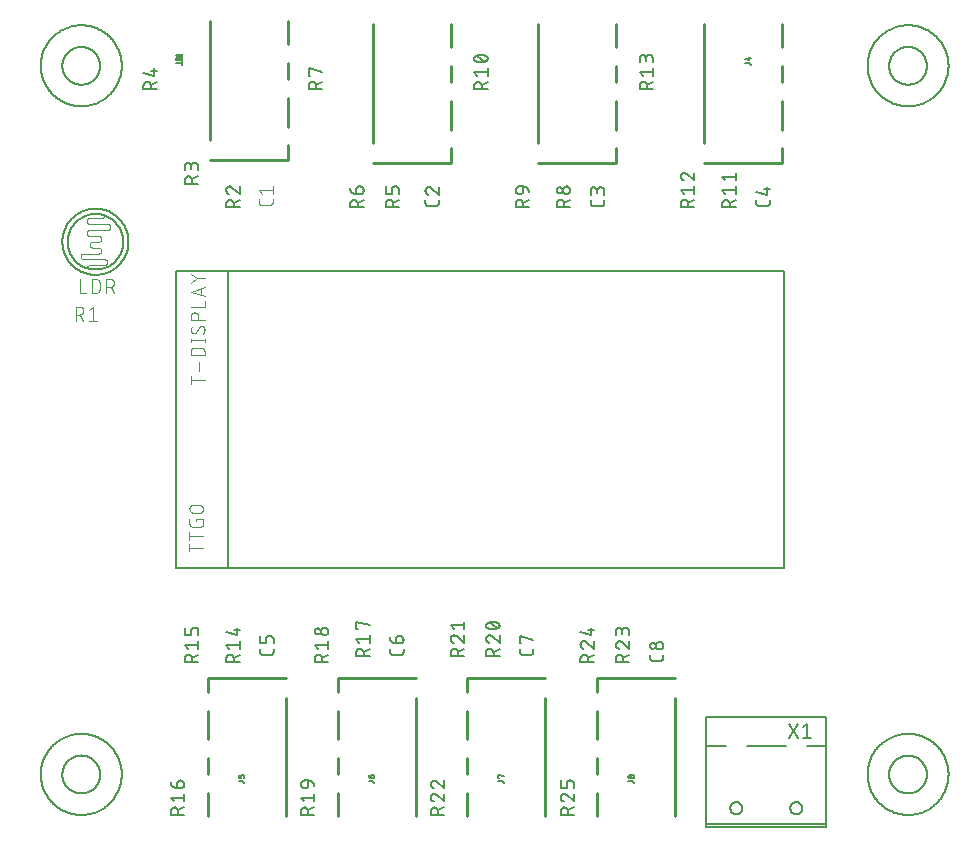
<source format=gbr>
G04 EAGLE Gerber RS-274X export*
G75*
%MOMM*%
%FSLAX34Y34*%
%LPD*%
%INSilkscreen Top*%
%IPPOS*%
%AMOC8*
5,1,8,0,0,1.08239X$1,22.5*%
G01*
%ADD10R,10.156800X0.105800*%
%ADD11R,10.685800X0.105800*%
%ADD12R,11.109000X0.105800*%
%ADD13R,0.634800X0.105800*%
%ADD14R,0.529000X0.105800*%
%ADD15R,0.423200X0.105800*%
%ADD16R,0.317400X0.105800*%
%ADD17R,0.211600X0.105800*%
%ADD18R,1.058000X0.105800*%
%ADD19R,0.846400X0.105800*%
%ADD20R,0.105800X0.105800*%
%ADD21R,0.952200X0.105800*%
%ADD22R,0.740600X0.105800*%
%ADD23R,1.163800X0.105800*%
%ADD24R,10.897400X0.105800*%
%ADD25R,10.580000X0.105800*%
%ADD26R,9.945200X0.105800*%
%ADD27R,2.327600X0.105800*%
%ADD28R,2.539200X0.105800*%
%ADD29R,2.645000X0.105800*%
%ADD30R,1.798600X0.105800*%
%ADD31R,10.051000X0.105800*%
%ADD32R,4.020400X0.105800*%
%ADD33R,2.010200X0.105800*%
%ADD34R,3.914600X0.105800*%
%ADD35R,3.808800X0.105800*%
%ADD36R,1.587000X0.105800*%
%ADD37R,1.375400X0.105800*%
%ADD38R,1.481200X0.105800*%
%ADD39R,1.692800X0.105800*%
%ADD40R,1.904400X0.105800*%
%ADD41R,4.126200X0.105800*%
%ADD42R,10.474200X0.105800*%
%ADD43R,2.116000X0.105800*%
%ADD44R,1.269600X0.105800*%
%ADD45R,2.221800X0.105800*%
%ADD46R,2.962400X0.105800*%
%ADD47R,2.856600X0.105800*%
%ADD48R,2.750800X0.105800*%
%ADD49R,2.433400X0.105800*%
%ADD50R,3.068200X0.105800*%
%ADD51R,12.272800X0.105800*%
%ADD52R,3.174000X0.105800*%
%ADD53R,6.665400X0.105800*%
%ADD54R,3.597200X0.105800*%
%ADD55R,6.559600X0.105800*%
%ADD56R,6.771200X0.105800*%
%ADD57R,12.061200X0.105800*%
%ADD58C,0.101600*%
%ADD59C,0.203200*%
%ADD60C,0.127000*%
%ADD61C,0.152400*%
%ADD62C,0.254000*%


D10*
X631097Y101568D03*
D11*
X630568Y102626D03*
D12*
X630568Y103684D03*
D13*
X577139Y104742D03*
X683997Y104742D03*
D14*
X575552Y105800D03*
X685584Y105800D03*
X574494Y106858D03*
D15*
X687171Y106858D03*
X572907Y107916D03*
X688229Y107916D03*
X572907Y108974D03*
D16*
X688758Y108974D03*
D17*
X22935Y110032D03*
D18*
X31399Y110032D03*
D17*
X38805Y110032D03*
D18*
X53617Y110032D03*
D19*
X66313Y110032D03*
D18*
X80067Y110032D03*
D17*
X88531Y110032D03*
D15*
X571849Y110032D03*
X689287Y110032D03*
D17*
X23993Y111090D03*
D18*
X31399Y111090D03*
D17*
X39863Y111090D03*
D18*
X53617Y111090D03*
X67371Y111090D03*
X80067Y111090D03*
D17*
X89589Y111090D03*
D16*
X571320Y111090D03*
X689816Y111090D03*
D17*
X23993Y112148D03*
X28225Y112148D03*
X40921Y112148D03*
D20*
X49914Y112148D03*
D16*
X62610Y112148D03*
D17*
X71603Y112148D03*
X76893Y112148D03*
X89589Y112148D03*
D16*
X571320Y112148D03*
X689816Y112148D03*
D20*
X24522Y113206D03*
D17*
X28225Y113206D03*
X41979Y113206D03*
X50443Y113206D03*
X62081Y113206D03*
X65255Y113206D03*
X72661Y113206D03*
X76893Y113206D03*
D20*
X90118Y113206D03*
D15*
X570791Y113206D03*
D19*
X609937Y113206D03*
D17*
X627923Y113206D03*
D19*
X639561Y113206D03*
D21*
X653844Y113206D03*
D16*
X690874Y113206D03*
D17*
X25051Y114264D03*
D22*
X31928Y114264D03*
D17*
X43037Y114264D03*
D22*
X54146Y114264D03*
D17*
X62081Y114264D03*
D16*
X66842Y114264D03*
D17*
X73719Y114264D03*
D22*
X80596Y114264D03*
D17*
X90647Y114264D03*
D16*
X570262Y114264D03*
D21*
X610466Y114264D03*
D16*
X627394Y114264D03*
D18*
X640619Y114264D03*
X653315Y114264D03*
D16*
X690874Y114264D03*
D17*
X25051Y115322D03*
D19*
X33515Y115322D03*
D17*
X44095Y115322D03*
D19*
X55733Y115322D03*
D17*
X63139Y115322D03*
D16*
X68958Y115322D03*
D17*
X73719Y115322D03*
D19*
X82183Y115322D03*
D17*
X90647Y115322D03*
D16*
X570262Y115322D03*
D17*
X615227Y115322D03*
D15*
X627923Y115322D03*
D17*
X636387Y115322D03*
X644851Y115322D03*
X649083Y115322D03*
D16*
X690874Y115322D03*
D20*
X25580Y116380D03*
D17*
X37747Y116380D03*
X45153Y116380D03*
X59965Y116380D03*
X63139Y116380D03*
D13*
X71603Y116380D03*
D17*
X86415Y116380D03*
D20*
X91176Y116380D03*
D16*
X570262Y116380D03*
D17*
X615227Y116380D03*
D14*
X627394Y116380D03*
D17*
X636387Y116380D03*
D20*
X645380Y116380D03*
D17*
X649083Y116380D03*
D16*
X690874Y116380D03*
D17*
X26109Y117438D03*
X37747Y117438D03*
X46211Y117438D03*
X59965Y117438D03*
X64197Y117438D03*
D15*
X72661Y117438D03*
D17*
X86415Y117438D03*
X91705Y117438D03*
D16*
X570262Y117438D03*
D19*
X612053Y117438D03*
D17*
X625807Y117438D03*
X630039Y117438D03*
X636387Y117438D03*
X645909Y117438D03*
X649083Y117438D03*
D16*
X690874Y117438D03*
D17*
X26109Y118496D03*
X37747Y118496D03*
X47269Y118496D03*
X59965Y118496D03*
X65255Y118496D03*
D16*
X73190Y118496D03*
D17*
X86415Y118496D03*
X91705Y118496D03*
D16*
X570262Y118496D03*
D21*
X610466Y118496D03*
D16*
X625278Y118496D03*
D17*
X630039Y118496D03*
X636387Y118496D03*
X645909Y118496D03*
X649083Y118496D03*
D16*
X690874Y118496D03*
X25580Y119554D03*
D19*
X34573Y119554D03*
D17*
X48327Y119554D03*
D19*
X56791Y119554D03*
D21*
X70016Y119554D03*
D19*
X83241Y119554D03*
D16*
X91176Y119554D03*
X570262Y119554D03*
D17*
X606763Y119554D03*
X624749Y119554D03*
X631097Y119554D03*
X636387Y119554D03*
X645909Y119554D03*
X649083Y119554D03*
D16*
X690874Y119554D03*
X25580Y120612D03*
D14*
X34044Y120612D03*
D20*
X48856Y120612D03*
D14*
X56262Y120612D03*
D16*
X70016Y120612D03*
D14*
X82712Y120612D03*
D16*
X91176Y120612D03*
X570262Y120612D03*
D17*
X606763Y120612D03*
X624749Y120612D03*
X631097Y120612D03*
X636387Y120612D03*
X644851Y120612D03*
X649083Y120612D03*
D16*
X690874Y120612D03*
X570262Y121670D03*
D17*
X606763Y121670D03*
X623691Y121670D03*
X632155Y121670D03*
X636387Y121670D03*
D16*
X644322Y121670D03*
D17*
X649083Y121670D03*
D16*
X690874Y121670D03*
X570262Y122728D03*
D21*
X610466Y122728D03*
D17*
X623691Y122728D03*
X632155Y122728D03*
D21*
X640090Y122728D03*
X653844Y122728D03*
D16*
X690874Y122728D03*
X570262Y123786D03*
D19*
X609937Y123786D03*
D17*
X622633Y123786D03*
D20*
X632684Y123786D03*
D14*
X639032Y123786D03*
D13*
X654373Y123786D03*
D16*
X690874Y123786D03*
X570262Y124844D03*
X690874Y124844D03*
D14*
X70016Y125902D03*
D16*
X570262Y125902D03*
X690874Y125902D03*
D17*
X72661Y126960D03*
D16*
X570262Y126960D03*
X690874Y126960D03*
D20*
X73190Y128018D03*
D16*
X570262Y128018D03*
X690874Y128018D03*
D19*
X25051Y129076D03*
D20*
X32986Y129076D03*
D21*
X41450Y129076D03*
D17*
X49385Y129076D03*
X52559Y129076D03*
D20*
X61552Y129076D03*
D14*
X68958Y129076D03*
D17*
X73719Y129076D03*
D22*
X81654Y129076D03*
D13*
X90647Y129076D03*
D22*
X101756Y129076D03*
X113394Y129076D03*
D16*
X570262Y129076D03*
D17*
X656489Y129076D03*
D16*
X690874Y129076D03*
D21*
X25580Y130134D03*
D17*
X33515Y130134D03*
D18*
X41979Y130134D03*
D17*
X49385Y130134D03*
X52559Y130134D03*
X62081Y130134D03*
D14*
X68958Y130134D03*
D17*
X73719Y130134D03*
D19*
X81125Y130134D03*
X90647Y130134D03*
X102285Y130134D03*
X113923Y130134D03*
D16*
X570262Y130134D03*
D17*
X656489Y130134D03*
D16*
X690874Y130134D03*
D17*
X30341Y131192D03*
X37747Y131192D03*
X46211Y131192D03*
X53617Y131192D03*
X62081Y131192D03*
X67371Y131192D03*
D20*
X74248Y131192D03*
D17*
X77951Y131192D03*
D20*
X84828Y131192D03*
D17*
X87473Y131192D03*
X94879Y131192D03*
X99111Y131192D03*
X106517Y131192D03*
X110749Y131192D03*
D20*
X117626Y131192D03*
D16*
X570262Y131192D03*
D17*
X581371Y131192D03*
D13*
X597241Y131192D03*
D17*
X604647Y131192D03*
X610995Y131192D03*
D14*
X622104Y131192D03*
D17*
X630039Y131192D03*
X641677Y131192D03*
X645909Y131192D03*
X653315Y131192D03*
X656489Y131192D03*
D15*
X660721Y131192D03*
D13*
X671301Y131192D03*
D17*
X679765Y131192D03*
D16*
X690874Y131192D03*
D17*
X30341Y132250D03*
X37747Y132250D03*
X47269Y132250D03*
D23*
X58378Y132250D03*
D17*
X67371Y132250D03*
X74777Y132250D03*
X77951Y132250D03*
X85357Y132250D03*
D14*
X90118Y132250D03*
D20*
X95408Y132250D03*
D17*
X99111Y132250D03*
X106517Y132250D03*
X110749Y132250D03*
X118155Y132250D03*
D16*
X570262Y132250D03*
D17*
X581371Y132250D03*
D19*
X597241Y132250D03*
D16*
X605176Y132250D03*
D15*
X610995Y132250D03*
D13*
X621575Y132250D03*
D17*
X630039Y132250D03*
X641677Y132250D03*
X645909Y132250D03*
X653315Y132250D03*
X656489Y132250D03*
D14*
X661250Y132250D03*
D21*
X670772Y132250D03*
D17*
X679765Y132250D03*
D16*
X690874Y132250D03*
D17*
X31399Y133308D03*
D20*
X38276Y133308D03*
D22*
X44624Y133308D03*
D17*
X54675Y133308D03*
X63139Y133308D03*
X67371Y133308D03*
X74777Y133308D03*
X77951Y133308D03*
X85357Y133308D03*
D14*
X91176Y133308D03*
D17*
X95937Y133308D03*
X99111Y133308D03*
X106517Y133308D03*
X110749Y133308D03*
X118155Y133308D03*
D16*
X570262Y133308D03*
D17*
X581371Y133308D03*
X594067Y133308D03*
D20*
X600944Y133308D03*
D15*
X605705Y133308D03*
D14*
X611524Y133308D03*
D17*
X619459Y133308D03*
X630039Y133308D03*
X641677Y133308D03*
X645909Y133308D03*
X653315Y133308D03*
X656489Y133308D03*
X663895Y133308D03*
X667069Y133308D03*
D20*
X673946Y133308D03*
D17*
X679765Y133308D03*
D16*
X690874Y133308D03*
D17*
X31399Y134366D03*
X38805Y134366D03*
D22*
X44624Y134366D03*
D17*
X54675Y134366D03*
X63139Y134366D03*
X68429Y134366D03*
D20*
X75306Y134366D03*
D17*
X79009Y134366D03*
D20*
X85886Y134366D03*
D17*
X95937Y134366D03*
X100169Y134366D03*
X107575Y134366D03*
X111807Y134366D03*
D20*
X118684Y134366D03*
D16*
X570262Y134366D03*
D17*
X581371Y134366D03*
D22*
X587190Y134366D03*
D17*
X594067Y134366D03*
X601473Y134366D03*
D15*
X605705Y134366D03*
D17*
X609937Y134366D03*
D16*
X613640Y134366D03*
D20*
X618930Y134366D03*
D13*
X623691Y134366D03*
D17*
X630039Y134366D03*
X641677Y134366D03*
X645909Y134366D03*
X653315Y134366D03*
X656489Y134366D03*
X663895Y134366D03*
X667069Y134366D03*
X674475Y134366D03*
X679765Y134366D03*
D16*
X690874Y134366D03*
D17*
X31399Y135424D03*
X38805Y135424D03*
X54675Y135424D03*
X64197Y135424D03*
D21*
X72132Y135424D03*
D17*
X79009Y135424D03*
X86415Y135424D03*
D13*
X93821Y135424D03*
X102285Y135424D03*
D17*
X107575Y135424D03*
D21*
X115510Y135424D03*
D16*
X570262Y135424D03*
D17*
X581371Y135424D03*
D16*
X589306Y135424D03*
D17*
X594067Y135424D03*
X601473Y135424D03*
X604647Y135424D03*
D15*
X608879Y135424D03*
D17*
X614169Y135424D03*
X619459Y135424D03*
X625807Y135424D03*
X630039Y135424D03*
X641677Y135424D03*
X645909Y135424D03*
X653315Y135424D03*
X656489Y135424D03*
X663895Y135424D03*
X667069Y135424D03*
X674475Y135424D03*
X679765Y135424D03*
D16*
X690874Y135424D03*
D17*
X32457Y136482D03*
X39863Y136482D03*
X55733Y136482D03*
X64197Y136482D03*
D13*
X72661Y136482D03*
D17*
X79009Y136482D03*
X86415Y136482D03*
D13*
X93821Y136482D03*
D22*
X104930Y136482D03*
D13*
X116039Y136482D03*
D16*
X570262Y136482D03*
D17*
X581371Y136482D03*
X590893Y136482D03*
X594067Y136482D03*
X601473Y136482D03*
X604647Y136482D03*
D16*
X609408Y136482D03*
D17*
X615227Y136482D03*
D20*
X618930Y136482D03*
X626336Y136482D03*
D17*
X630039Y136482D03*
X641677Y136482D03*
X645909Y136482D03*
D16*
X652786Y136482D03*
D17*
X656489Y136482D03*
X663895Y136482D03*
X667069Y136482D03*
X674475Y136482D03*
X679765Y136482D03*
D16*
X690874Y136482D03*
D17*
X32457Y137540D03*
X39863Y137540D03*
D16*
X57320Y137540D03*
D17*
X64197Y137540D03*
D20*
X108104Y137540D03*
D15*
X570791Y137540D03*
D17*
X581371Y137540D03*
X590893Y137540D03*
D19*
X597241Y137540D03*
D17*
X604647Y137540D03*
X609937Y137540D03*
X615227Y137540D03*
D19*
X622633Y137540D03*
D22*
X632684Y137540D03*
D17*
X641677Y137540D03*
D19*
X649083Y137540D03*
X659663Y137540D03*
D17*
X667069Y137540D03*
D20*
X673946Y137540D03*
D19*
X679765Y137540D03*
D16*
X690874Y137540D03*
D17*
X32457Y138598D03*
D18*
X45153Y138598D03*
D21*
X61552Y138598D03*
D17*
X108633Y138598D03*
D16*
X571320Y138598D03*
D17*
X581371Y138598D03*
X590893Y138598D03*
D13*
X597241Y138598D03*
D17*
X604647Y138598D03*
D20*
X610466Y138598D03*
D17*
X616285Y138598D03*
D13*
X622633Y138598D03*
X633213Y138598D03*
D17*
X641677Y138598D03*
D22*
X648554Y138598D03*
D13*
X659663Y138598D03*
D17*
X667069Y138598D03*
D18*
X678707Y138598D03*
D16*
X689816Y138598D03*
D20*
X32986Y139656D03*
D22*
X45682Y139656D03*
D15*
X63139Y139656D03*
D17*
X108633Y139656D03*
D15*
X571849Y139656D03*
D17*
X581371Y139656D03*
X589835Y139656D03*
X679765Y139656D03*
D16*
X689816Y139656D03*
X572378Y140714D03*
D21*
X586132Y140714D03*
D17*
X679765Y140714D03*
D15*
X689287Y140714D03*
X572907Y141772D03*
X585603Y141772D03*
D17*
X641677Y141772D03*
D20*
X679236Y141772D03*
D15*
X688229Y141772D03*
X573965Y142830D03*
X688229Y142830D03*
D14*
X36160Y143888D03*
X574494Y143888D03*
X686642Y143888D03*
D17*
X38805Y144946D03*
D13*
X576081Y144946D03*
D14*
X685584Y144946D03*
D20*
X39334Y146004D03*
D13*
X578197Y146004D03*
D22*
X683468Y146004D03*
X25580Y147062D03*
D14*
X35102Y147062D03*
D17*
X39863Y147062D03*
D24*
X630568Y147062D03*
D19*
X26109Y148120D03*
X36689Y148120D03*
D25*
X631097Y148120D03*
D17*
X22935Y149178D03*
X30341Y149178D03*
X33515Y149178D03*
X40921Y149178D03*
D26*
X631097Y149178D03*
D17*
X22935Y150236D03*
X30341Y150236D03*
X33515Y150236D03*
X40921Y150236D03*
X22935Y151294D03*
X30341Y151294D03*
X33515Y151294D03*
X40921Y151294D03*
X23993Y152352D03*
X31399Y152352D03*
X34573Y152352D03*
D20*
X41450Y152352D03*
D17*
X23993Y153410D03*
D13*
X29283Y153410D03*
D17*
X34573Y153410D03*
X41979Y153410D03*
X23993Y154468D03*
D14*
X28754Y154468D03*
D17*
X34573Y154468D03*
X41979Y154468D03*
X25051Y155526D03*
X25051Y156584D03*
X25051Y157642D03*
D16*
X60306Y166106D03*
D15*
X72473Y166106D03*
D20*
X78292Y168222D03*
D19*
X16399Y169280D03*
D20*
X79350Y169280D03*
D16*
X8464Y170338D03*
D20*
X79350Y170338D03*
X5290Y171396D03*
X79350Y171396D03*
X4232Y172454D03*
D17*
X78821Y172454D03*
D20*
X4232Y173512D03*
D17*
X77763Y173512D03*
D27*
X748535Y173512D03*
D20*
X5290Y174570D03*
D17*
X76705Y174570D03*
D28*
X747477Y174570D03*
D20*
X7406Y175628D03*
D17*
X75647Y175628D03*
D29*
X746948Y175628D03*
D17*
X8993Y176686D03*
D20*
X74060Y176686D03*
D29*
X746948Y176686D03*
D16*
X11638Y177744D03*
D20*
X73002Y177744D03*
D30*
X741658Y177744D03*
D22*
X755412Y177744D03*
D17*
X14283Y178802D03*
D20*
X71944Y178802D03*
D14*
X735310Y178802D03*
D15*
X18515Y179860D03*
D14*
X735310Y179860D03*
D15*
X750651Y179860D03*
X22747Y180918D03*
D14*
X735310Y180918D03*
D15*
X750651Y180918D03*
X28037Y181976D03*
D14*
X735310Y181976D03*
D15*
X750651Y181976D03*
D16*
X32798Y183034D03*
D14*
X735310Y183034D03*
D15*
X750651Y183034D03*
X38617Y184092D03*
X734781Y184092D03*
X750651Y184092D03*
D16*
X42320Y185150D03*
D31*
X180918Y185150D03*
X322690Y185150D03*
X465520Y185150D03*
X607292Y185150D03*
D14*
X735310Y185150D03*
D15*
X750651Y185150D03*
D16*
X48668Y186208D03*
D11*
X180918Y186208D03*
X322690Y186208D03*
X465520Y186208D03*
X607292Y186208D03*
D14*
X735310Y186208D03*
D15*
X750651Y186208D03*
D14*
X53958Y187266D03*
D32*
X146533Y187266D03*
D14*
X232760Y187266D03*
D32*
X288305Y187266D03*
D15*
X375061Y187266D03*
D32*
X431135Y187266D03*
D14*
X517362Y187266D03*
D32*
X572907Y187266D03*
D15*
X659663Y187266D03*
D14*
X735310Y187266D03*
D15*
X750651Y187266D03*
D33*
X52900Y188324D03*
D34*
X144946Y188324D03*
D14*
X234876Y188324D03*
D34*
X286718Y188324D03*
D15*
X377177Y188324D03*
D34*
X429548Y188324D03*
D14*
X519478Y188324D03*
D34*
X571320Y188324D03*
D15*
X661779Y188324D03*
D14*
X735310Y188324D03*
D15*
X750651Y188324D03*
D17*
X41791Y189382D03*
D16*
X57132Y189382D03*
D15*
X67183Y189382D03*
D35*
X143359Y189382D03*
D15*
X236463Y189382D03*
D35*
X285131Y189382D03*
D16*
X378764Y189382D03*
D35*
X427961Y189382D03*
D15*
X521065Y189382D03*
D35*
X569733Y189382D03*
D16*
X663366Y189382D03*
D14*
X735310Y189382D03*
D15*
X750651Y189382D03*
D20*
X40204Y190440D03*
D16*
X62422Y190440D03*
D15*
X72473Y190440D03*
D35*
X142301Y190440D03*
D16*
X236992Y190440D03*
D35*
X284073Y190440D03*
D17*
X379293Y190440D03*
D35*
X426903Y190440D03*
D16*
X521594Y190440D03*
D35*
X568675Y190440D03*
D17*
X663895Y190440D03*
D14*
X735310Y190440D03*
D15*
X750651Y190440D03*
D20*
X41262Y191498D03*
D15*
X66125Y191498D03*
D20*
X69828Y191498D03*
D14*
X78292Y191498D03*
D35*
X141243Y191498D03*
D16*
X238050Y191498D03*
D35*
X283015Y191498D03*
D17*
X380351Y191498D03*
D35*
X425845Y191498D03*
D16*
X522652Y191498D03*
D35*
X567617Y191498D03*
D17*
X664953Y191498D03*
D14*
X735310Y191498D03*
X750122Y191498D03*
D20*
X42320Y192556D03*
X65596Y192556D03*
D16*
X69828Y192556D03*
D15*
X84111Y192556D03*
D34*
X140714Y192556D03*
D15*
X238579Y192556D03*
D34*
X282486Y192556D03*
D16*
X380880Y192556D03*
D34*
X425316Y192556D03*
D15*
X523181Y192556D03*
D34*
X567088Y192556D03*
D16*
X665482Y192556D03*
D14*
X735310Y192556D03*
X750122Y192556D03*
D17*
X43907Y193614D03*
D20*
X63480Y193614D03*
X66654Y193614D03*
D16*
X69828Y193614D03*
D20*
X74060Y193614D03*
D14*
X88872Y193614D03*
D35*
X140185Y193614D03*
D16*
X239108Y193614D03*
D35*
X281957Y193614D03*
D17*
X381409Y193614D03*
D35*
X424787Y193614D03*
D16*
X523710Y193614D03*
D35*
X566559Y193614D03*
D17*
X666011Y193614D03*
D14*
X735310Y193614D03*
X750122Y193614D03*
D17*
X46023Y194672D03*
D15*
X65067Y194672D03*
D20*
X69828Y194672D03*
D16*
X73002Y194672D03*
D15*
X93633Y194672D03*
D35*
X140185Y194672D03*
D16*
X239108Y194672D03*
D35*
X281957Y194672D03*
D17*
X381409Y194672D03*
D35*
X424787Y194672D03*
D16*
X523710Y194672D03*
D35*
X566559Y194672D03*
D17*
X666011Y194672D03*
D22*
X736368Y194672D03*
D13*
X749593Y194672D03*
D17*
X48139Y195730D03*
D20*
X73002Y195730D03*
D14*
X98394Y195730D03*
D35*
X139127Y195730D03*
D17*
X167693Y195730D03*
X171925Y195730D03*
X179331Y195730D03*
X183563Y195730D03*
D22*
X198904Y195730D03*
D17*
X208955Y195730D03*
D22*
X224296Y195730D03*
D16*
X240166Y195730D03*
D35*
X280899Y195730D03*
D17*
X310523Y195730D03*
X314755Y195730D03*
X322161Y195730D03*
X326393Y195730D03*
D22*
X341734Y195730D03*
D17*
X351785Y195730D03*
D13*
X367655Y195730D03*
D17*
X382467Y195730D03*
D35*
X423729Y195730D03*
D17*
X453353Y195730D03*
X457585Y195730D03*
X464991Y195730D03*
X469223Y195730D03*
D22*
X484564Y195730D03*
D17*
X494615Y195730D03*
X508369Y195730D03*
D16*
X524768Y195730D03*
D35*
X565501Y195730D03*
D17*
X595125Y195730D03*
X599357Y195730D03*
X606763Y195730D03*
X610995Y195730D03*
D22*
X626336Y195730D03*
D17*
X636387Y195730D03*
D13*
X652257Y195730D03*
D17*
X667069Y195730D03*
D30*
X742716Y195730D03*
D17*
X51313Y196788D03*
D16*
X102626Y196788D03*
D19*
X124315Y196788D03*
D13*
X132779Y196788D03*
D16*
X138598Y196788D03*
D17*
X142301Y196788D03*
D22*
X154468Y196788D03*
D17*
X167693Y196788D03*
X171925Y196788D03*
D16*
X178802Y196788D03*
D20*
X183034Y196788D03*
D19*
X198375Y196788D03*
D20*
X208426Y196788D03*
D19*
X224825Y196788D03*
D16*
X240166Y196788D03*
D21*
X266616Y196788D03*
D13*
X275609Y196788D03*
D16*
X281428Y196788D03*
D17*
X285131Y196788D03*
D22*
X296240Y196788D03*
D17*
X310523Y196788D03*
X314755Y196788D03*
D16*
X321632Y196788D03*
D20*
X325864Y196788D03*
D19*
X341205Y196788D03*
D20*
X351256Y196788D03*
D19*
X367655Y196788D03*
D17*
X382467Y196788D03*
D19*
X408917Y196788D03*
D13*
X417381Y196788D03*
D16*
X423200Y196788D03*
D19*
X430077Y196788D03*
D22*
X439070Y196788D03*
D17*
X453353Y196788D03*
X457585Y196788D03*
D16*
X464462Y196788D03*
D20*
X468694Y196788D03*
D19*
X484035Y196788D03*
D20*
X494086Y196788D03*
D17*
X508369Y196788D03*
D16*
X524768Y196788D03*
D21*
X551218Y196788D03*
D13*
X560211Y196788D03*
D16*
X566030Y196788D03*
D17*
X569733Y196788D03*
D13*
X581371Y196788D03*
D17*
X595125Y196788D03*
X599357Y196788D03*
D16*
X606234Y196788D03*
D20*
X610466Y196788D03*
D19*
X625807Y196788D03*
D20*
X635858Y196788D03*
D19*
X652257Y196788D03*
D17*
X667069Y196788D03*
D30*
X742716Y196788D03*
D17*
X54487Y197846D03*
D16*
X106858Y197846D03*
D19*
X124315Y197846D03*
D13*
X132779Y197846D03*
D16*
X138598Y197846D03*
D17*
X142301Y197846D03*
D22*
X154468Y197846D03*
D17*
X167693Y197846D03*
X171925Y197846D03*
D15*
X178273Y197846D03*
D20*
X183034Y197846D03*
D14*
X187266Y197846D03*
D17*
X194143Y197846D03*
X201549Y197846D03*
X208955Y197846D03*
D20*
X228528Y197846D03*
D16*
X240166Y197846D03*
D21*
X266616Y197846D03*
D13*
X275609Y197846D03*
D16*
X281428Y197846D03*
D17*
X285131Y197846D03*
D13*
X296769Y197846D03*
D17*
X310523Y197846D03*
X314755Y197846D03*
D15*
X321103Y197846D03*
D20*
X325864Y197846D03*
D14*
X330096Y197846D03*
D17*
X336973Y197846D03*
X344379Y197846D03*
X351785Y197846D03*
D20*
X363952Y197846D03*
X371358Y197846D03*
D17*
X382467Y197846D03*
D19*
X408917Y197846D03*
D13*
X417381Y197846D03*
D16*
X423200Y197846D03*
D19*
X430077Y197846D03*
D22*
X439070Y197846D03*
D17*
X453353Y197846D03*
X457585Y197846D03*
D15*
X463933Y197846D03*
D20*
X468694Y197846D03*
D14*
X472926Y197846D03*
D17*
X479803Y197846D03*
X487209Y197846D03*
X494615Y197846D03*
X509427Y197846D03*
D16*
X524768Y197846D03*
D21*
X551218Y197846D03*
D13*
X560211Y197846D03*
D16*
X566030Y197846D03*
D17*
X569733Y197846D03*
D13*
X581371Y197846D03*
D17*
X595125Y197846D03*
X599357Y197846D03*
D15*
X605705Y197846D03*
D20*
X610466Y197846D03*
D14*
X614698Y197846D03*
D17*
X621575Y197846D03*
X628981Y197846D03*
X636387Y197846D03*
D20*
X648554Y197846D03*
D17*
X655431Y197846D03*
X667069Y197846D03*
D36*
X742716Y197846D03*
D17*
X57661Y198904D03*
D16*
X110032Y198904D03*
D19*
X124315Y198904D03*
D16*
X138598Y198904D03*
D17*
X142301Y198904D03*
D37*
X151294Y198904D03*
D17*
X167693Y198904D03*
X171925Y198904D03*
D14*
X177744Y198904D03*
D19*
X186737Y198904D03*
D20*
X193614Y198904D03*
D17*
X201549Y198904D03*
D20*
X208426Y198904D03*
D17*
X227999Y198904D03*
D16*
X240166Y198904D03*
D21*
X266616Y198904D03*
D16*
X281428Y198904D03*
D22*
X287776Y198904D03*
D13*
X296769Y198904D03*
D17*
X310523Y198904D03*
X314755Y198904D03*
D14*
X320574Y198904D03*
D19*
X329567Y198904D03*
D20*
X336444Y198904D03*
D17*
X344379Y198904D03*
D20*
X351256Y198904D03*
D17*
X364481Y198904D03*
X370829Y198904D03*
X382467Y198904D03*
D19*
X408917Y198904D03*
D16*
X423200Y198904D03*
D19*
X430077Y198904D03*
D22*
X439070Y198904D03*
D17*
X453353Y198904D03*
X457585Y198904D03*
D14*
X463404Y198904D03*
D19*
X472397Y198904D03*
D20*
X479274Y198904D03*
D17*
X487209Y198904D03*
D20*
X494086Y198904D03*
X509956Y198904D03*
D16*
X524768Y198904D03*
D21*
X551218Y198904D03*
D16*
X566030Y198904D03*
D19*
X572907Y198904D03*
D14*
X581900Y198904D03*
D17*
X595125Y198904D03*
X599357Y198904D03*
D14*
X605176Y198904D03*
D19*
X614169Y198904D03*
D20*
X621046Y198904D03*
D17*
X628981Y198904D03*
D20*
X635858Y198904D03*
D17*
X649083Y198904D03*
X655431Y198904D03*
X667069Y198904D03*
D23*
X742716Y198904D03*
D17*
X60835Y199962D03*
X112677Y199962D03*
D19*
X124315Y199962D03*
D16*
X138598Y199962D03*
D17*
X142301Y199962D03*
D19*
X153939Y199962D03*
D17*
X167693Y199962D03*
X171925Y199962D03*
X176157Y199962D03*
X179331Y199962D03*
X183563Y199962D03*
X190969Y199962D03*
X194143Y199962D03*
X201549Y199962D03*
X208955Y199962D03*
D19*
X224825Y199962D03*
D16*
X240166Y199962D03*
D21*
X266616Y199962D03*
D16*
X281428Y199962D03*
D17*
X285131Y199962D03*
D13*
X296769Y199962D03*
D17*
X310523Y199962D03*
X314755Y199962D03*
X318987Y199962D03*
X322161Y199962D03*
X326393Y199962D03*
X333799Y199962D03*
X336973Y199962D03*
X344379Y199962D03*
X351785Y199962D03*
D19*
X367655Y199962D03*
D17*
X382467Y199962D03*
D19*
X408917Y199962D03*
D16*
X423200Y199962D03*
D17*
X426903Y199962D03*
D22*
X439070Y199962D03*
D17*
X453353Y199962D03*
X457585Y199962D03*
X461817Y199962D03*
X464991Y199962D03*
X469223Y199962D03*
X476629Y199962D03*
X479803Y199962D03*
X487209Y199962D03*
X494615Y199962D03*
X510485Y199962D03*
D16*
X524768Y199962D03*
D21*
X551218Y199962D03*
D16*
X566030Y199962D03*
X570262Y199962D03*
D13*
X581371Y199962D03*
D17*
X595125Y199962D03*
X599357Y199962D03*
X603589Y199962D03*
X606763Y199962D03*
X610995Y199962D03*
X618401Y199962D03*
X621575Y199962D03*
X628981Y199962D03*
X636387Y199962D03*
D19*
X652257Y199962D03*
D17*
X667069Y199962D03*
D13*
X742187Y199962D03*
D17*
X65067Y201020D03*
D20*
X113206Y201020D03*
D19*
X124315Y201020D03*
D13*
X132779Y201020D03*
D16*
X138598Y201020D03*
D17*
X142301Y201020D03*
D22*
X154468Y201020D03*
D17*
X167693Y201020D03*
X171925Y201020D03*
X175099Y201020D03*
X179331Y201020D03*
X183563Y201020D03*
X190969Y201020D03*
D20*
X193614Y201020D03*
D17*
X201549Y201020D03*
X208955Y201020D03*
X221651Y201020D03*
D16*
X240166Y201020D03*
D21*
X266616Y201020D03*
D13*
X275609Y201020D03*
D16*
X281428Y201020D03*
D17*
X285131Y201020D03*
D13*
X296769Y201020D03*
D17*
X310523Y201020D03*
X314755Y201020D03*
X317929Y201020D03*
X322161Y201020D03*
X326393Y201020D03*
X333799Y201020D03*
D20*
X336444Y201020D03*
D17*
X344379Y201020D03*
X351785Y201020D03*
X364481Y201020D03*
X382467Y201020D03*
D19*
X408917Y201020D03*
D13*
X417381Y201020D03*
D16*
X423200Y201020D03*
D17*
X426903Y201020D03*
D22*
X439070Y201020D03*
D17*
X453353Y201020D03*
X457585Y201020D03*
X460759Y201020D03*
X464991Y201020D03*
X469223Y201020D03*
X476629Y201020D03*
D20*
X479274Y201020D03*
D17*
X487209Y201020D03*
X494615Y201020D03*
X511543Y201020D03*
D16*
X524768Y201020D03*
D21*
X551218Y201020D03*
D13*
X560211Y201020D03*
D16*
X566030Y201020D03*
D17*
X569733Y201020D03*
D13*
X581371Y201020D03*
D17*
X595125Y201020D03*
X599357Y201020D03*
X602531Y201020D03*
X606763Y201020D03*
X610995Y201020D03*
X618401Y201020D03*
D20*
X621046Y201020D03*
D17*
X628981Y201020D03*
X636387Y201020D03*
D20*
X649612Y201020D03*
D17*
X654373Y201020D03*
X667069Y201020D03*
D16*
X68770Y202078D03*
D17*
X111619Y202078D03*
D19*
X124315Y202078D03*
D14*
X133308Y202078D03*
D16*
X138598Y202078D03*
D19*
X145475Y202078D03*
X154997Y202078D03*
D17*
X167693Y202078D03*
D15*
X172983Y202078D03*
D17*
X179331Y202078D03*
D20*
X183034Y202078D03*
D17*
X190969Y202078D03*
X194143Y202078D03*
X201549Y202078D03*
D20*
X208426Y202078D03*
D17*
X221651Y202078D03*
D16*
X240166Y202078D03*
D21*
X266616Y202078D03*
D14*
X276138Y202078D03*
D16*
X281428Y202078D03*
D22*
X287776Y202078D03*
X297298Y202078D03*
D17*
X310523Y202078D03*
D15*
X315813Y202078D03*
D17*
X322161Y202078D03*
D20*
X325864Y202078D03*
D17*
X333799Y202078D03*
X336973Y202078D03*
X344379Y202078D03*
D20*
X351256Y202078D03*
X363952Y202078D03*
D17*
X382467Y202078D03*
D19*
X408917Y202078D03*
D14*
X417910Y202078D03*
D16*
X423200Y202078D03*
D17*
X426903Y202078D03*
D14*
X431664Y202078D03*
D19*
X439599Y202078D03*
D17*
X453353Y202078D03*
D15*
X458643Y202078D03*
D17*
X464991Y202078D03*
D20*
X468694Y202078D03*
D17*
X476629Y202078D03*
X479803Y202078D03*
X487209Y202078D03*
D20*
X494086Y202078D03*
D17*
X511543Y202078D03*
D16*
X524768Y202078D03*
D21*
X551218Y202078D03*
D14*
X560740Y202078D03*
D16*
X566030Y202078D03*
D17*
X569733Y202078D03*
D37*
X578726Y202078D03*
D17*
X595125Y202078D03*
D15*
X600415Y202078D03*
D17*
X606763Y202078D03*
D20*
X610466Y202078D03*
D17*
X618401Y202078D03*
X621575Y202078D03*
X628981Y202078D03*
D20*
X635858Y202078D03*
X649612Y202078D03*
X654902Y202078D03*
D17*
X667069Y202078D03*
D16*
X74060Y203136D03*
D17*
X109503Y203136D03*
D22*
X124844Y203136D03*
D15*
X133837Y203136D03*
D16*
X138598Y203136D03*
D19*
X145475Y203136D03*
X154997Y203136D03*
D17*
X167693Y203136D03*
D16*
X172454Y203136D03*
D17*
X179331Y203136D03*
D21*
X187266Y203136D03*
D20*
X193614Y203136D03*
D17*
X201549Y203136D03*
D19*
X208955Y203136D03*
D22*
X224296Y203136D03*
D16*
X239108Y203136D03*
D19*
X267145Y203136D03*
D15*
X276667Y203136D03*
D16*
X281428Y203136D03*
D22*
X287776Y203136D03*
X297298Y203136D03*
D17*
X310523Y203136D03*
D16*
X315284Y203136D03*
D17*
X322161Y203136D03*
D21*
X330096Y203136D03*
D20*
X336444Y203136D03*
D17*
X344379Y203136D03*
D19*
X351785Y203136D03*
D22*
X367126Y203136D03*
D17*
X381409Y203136D03*
D22*
X409446Y203136D03*
D15*
X418439Y203136D03*
D16*
X423200Y203136D03*
D17*
X426903Y203136D03*
D14*
X431664Y203136D03*
D19*
X439599Y203136D03*
D17*
X453353Y203136D03*
D16*
X458114Y203136D03*
D17*
X464991Y203136D03*
D21*
X472926Y203136D03*
D20*
X479274Y203136D03*
D17*
X487209Y203136D03*
D19*
X494615Y203136D03*
D22*
X509956Y203136D03*
D16*
X523710Y203136D03*
D19*
X551747Y203136D03*
D15*
X561269Y203136D03*
D16*
X566030Y203136D03*
D17*
X569733Y203136D03*
D37*
X578726Y203136D03*
D17*
X595125Y203136D03*
D16*
X599886Y203136D03*
D17*
X606763Y203136D03*
D21*
X614698Y203136D03*
D20*
X621046Y203136D03*
D17*
X628981Y203136D03*
D19*
X636387Y203136D03*
D13*
X652257Y203136D03*
D17*
X666011Y203136D03*
D15*
X78821Y204194D03*
D16*
X105800Y204194D03*
D19*
X125373Y204194D03*
D20*
X137540Y204194D03*
D17*
X142301Y204194D03*
D19*
X154997Y204194D03*
D17*
X167693Y204194D03*
X171925Y204194D03*
X179331Y204194D03*
D22*
X187266Y204194D03*
D17*
X194143Y204194D03*
X201549Y204194D03*
D21*
X208426Y204194D03*
D19*
X224825Y204194D03*
D16*
X239108Y204194D03*
D21*
X267674Y204194D03*
D20*
X280370Y204194D03*
D17*
X285131Y204194D03*
D22*
X297298Y204194D03*
D17*
X310523Y204194D03*
X314755Y204194D03*
X322161Y204194D03*
D22*
X330096Y204194D03*
D17*
X336973Y204194D03*
X344379Y204194D03*
D21*
X351256Y204194D03*
D13*
X367655Y204194D03*
D17*
X381409Y204194D03*
D19*
X409975Y204194D03*
D20*
X422142Y204194D03*
D17*
X426903Y204194D03*
D14*
X431664Y204194D03*
D19*
X439599Y204194D03*
D17*
X453353Y204194D03*
X457585Y204194D03*
X464991Y204194D03*
D22*
X472926Y204194D03*
D17*
X479803Y204194D03*
X487209Y204194D03*
D21*
X494086Y204194D03*
D22*
X509956Y204194D03*
D16*
X523710Y204194D03*
D21*
X552276Y204194D03*
D20*
X564972Y204194D03*
D17*
X569733Y204194D03*
D22*
X581900Y204194D03*
D17*
X595125Y204194D03*
X599357Y204194D03*
X606763Y204194D03*
D22*
X614698Y204194D03*
D17*
X621575Y204194D03*
X628981Y204194D03*
D21*
X635858Y204194D03*
D13*
X652257Y204194D03*
D17*
X666011Y204194D03*
D18*
X749593Y204194D03*
D17*
X87285Y205252D03*
D15*
X91517Y205252D03*
D21*
X99452Y205252D03*
D35*
X141243Y205252D03*
D16*
X238050Y205252D03*
D35*
X283015Y205252D03*
D17*
X380351Y205252D03*
D35*
X425845Y205252D03*
D16*
X522652Y205252D03*
D35*
X567617Y205252D03*
D17*
X664953Y205252D03*
D38*
X749593Y205252D03*
D34*
X141772Y206310D03*
D16*
X238050Y206310D03*
D34*
X283544Y206310D03*
D17*
X380351Y206310D03*
D34*
X426374Y206310D03*
D16*
X522652Y206310D03*
D34*
X568146Y206310D03*
D17*
X664953Y206310D03*
D39*
X749593Y206310D03*
D35*
X142301Y207368D03*
D16*
X236992Y207368D03*
D35*
X284073Y207368D03*
D17*
X379293Y207368D03*
D35*
X426903Y207368D03*
D16*
X521594Y207368D03*
D35*
X568675Y207368D03*
D17*
X663895Y207368D03*
D40*
X749593Y207368D03*
D34*
X143888Y208426D03*
D16*
X235934Y208426D03*
D34*
X285660Y208426D03*
D17*
X378235Y208426D03*
D34*
X428490Y208426D03*
D16*
X520536Y208426D03*
D34*
X570262Y208426D03*
D17*
X662837Y208426D03*
D40*
X749593Y208426D03*
D34*
X144946Y209484D03*
D15*
X234347Y209484D03*
D34*
X286718Y209484D03*
D16*
X376648Y209484D03*
D34*
X429548Y209484D03*
D15*
X518949Y209484D03*
D34*
X571320Y209484D03*
D16*
X661250Y209484D03*
D14*
X741658Y209484D03*
X757528Y209484D03*
D41*
X147062Y210542D03*
D13*
X232231Y210542D03*
D41*
X288834Y210542D03*
D14*
X374532Y210542D03*
D41*
X431664Y210542D03*
D13*
X516833Y210542D03*
D41*
X573436Y210542D03*
D14*
X659134Y210542D03*
X741658Y210542D03*
X757528Y210542D03*
D42*
X180918Y211600D03*
X322690Y211600D03*
X465520Y211600D03*
X607292Y211600D03*
D14*
X741658Y211600D03*
X757528Y211600D03*
D31*
X180918Y212658D03*
X322690Y212658D03*
X465520Y212658D03*
X607292Y212658D03*
D14*
X741658Y212658D03*
X757528Y212658D03*
X741658Y213716D03*
X757528Y213716D03*
X741658Y214774D03*
X757528Y214774D03*
X741658Y215832D03*
X757528Y215832D03*
X741658Y216890D03*
X757528Y216890D03*
X741658Y217948D03*
X757528Y217948D03*
X741658Y219006D03*
X757528Y219006D03*
X741658Y220064D03*
X757528Y220064D03*
D13*
X742187Y221122D03*
X756999Y221122D03*
D40*
X749593Y222180D03*
X749593Y223238D03*
D39*
X749593Y224296D03*
D38*
X749593Y225354D03*
D18*
X749593Y226412D03*
D17*
X741129Y230644D03*
D15*
X745361Y230644D03*
D16*
X750122Y230644D03*
X754354Y230644D03*
D20*
X757528Y230644D03*
D33*
X749064Y231702D03*
D43*
X749593Y232760D03*
X749593Y233818D03*
D33*
X749064Y234876D03*
D22*
X754354Y235934D03*
X753296Y236992D03*
X752238Y238050D03*
D13*
X750651Y239108D03*
D22*
X749064Y240166D03*
X748006Y241224D03*
X746948Y242282D03*
X745890Y243340D03*
X744832Y244398D03*
D40*
X749593Y245456D03*
D43*
X749593Y246514D03*
X749593Y247572D03*
D40*
X749593Y248630D03*
D30*
X750122Y249688D03*
D14*
X755412Y250746D03*
D22*
X754354Y251804D03*
X753296Y252862D03*
X752238Y253920D03*
D19*
X750651Y254978D03*
D21*
X749064Y256036D03*
D19*
X747477Y257094D03*
D21*
X745890Y258152D03*
D18*
X744303Y259210D03*
D19*
X743245Y260268D03*
D13*
X742187Y261326D03*
D15*
X741129Y262384D03*
D17*
X740071Y263442D03*
D23*
X749064Y266616D03*
D38*
X749593Y267674D03*
D39*
X749593Y268732D03*
D40*
X749593Y269790D03*
X749593Y270848D03*
D14*
X741658Y271906D03*
X757528Y271906D03*
X741658Y272964D03*
D20*
X749064Y272964D03*
D17*
X751709Y272964D03*
D14*
X757528Y272964D03*
X741658Y274022D03*
D15*
X750651Y274022D03*
D14*
X757528Y274022D03*
X741658Y275080D03*
D15*
X750651Y275080D03*
D14*
X757528Y275080D03*
X741658Y276138D03*
D15*
X750651Y276138D03*
D14*
X757528Y276138D03*
X741658Y277196D03*
D15*
X750651Y277196D03*
D14*
X757528Y277196D03*
X741658Y278254D03*
D15*
X750651Y278254D03*
D14*
X757528Y278254D03*
X741658Y279312D03*
D15*
X750651Y279312D03*
D14*
X757528Y279312D03*
X741658Y280370D03*
D15*
X750651Y280370D03*
D14*
X757528Y280370D03*
X741658Y281428D03*
D15*
X750651Y281428D03*
D14*
X757528Y281428D03*
X741658Y282486D03*
X750122Y282486D03*
X741658Y283544D03*
X750122Y283544D03*
D44*
X746419Y284602D03*
D23*
X745890Y285660D03*
D21*
X745890Y286718D03*
D22*
X745890Y287776D03*
D38*
X751709Y292008D03*
D30*
X751180Y293066D03*
D40*
X750651Y294124D03*
D33*
X750122Y295182D03*
X750122Y296240D03*
D13*
X742187Y297298D03*
D14*
X741658Y298356D03*
X741658Y299414D03*
X741658Y300472D03*
X741658Y301530D03*
X741658Y302588D03*
X741658Y303646D03*
X741658Y304704D03*
X741658Y305762D03*
X741658Y306820D03*
X741658Y307878D03*
X741658Y308936D03*
D16*
X741658Y309994D03*
D15*
X205781Y311052D03*
D44*
X244927Y311052D03*
D17*
X262913Y311052D03*
D16*
X277196Y311052D03*
D18*
X306291Y311052D03*
D15*
X324277Y311052D03*
X367655Y311052D03*
X381409Y311052D03*
D14*
X392518Y311052D03*
D18*
X408917Y311052D03*
D15*
X432193Y311052D03*
D18*
X456527Y311052D03*
D15*
X474513Y311052D03*
D14*
X205252Y312110D03*
D30*
X245456Y312110D03*
D14*
X263442Y312110D03*
X278254Y312110D03*
D37*
X305762Y312110D03*
D14*
X324806Y312110D03*
X368184Y312110D03*
D15*
X381409Y312110D03*
D14*
X392518Y312110D03*
D37*
X408388Y312110D03*
D14*
X432722Y312110D03*
D37*
X455998Y312110D03*
D14*
X475042Y312110D03*
D15*
X504137Y312110D03*
D13*
X527413Y312110D03*
X539051Y312110D03*
D14*
X205252Y313168D03*
D33*
X245456Y313168D03*
D14*
X263442Y313168D03*
D22*
X278254Y313168D03*
D38*
X305233Y313168D03*
D15*
X324277Y313168D03*
D14*
X368184Y313168D03*
D15*
X381409Y313168D03*
D14*
X392518Y313168D03*
D38*
X407859Y313168D03*
D15*
X432193Y313168D03*
D38*
X455469Y313168D03*
D15*
X474513Y313168D03*
D13*
X504137Y313168D03*
X515775Y313168D03*
X527413Y313168D03*
X539051Y313168D03*
D15*
X746419Y313168D03*
D14*
X205252Y314226D03*
D43*
X244927Y314226D03*
D13*
X263971Y314226D03*
D21*
X279312Y314226D03*
D38*
X304175Y314226D03*
D14*
X324806Y314226D03*
X368184Y314226D03*
D15*
X381409Y314226D03*
D14*
X392518Y314226D03*
D38*
X406801Y314226D03*
D14*
X432722Y314226D03*
D38*
X454411Y314226D03*
D14*
X475042Y314226D03*
D22*
X503608Y314226D03*
D13*
X515775Y314226D03*
X527413Y314226D03*
D22*
X538522Y314226D03*
D15*
X746419Y314226D03*
D14*
X205252Y315284D03*
D45*
X245456Y315284D03*
D22*
X264500Y315284D03*
D21*
X279312Y315284D03*
D38*
X304175Y315284D03*
D14*
X324806Y315284D03*
X368184Y315284D03*
D15*
X381409Y315284D03*
D14*
X392518Y315284D03*
D38*
X406801Y315284D03*
D14*
X432722Y315284D03*
D38*
X454411Y315284D03*
D14*
X475042Y315284D03*
D22*
X503608Y315284D03*
X515246Y315284D03*
X526884Y315284D03*
X538522Y315284D03*
D15*
X746419Y315284D03*
D14*
X205252Y316342D03*
X236992Y316342D03*
X253920Y316342D03*
D19*
X265029Y316342D03*
D23*
X280370Y316342D03*
D15*
X298885Y316342D03*
D14*
X324806Y316342D03*
X368184Y316342D03*
D15*
X381409Y316342D03*
D14*
X392518Y316342D03*
D15*
X401511Y316342D03*
D14*
X432722Y316342D03*
D15*
X449121Y316342D03*
D14*
X475042Y316342D03*
D22*
X503608Y316342D03*
X515246Y316342D03*
X526884Y316342D03*
X538522Y316342D03*
D15*
X746419Y316342D03*
D14*
X205252Y317400D03*
D16*
X211600Y317400D03*
D15*
X216361Y317400D03*
D17*
X220593Y317400D03*
D15*
X236463Y317400D03*
D14*
X253920Y317400D03*
D21*
X265558Y317400D03*
D23*
X280370Y317400D03*
D15*
X298885Y317400D03*
D14*
X324806Y317400D03*
X368184Y317400D03*
D15*
X381409Y317400D03*
D14*
X392518Y317400D03*
D15*
X401511Y317400D03*
D14*
X432722Y317400D03*
D15*
X449121Y317400D03*
D14*
X475042Y317400D03*
D22*
X503608Y317400D03*
D13*
X514717Y317400D03*
X526355Y317400D03*
D22*
X538522Y317400D03*
D15*
X746419Y317400D03*
D14*
X205252Y318458D03*
D36*
X217948Y318458D03*
D14*
X235934Y318458D03*
D15*
X254449Y318458D03*
D18*
X266087Y318458D03*
D14*
X277196Y318458D03*
D13*
X284073Y318458D03*
D14*
X298356Y318458D03*
D44*
X309465Y318458D03*
D14*
X324806Y318458D03*
X368184Y318458D03*
D15*
X381409Y318458D03*
D14*
X392518Y318458D03*
X400982Y318458D03*
D44*
X412091Y318458D03*
D14*
X432722Y318458D03*
X448592Y318458D03*
D44*
X459701Y318458D03*
D14*
X475042Y318458D03*
X503608Y318458D03*
D22*
X514188Y318458D03*
D13*
X526355Y318458D03*
X537993Y318458D03*
D15*
X746419Y318458D03*
D14*
X205252Y319516D03*
D39*
X218477Y319516D03*
D14*
X235934Y319516D03*
X253920Y319516D03*
D23*
X266616Y319516D03*
D14*
X277196Y319516D03*
D13*
X285131Y319516D03*
D14*
X298356Y319516D03*
D37*
X309994Y319516D03*
D15*
X324277Y319516D03*
D14*
X368184Y319516D03*
D15*
X381409Y319516D03*
D14*
X392518Y319516D03*
X400982Y319516D03*
D37*
X412620Y319516D03*
D14*
X432722Y319516D03*
X448592Y319516D03*
D37*
X460230Y319516D03*
D14*
X475042Y319516D03*
D22*
X514188Y319516D03*
D13*
X526355Y319516D03*
X537993Y319516D03*
D15*
X746419Y319516D03*
D14*
X205252Y320574D03*
D30*
X219006Y320574D03*
D14*
X235934Y320574D03*
X253920Y320574D03*
D44*
X267145Y320574D03*
D14*
X277196Y320574D03*
D13*
X286189Y320574D03*
D14*
X298356Y320574D03*
D38*
X310523Y320574D03*
D14*
X324806Y320574D03*
X368184Y320574D03*
D15*
X381409Y320574D03*
D14*
X392518Y320574D03*
X400982Y320574D03*
D38*
X413149Y320574D03*
D14*
X432722Y320574D03*
X448592Y320574D03*
D38*
X460759Y320574D03*
D15*
X474513Y320574D03*
D22*
X513130Y320574D03*
X525826Y320574D03*
X537464Y320574D03*
D15*
X746419Y320574D03*
D14*
X205252Y321632D03*
D40*
X219535Y321632D03*
D14*
X235934Y321632D03*
X253920Y321632D03*
X263442Y321632D03*
D44*
X273493Y321632D03*
D14*
X286718Y321632D03*
X298356Y321632D03*
D38*
X310523Y321632D03*
D14*
X324806Y321632D03*
X368184Y321632D03*
D15*
X381409Y321632D03*
D14*
X392518Y321632D03*
X400982Y321632D03*
D38*
X413149Y321632D03*
D14*
X432722Y321632D03*
X448592Y321632D03*
D38*
X460759Y321632D03*
D14*
X475042Y321632D03*
D19*
X512601Y321632D03*
D13*
X525297Y321632D03*
D22*
X537464Y321632D03*
D15*
X746419Y321632D03*
D14*
X205252Y322690D03*
D13*
X225883Y322690D03*
D15*
X236463Y322690D03*
D14*
X253920Y322690D03*
X263442Y322690D03*
D23*
X274022Y322690D03*
D13*
X287247Y322690D03*
D14*
X298356Y322690D03*
D13*
X315813Y322690D03*
D14*
X324806Y322690D03*
D30*
X352314Y322690D03*
D14*
X368184Y322690D03*
D15*
X381409Y322690D03*
D14*
X392518Y322690D03*
X400982Y322690D03*
D13*
X418439Y322690D03*
D14*
X432722Y322690D03*
D15*
X449121Y322690D03*
D13*
X466049Y322690D03*
D14*
X475042Y322690D03*
D21*
X511014Y322690D03*
D22*
X524768Y322690D03*
X537464Y322690D03*
D15*
X746419Y322690D03*
D14*
X205252Y323748D03*
X227470Y323748D03*
X235934Y323748D03*
D15*
X254449Y323748D03*
D14*
X263442Y323748D03*
D18*
X274551Y323748D03*
D14*
X287776Y323748D03*
X298356Y323748D03*
X316342Y323748D03*
X324806Y323748D03*
D30*
X352314Y323748D03*
D14*
X368184Y323748D03*
D15*
X381409Y323748D03*
D14*
X392518Y323748D03*
X400982Y323748D03*
X418968Y323748D03*
D15*
X432193Y323748D03*
D14*
X448592Y323748D03*
X466578Y323748D03*
X475042Y323748D03*
D38*
X508369Y323748D03*
D22*
X524768Y323748D03*
D13*
X536935Y323748D03*
D15*
X746419Y323748D03*
D14*
X205252Y324806D03*
X227470Y324806D03*
D15*
X236463Y324806D03*
D14*
X253920Y324806D03*
X263442Y324806D03*
D21*
X275080Y324806D03*
D14*
X288834Y324806D03*
D15*
X298885Y324806D03*
D14*
X316342Y324806D03*
X324806Y324806D03*
D30*
X352314Y324806D03*
D14*
X368184Y324806D03*
D15*
X381409Y324806D03*
D14*
X392518Y324806D03*
D15*
X401511Y324806D03*
D14*
X418968Y324806D03*
X432722Y324806D03*
D15*
X449121Y324806D03*
D14*
X466578Y324806D03*
X475042Y324806D03*
D37*
X507840Y324806D03*
D22*
X524768Y324806D03*
X536406Y324806D03*
D15*
X746419Y324806D03*
D14*
X205252Y325864D03*
X227470Y325864D03*
X236992Y325864D03*
X253920Y325864D03*
X263442Y325864D03*
D19*
X275609Y325864D03*
D13*
X289363Y325864D03*
D14*
X299414Y325864D03*
X316342Y325864D03*
X324806Y325864D03*
D30*
X352314Y325864D03*
D14*
X368184Y325864D03*
X380880Y325864D03*
D13*
X391989Y325864D03*
D14*
X402040Y325864D03*
X418968Y325864D03*
X432722Y325864D03*
X449650Y325864D03*
X466578Y325864D03*
X475042Y325864D03*
D44*
X507311Y325864D03*
D22*
X523710Y325864D03*
X536406Y325864D03*
D15*
X746419Y325864D03*
D14*
X205252Y326922D03*
D15*
X227999Y326922D03*
D45*
X245456Y326922D03*
D14*
X263442Y326922D03*
D22*
X276138Y326922D03*
D14*
X289892Y326922D03*
D45*
X307878Y326922D03*
D30*
X331154Y326922D03*
D46*
X380351Y326922D03*
D43*
X409975Y326922D03*
D33*
X433780Y326922D03*
D45*
X458114Y326922D03*
D30*
X481390Y326922D03*
D44*
X506253Y326922D03*
D19*
X523181Y326922D03*
D13*
X535877Y326922D03*
D15*
X746419Y326922D03*
D14*
X205252Y327980D03*
X227470Y327980D03*
D43*
X244927Y327980D03*
D14*
X263442Y327980D03*
D13*
X276667Y327980D03*
X290421Y327980D03*
D43*
X307349Y327980D03*
D39*
X331683Y327980D03*
D47*
X379822Y327980D03*
D43*
X409975Y327980D03*
D33*
X433780Y327980D03*
D43*
X457585Y327980D03*
D39*
X481919Y327980D03*
D18*
X505195Y327980D03*
D22*
X522652Y327980D03*
X535348Y327980D03*
D15*
X746419Y327980D03*
D14*
X205252Y329038D03*
X227470Y329038D03*
D33*
X245456Y329038D03*
D14*
X263442Y329038D03*
X277196Y329038D03*
X290950Y329038D03*
D40*
X307349Y329038D03*
D39*
X331683Y329038D03*
D48*
X379293Y329038D03*
D40*
X409975Y329038D03*
D33*
X433780Y329038D03*
D40*
X457585Y329038D03*
D39*
X481919Y329038D03*
D19*
X504137Y329038D03*
D22*
X521594Y329038D03*
X535348Y329038D03*
D15*
X746419Y329038D03*
D14*
X205252Y330096D03*
X227470Y330096D03*
D39*
X244927Y330096D03*
D14*
X263442Y330096D03*
D15*
X277725Y330096D03*
D13*
X291479Y330096D03*
D39*
X307349Y330096D03*
D38*
X332741Y330096D03*
X372945Y330096D03*
D18*
X386699Y330096D03*
D39*
X409975Y330096D03*
D33*
X433780Y330096D03*
D39*
X457585Y330096D03*
D38*
X482977Y330096D03*
D17*
X502021Y330096D03*
D19*
X521065Y330096D03*
D22*
X534290Y330096D03*
D14*
X692990Y330096D03*
D15*
X709389Y330096D03*
X746419Y330096D03*
D14*
X205252Y331154D03*
X227470Y331154D03*
D44*
X244927Y331154D03*
D14*
X263442Y331154D03*
D20*
X277196Y331154D03*
D14*
X292008Y331154D03*
D23*
X307878Y331154D03*
D44*
X333799Y331154D03*
D23*
X373474Y331154D03*
D19*
X385641Y331154D03*
D23*
X410504Y331154D03*
D33*
X433780Y331154D03*
D23*
X458114Y331154D03*
D44*
X484035Y331154D03*
D21*
X519478Y331154D03*
D22*
X534290Y331154D03*
D21*
X692990Y331154D03*
D14*
X709918Y331154D03*
D15*
X205781Y332212D03*
D13*
X226941Y332212D03*
D14*
X432722Y332212D03*
D18*
X517891Y332212D03*
D22*
X533232Y332212D03*
D23*
X692990Y332212D03*
D14*
X709918Y332212D03*
D18*
X208955Y333270D03*
D16*
X216890Y333270D03*
D21*
X224296Y333270D03*
D14*
X432722Y333270D03*
D23*
X516304Y333270D03*
D22*
X533232Y333270D03*
D37*
X692990Y333270D03*
D14*
X709918Y333270D03*
D28*
X216361Y334328D03*
D14*
X432722Y334328D03*
D38*
X513659Y334328D03*
D22*
X532174Y334328D03*
D38*
X692461Y334328D03*
D14*
X709918Y334328D03*
D27*
X216361Y335386D03*
D14*
X432722Y335386D03*
D43*
X509427Y335386D03*
D19*
X531645Y335386D03*
D14*
X687700Y335386D03*
X698280Y335386D03*
X709918Y335386D03*
D17*
X742187Y335386D03*
D16*
X745890Y335386D03*
D15*
X750651Y335386D03*
D16*
X755412Y335386D03*
D20*
X758586Y335386D03*
D43*
X216361Y336444D03*
D14*
X432722Y336444D03*
D33*
X508898Y336444D03*
D19*
X530587Y336444D03*
D14*
X687700Y336444D03*
X698280Y336444D03*
X709918Y336444D03*
D33*
X750122Y336444D03*
D30*
X215832Y337502D03*
D14*
X432722Y337502D03*
D30*
X507840Y337502D03*
D21*
X530058Y337502D03*
D14*
X687700Y337502D03*
X698280Y337502D03*
X709918Y337502D03*
D43*
X749593Y337502D03*
D36*
X506782Y338560D03*
D21*
X529000Y338560D03*
D14*
X687700Y338560D03*
X698280Y338560D03*
X709918Y338560D03*
D43*
X749593Y338560D03*
D37*
X505724Y339618D03*
D21*
X527942Y339618D03*
D14*
X687700Y339618D03*
X698280Y339618D03*
X709918Y339618D03*
D43*
X749593Y339618D03*
D21*
X503608Y340676D03*
X526884Y340676D03*
D15*
X687171Y340676D03*
D14*
X698280Y340676D03*
X709918Y340676D03*
X741658Y340676D03*
D18*
X525297Y341734D03*
D14*
X687700Y341734D03*
X698280Y341734D03*
X709918Y341734D03*
X741658Y341734D03*
D23*
X523710Y342792D03*
D14*
X687700Y342792D03*
X698280Y342792D03*
X709918Y342792D03*
X741658Y342792D03*
D37*
X521594Y343850D03*
D14*
X687700Y343850D03*
X698280Y343850D03*
X709918Y343850D03*
X741658Y343850D03*
D36*
X519478Y344908D03*
D14*
X687700Y344908D03*
X698280Y344908D03*
X709918Y344908D03*
X741658Y344908D03*
D28*
X512601Y345966D03*
D14*
X687700Y345966D03*
X698280Y345966D03*
X709918Y345966D03*
X741658Y345966D03*
D28*
X511543Y347024D03*
D15*
X687171Y347024D03*
D14*
X698280Y347024D03*
X709918Y347024D03*
X741658Y347024D03*
D27*
X510485Y348082D03*
D14*
X687700Y348082D03*
X698280Y348082D03*
X709918Y348082D03*
X741658Y348082D03*
D43*
X509427Y349140D03*
D23*
X544870Y349140D03*
D14*
X687700Y349140D03*
X698280Y349140D03*
X709918Y349140D03*
D40*
X749593Y349140D03*
D30*
X507840Y350198D03*
D23*
X544870Y350198D03*
D14*
X687700Y350198D03*
X698280Y350198D03*
X709918Y350198D03*
D33*
X750122Y350198D03*
D38*
X506253Y351256D03*
D23*
X544870Y351256D03*
D14*
X687700Y351256D03*
X699338Y351256D03*
X708860Y351256D03*
D33*
X750122Y351256D03*
D21*
X503608Y352314D03*
D23*
X544870Y352314D03*
D14*
X687700Y352314D03*
D38*
X704099Y352314D03*
D43*
X749593Y352314D03*
D23*
X544870Y353372D03*
D14*
X687700Y353372D03*
D44*
X704099Y353372D03*
D43*
X749593Y353372D03*
D23*
X544870Y354430D03*
D15*
X687171Y354430D03*
D44*
X704099Y354430D03*
D14*
X741658Y354430D03*
D23*
X544870Y355488D03*
D21*
X704628Y355488D03*
D14*
X741658Y355488D03*
D37*
X544870Y356546D03*
D14*
X704628Y356546D03*
X741658Y356546D03*
D36*
X544870Y357604D03*
D14*
X741658Y357604D03*
D43*
X370829Y358662D03*
D15*
X393047Y358662D03*
X406801Y358662D03*
D14*
X417910Y358662D03*
D44*
X434309Y358662D03*
D15*
X452295Y358662D03*
X478745Y358662D03*
D40*
X545399Y358662D03*
D14*
X741658Y358662D03*
D27*
X371887Y359720D03*
D14*
X393576Y359720D03*
D15*
X406801Y359720D03*
D14*
X417910Y359720D03*
D39*
X434309Y359720D03*
D14*
X452824Y359720D03*
D15*
X478745Y359720D03*
D45*
X544870Y359720D03*
D13*
X742187Y359720D03*
D49*
X372416Y360778D03*
D14*
X393576Y360778D03*
D15*
X406801Y360778D03*
D14*
X417910Y360778D03*
D33*
X434838Y360778D03*
D14*
X452824Y360778D03*
X479274Y360778D03*
D49*
X544870Y360778D03*
D17*
X694577Y360778D03*
D16*
X698280Y360778D03*
D15*
X703041Y360778D03*
D16*
X707802Y360778D03*
D20*
X710976Y360778D03*
D33*
X750122Y360778D03*
D28*
X372945Y361836D03*
D14*
X393576Y361836D03*
D15*
X406801Y361836D03*
D14*
X417910Y361836D03*
D43*
X434309Y361836D03*
D14*
X452824Y361836D03*
X479274Y361836D03*
D29*
X544870Y361836D03*
D33*
X702512Y361836D03*
X750122Y361836D03*
D29*
X373474Y362894D03*
D14*
X393576Y362894D03*
D15*
X406801Y362894D03*
D14*
X417910Y362894D03*
D45*
X434838Y362894D03*
D14*
X452824Y362894D03*
X479274Y362894D03*
D29*
X544870Y362894D03*
D43*
X701983Y362894D03*
D40*
X750651Y362894D03*
D14*
X384054Y363952D03*
X393576Y363952D03*
D15*
X406801Y363952D03*
D14*
X417910Y363952D03*
X426374Y363952D03*
X443302Y363952D03*
D15*
X452295Y363952D03*
D14*
X479274Y363952D03*
D29*
X544870Y363952D03*
D43*
X701983Y363952D03*
D30*
X751180Y363952D03*
D14*
X384054Y365010D03*
X393576Y365010D03*
D15*
X406801Y365010D03*
D14*
X417910Y365010D03*
D15*
X425845Y365010D03*
X443831Y365010D03*
D14*
X452824Y365010D03*
X479274Y365010D03*
D29*
X544870Y365010D03*
D43*
X701983Y365010D03*
D44*
X752767Y365010D03*
D15*
X384583Y366068D03*
D14*
X393576Y366068D03*
D15*
X406801Y366068D03*
D14*
X417910Y366068D03*
D15*
X425845Y366068D03*
X443831Y366068D03*
D14*
X452824Y366068D03*
X479274Y366068D03*
D29*
X544870Y366068D03*
D14*
X694048Y366068D03*
D15*
X384583Y367126D03*
D14*
X393576Y367126D03*
D15*
X406801Y367126D03*
D14*
X417910Y367126D03*
D13*
X426903Y367126D03*
D15*
X443831Y367126D03*
D14*
X452824Y367126D03*
X479274Y367126D03*
D29*
X544870Y367126D03*
D14*
X694048Y367126D03*
X384054Y368184D03*
X393576Y368184D03*
D15*
X406801Y368184D03*
D14*
X417910Y368184D03*
D36*
X431664Y368184D03*
D15*
X443831Y368184D03*
D14*
X452824Y368184D03*
X479274Y368184D03*
D29*
X544870Y368184D03*
D14*
X694048Y368184D03*
D13*
X383525Y369242D03*
D14*
X393576Y369242D03*
D15*
X406801Y369242D03*
D14*
X417910Y369242D03*
D38*
X432193Y369242D03*
D15*
X443831Y369242D03*
D14*
X452824Y369242D03*
X479274Y369242D03*
D29*
X544870Y369242D03*
D14*
X694048Y369242D03*
D44*
X749593Y369242D03*
D43*
X375061Y370300D03*
D14*
X393576Y370300D03*
D15*
X406801Y370300D03*
D14*
X417910Y370300D03*
D37*
X432722Y370300D03*
D15*
X443831Y370300D03*
X452295Y370300D03*
D14*
X479274Y370300D03*
D29*
X544870Y370300D03*
D14*
X694048Y370300D03*
D38*
X749593Y370300D03*
D27*
X374003Y371358D03*
D14*
X393576Y371358D03*
D15*
X406801Y371358D03*
D14*
X417910Y371358D03*
D44*
X433251Y371358D03*
D15*
X443831Y371358D03*
D14*
X452824Y371358D03*
X479274Y371358D03*
D29*
X544870Y371358D03*
D14*
X694048Y371358D03*
D39*
X749593Y371358D03*
D27*
X372945Y372416D03*
D14*
X393576Y372416D03*
D15*
X406801Y372416D03*
D14*
X417910Y372416D03*
X443302Y372416D03*
X452824Y372416D03*
D15*
X478745Y372416D03*
D29*
X544870Y372416D03*
D14*
X694048Y372416D03*
D40*
X749593Y372416D03*
D27*
X371887Y373474D03*
D14*
X393576Y373474D03*
X406272Y373474D03*
X417910Y373474D03*
X443302Y373474D03*
X452824Y373474D03*
X479274Y373474D03*
D29*
X544870Y373474D03*
D14*
X694048Y373474D03*
D23*
X745890Y373474D03*
D13*
X755941Y373474D03*
D40*
X369771Y374532D03*
D46*
X405743Y374532D03*
D30*
X436954Y374532D03*
X459172Y374532D03*
D33*
X480332Y374532D03*
D29*
X544870Y374532D03*
D40*
X701983Y374532D03*
D14*
X741658Y374532D03*
X757528Y374532D03*
X362894Y375590D03*
D47*
X405214Y375590D03*
D39*
X436425Y375590D03*
X459701Y375590D03*
D33*
X480332Y375590D03*
D29*
X544870Y375590D03*
D33*
X702512Y375590D03*
D14*
X741658Y375590D03*
D16*
X751180Y375590D03*
D14*
X757528Y375590D03*
D15*
X362365Y376648D03*
D48*
X404685Y376648D03*
D36*
X435896Y376648D03*
D39*
X459701Y376648D03*
D33*
X480332Y376648D03*
D49*
X544870Y376648D03*
D33*
X702512Y376648D03*
D14*
X741658Y376648D03*
D15*
X750651Y376648D03*
D14*
X757528Y376648D03*
X361836Y377706D03*
D29*
X404156Y377706D03*
D38*
X435367Y377706D03*
X460759Y377706D03*
D33*
X480332Y377706D03*
D45*
X544870Y377706D03*
D43*
X701983Y377706D03*
D14*
X741658Y377706D03*
D15*
X750651Y377706D03*
D14*
X757528Y377706D03*
X362894Y378764D03*
D44*
X398337Y378764D03*
D19*
X411033Y378764D03*
D44*
X434309Y378764D03*
X461817Y378764D03*
D40*
X479803Y378764D03*
D15*
X537993Y378764D03*
X551747Y378764D03*
D43*
X701983Y378764D03*
D14*
X741658Y378764D03*
D15*
X750651Y378764D03*
D14*
X757528Y378764D03*
X362894Y379822D03*
X479274Y379822D03*
D15*
X537993Y379822D03*
X551747Y379822D03*
D14*
X694048Y379822D03*
X741658Y379822D03*
D15*
X750651Y379822D03*
D14*
X757528Y379822D03*
D19*
X364481Y380880D03*
D16*
X371358Y380880D03*
D15*
X376119Y380880D03*
D16*
X380880Y380880D03*
D20*
X384054Y380880D03*
D14*
X479274Y380880D03*
D15*
X537993Y380880D03*
X551747Y380880D03*
D14*
X694048Y380880D03*
X741658Y380880D03*
D15*
X750651Y380880D03*
D14*
X757528Y380880D03*
D27*
X372945Y381938D03*
D14*
X479274Y381938D03*
D15*
X537993Y381938D03*
X551747Y381938D03*
D14*
X694048Y381938D03*
X741658Y381938D03*
D15*
X750651Y381938D03*
D14*
X757528Y381938D03*
D27*
X372945Y382996D03*
D14*
X479274Y382996D03*
D15*
X537993Y382996D03*
X551747Y382996D03*
D14*
X694048Y382996D03*
X741658Y382996D03*
D15*
X750651Y382996D03*
D14*
X757528Y382996D03*
D45*
X373474Y384054D03*
D14*
X479274Y384054D03*
D15*
X537993Y384054D03*
X551747Y384054D03*
D14*
X694048Y384054D03*
X741658Y384054D03*
D15*
X750651Y384054D03*
D14*
X757528Y384054D03*
D33*
X374532Y385112D03*
D14*
X479274Y385112D03*
D15*
X537993Y385112D03*
X551747Y385112D03*
D13*
X694577Y385112D03*
D14*
X741658Y385112D03*
X750122Y385112D03*
D15*
X537993Y386170D03*
X551747Y386170D03*
D33*
X702512Y386170D03*
D14*
X741658Y386170D03*
X750122Y386170D03*
D33*
X702512Y387228D03*
D44*
X746419Y387228D03*
D40*
X703041Y388286D03*
D23*
X745890Y388286D03*
D30*
X703570Y389344D03*
D21*
X745890Y389344D03*
D44*
X705157Y390402D03*
D22*
X745890Y390402D03*
D15*
X705157Y393576D03*
D14*
X741658Y393576D03*
D19*
X705157Y394634D03*
D14*
X741658Y394634D03*
D18*
X705157Y395692D03*
D14*
X741658Y395692D03*
D23*
X705686Y396750D03*
D14*
X741658Y396750D03*
D44*
X705157Y397808D03*
D14*
X741658Y397808D03*
X694048Y398866D03*
X701454Y398866D03*
X709918Y398866D03*
X741658Y398866D03*
X694048Y399924D03*
D15*
X700925Y399924D03*
D14*
X709918Y399924D03*
D29*
X745890Y399924D03*
D14*
X694048Y400982D03*
D15*
X700925Y400982D03*
D14*
X709918Y400982D03*
D48*
X746419Y400982D03*
D14*
X694048Y402040D03*
D15*
X700925Y402040D03*
D14*
X709918Y402040D03*
D48*
X746419Y402040D03*
D14*
X694048Y403098D03*
D15*
X700925Y403098D03*
D14*
X709918Y403098D03*
D48*
X746419Y403098D03*
D14*
X694048Y404156D03*
D15*
X700925Y404156D03*
D14*
X709918Y404156D03*
D48*
X746419Y404156D03*
D14*
X694048Y405214D03*
D15*
X700925Y405214D03*
D14*
X709918Y405214D03*
X741658Y405214D03*
X694048Y406272D03*
D15*
X700925Y406272D03*
D14*
X709918Y406272D03*
X741658Y406272D03*
X694048Y407330D03*
D15*
X700925Y407330D03*
D14*
X709918Y407330D03*
X741658Y407330D03*
X694048Y408388D03*
D15*
X700925Y408388D03*
D14*
X709918Y408388D03*
X741658Y408388D03*
X694048Y409446D03*
X709918Y409446D03*
X741658Y409446D03*
X694048Y410504D03*
D15*
X709389Y410504D03*
D14*
X741658Y410504D03*
D40*
X701983Y411562D03*
D14*
X741658Y411562D03*
D40*
X701983Y412620D03*
D14*
X741658Y412620D03*
D39*
X701983Y413678D03*
D38*
X701983Y414736D03*
D19*
X701983Y415794D03*
D23*
X749064Y416852D03*
D38*
X749593Y417910D03*
D39*
X749593Y418968D03*
D37*
X704628Y420026D03*
D40*
X749593Y420026D03*
D30*
X703570Y421084D03*
D40*
X749593Y421084D03*
X703041Y422142D03*
D14*
X741658Y422142D03*
X757528Y422142D03*
D33*
X702512Y423200D03*
D14*
X741658Y423200D03*
D20*
X749064Y423200D03*
D17*
X751709Y423200D03*
D14*
X757528Y423200D03*
D33*
X702512Y424258D03*
D14*
X741658Y424258D03*
D15*
X750651Y424258D03*
D14*
X757528Y424258D03*
D13*
X694577Y425316D03*
D14*
X741658Y425316D03*
D15*
X750651Y425316D03*
D14*
X757528Y425316D03*
X694048Y426374D03*
X741658Y426374D03*
D15*
X750651Y426374D03*
D14*
X757528Y426374D03*
X694048Y427432D03*
X741658Y427432D03*
D15*
X750651Y427432D03*
D14*
X757528Y427432D03*
X694048Y428490D03*
X741658Y428490D03*
D15*
X750651Y428490D03*
D14*
X757528Y428490D03*
X694048Y429548D03*
X741658Y429548D03*
D15*
X750651Y429548D03*
D14*
X757528Y429548D03*
X694048Y430606D03*
X741658Y430606D03*
D15*
X750651Y430606D03*
D14*
X757528Y430606D03*
X694048Y431664D03*
X741658Y431664D03*
D15*
X750651Y431664D03*
D14*
X757528Y431664D03*
X694048Y432722D03*
X741658Y432722D03*
X750122Y432722D03*
X694048Y433780D03*
X741658Y433780D03*
X750122Y433780D03*
X694048Y434838D03*
D44*
X746419Y434838D03*
D14*
X694048Y435896D03*
D23*
X745890Y435896D03*
D14*
X694048Y436954D03*
D21*
X745890Y436954D03*
D20*
X692990Y438012D03*
X695106Y438012D03*
D22*
X745890Y438012D03*
D14*
X694048Y440128D03*
X694048Y441186D03*
X694048Y442244D03*
D37*
X752238Y442244D03*
D14*
X694048Y443302D03*
D30*
X751180Y443302D03*
D14*
X694048Y444360D03*
D40*
X750651Y444360D03*
D14*
X694048Y445418D03*
D33*
X750122Y445418D03*
D29*
X698280Y446476D03*
D33*
X750122Y446476D03*
D48*
X698809Y447534D03*
D13*
X742187Y447534D03*
D48*
X698809Y448592D03*
D14*
X741658Y448592D03*
D48*
X698809Y449650D03*
D14*
X741658Y449650D03*
D48*
X698809Y450708D03*
D14*
X741658Y450708D03*
X694048Y451766D03*
X741658Y451766D03*
X694048Y452824D03*
X741658Y452824D03*
X694048Y453882D03*
X741658Y453882D03*
X694048Y454940D03*
X741658Y454940D03*
X694048Y455998D03*
X741658Y455998D03*
X694048Y457056D03*
X741658Y457056D03*
X694048Y458114D03*
X741658Y458114D03*
X694048Y459172D03*
X741658Y459172D03*
D16*
X741658Y460230D03*
D13*
X722085Y469752D03*
D14*
X732136Y469752D03*
D17*
X754883Y469752D03*
D13*
X722085Y470810D03*
D22*
X733194Y470810D03*
D13*
X744303Y470810D03*
D14*
X755412Y470810D03*
D13*
X722085Y471868D03*
D22*
X733194Y471868D03*
D13*
X744303Y471868D03*
D22*
X755412Y471868D03*
D13*
X722085Y472926D03*
D22*
X733194Y472926D03*
D13*
X744303Y472926D03*
D22*
X755412Y472926D03*
D13*
X722085Y473984D03*
X732665Y473984D03*
X744303Y473984D03*
D22*
X755412Y473984D03*
D13*
X722085Y475042D03*
D22*
X733194Y475042D03*
D13*
X744303Y475042D03*
D22*
X755412Y475042D03*
D13*
X722085Y476100D03*
D22*
X733194Y476100D03*
D13*
X744303Y476100D03*
D14*
X755412Y476100D03*
D13*
X722085Y477158D03*
X733723Y477158D03*
D22*
X744832Y477158D03*
D17*
X755941Y477158D03*
D13*
X722085Y478216D03*
X733723Y478216D03*
D22*
X744832Y478216D03*
D13*
X722085Y479274D03*
X733723Y479274D03*
D22*
X745890Y479274D03*
X722614Y480332D03*
X734252Y480332D03*
D21*
X746948Y480332D03*
D13*
X723143Y481390D03*
D22*
X734252Y481390D03*
D23*
X749064Y481390D03*
D31*
X180918Y487448D03*
X322690Y487448D03*
X465520Y487448D03*
X607292Y487448D03*
D13*
X723143Y482448D03*
X734781Y482448D03*
D37*
X751180Y482448D03*
D11*
X180918Y488506D03*
X322690Y488506D03*
X465520Y488506D03*
X607292Y488506D03*
D13*
X723143Y483506D03*
D22*
X735310Y483506D03*
D44*
X751709Y483506D03*
D32*
X146533Y489564D03*
D14*
X232760Y489564D03*
D32*
X288305Y489564D03*
D15*
X375061Y489564D03*
D32*
X431135Y489564D03*
D14*
X517362Y489564D03*
D32*
X572907Y489564D03*
D15*
X659663Y489564D03*
D22*
X723672Y484564D03*
X735310Y484564D03*
D23*
X752238Y484564D03*
D34*
X144946Y490622D03*
D14*
X234876Y490622D03*
D34*
X286718Y490622D03*
D15*
X377177Y490622D03*
D34*
X429548Y490622D03*
D14*
X519478Y490622D03*
D34*
X571320Y490622D03*
D15*
X661779Y490622D03*
D22*
X723672Y485622D03*
X736368Y485622D03*
D18*
X752767Y485622D03*
D35*
X143359Y491680D03*
D15*
X236463Y491680D03*
D35*
X285131Y491680D03*
D16*
X378764Y491680D03*
D35*
X427961Y491680D03*
D15*
X521065Y491680D03*
D35*
X569733Y491680D03*
D16*
X663366Y491680D03*
D13*
X724201Y486680D03*
D19*
X736897Y486680D03*
X753825Y486680D03*
D35*
X142301Y492738D03*
D16*
X236992Y492738D03*
D35*
X284073Y492738D03*
D17*
X379293Y492738D03*
D35*
X426903Y492738D03*
D16*
X521594Y492738D03*
D35*
X568675Y492738D03*
D17*
X663895Y492738D03*
D22*
X724730Y487738D03*
D19*
X737955Y487738D03*
D13*
X754883Y487738D03*
D35*
X141243Y493796D03*
D16*
X238050Y493796D03*
D35*
X283015Y493796D03*
D17*
X380351Y493796D03*
D35*
X425845Y493796D03*
D16*
X522652Y493796D03*
D35*
X567617Y493796D03*
D17*
X664953Y493796D03*
D22*
X724730Y488796D03*
D21*
X738484Y488796D03*
D35*
X141243Y494854D03*
D15*
X238579Y494854D03*
D35*
X283015Y494854D03*
D16*
X380880Y494854D03*
D35*
X425845Y494854D03*
D15*
X523181Y494854D03*
D35*
X567617Y494854D03*
D16*
X665482Y494854D03*
D22*
X725788Y489854D03*
D18*
X740071Y489854D03*
D35*
X140185Y495912D03*
D16*
X239108Y495912D03*
D35*
X281957Y495912D03*
D17*
X381409Y495912D03*
D35*
X424787Y495912D03*
D16*
X523710Y495912D03*
D35*
X566559Y495912D03*
D17*
X666011Y495912D03*
D22*
X725788Y490912D03*
D23*
X741658Y490912D03*
D35*
X140185Y496970D03*
D16*
X239108Y496970D03*
D35*
X281957Y496970D03*
D17*
X381409Y496970D03*
D35*
X424787Y496970D03*
D16*
X523710Y496970D03*
D35*
X566559Y496970D03*
D17*
X666011Y496970D03*
D22*
X726846Y491970D03*
D44*
X743245Y491970D03*
D35*
X139127Y498028D03*
D17*
X169809Y498028D03*
X174041Y498028D03*
X181447Y498028D03*
D20*
X185150Y498028D03*
D22*
X201020Y498028D03*
D20*
X210542Y498028D03*
D17*
X224825Y498028D03*
D16*
X240166Y498028D03*
D35*
X280899Y498028D03*
D17*
X310523Y498028D03*
X314755Y498028D03*
X322161Y498028D03*
D20*
X325864Y498028D03*
D22*
X341734Y498028D03*
D20*
X351256Y498028D03*
D19*
X367655Y498028D03*
D17*
X382467Y498028D03*
D35*
X423729Y498028D03*
D17*
X452295Y498028D03*
X456527Y498028D03*
X463933Y498028D03*
D20*
X467636Y498028D03*
D22*
X483506Y498028D03*
D20*
X493028Y498028D03*
D22*
X508898Y498028D03*
D16*
X524768Y498028D03*
D35*
X565501Y498028D03*
D17*
X595125Y498028D03*
X599357Y498028D03*
X606763Y498028D03*
D20*
X610466Y498028D03*
D22*
X626336Y498028D03*
D20*
X635858Y498028D03*
D17*
X655431Y498028D03*
X667069Y498028D03*
D22*
X726846Y493028D03*
D39*
X746419Y493028D03*
D18*
X125373Y499086D03*
D13*
X134895Y499086D03*
D17*
X140185Y499086D03*
D18*
X152881Y499086D03*
D17*
X169809Y499086D03*
X174041Y499086D03*
D16*
X180918Y499086D03*
D17*
X185679Y499086D03*
D19*
X200491Y499086D03*
D17*
X211071Y499086D03*
X224825Y499086D03*
D16*
X240166Y499086D03*
D23*
X267674Y499086D03*
D13*
X277725Y499086D03*
D19*
X286189Y499086D03*
X295711Y499086D03*
D17*
X310523Y499086D03*
X314755Y499086D03*
D16*
X321632Y499086D03*
D17*
X326393Y499086D03*
D19*
X341205Y499086D03*
D17*
X351785Y499086D03*
D19*
X367655Y499086D03*
D17*
X382467Y499086D03*
D18*
X409975Y499086D03*
D13*
X419497Y499086D03*
D17*
X424787Y499086D03*
D21*
X438012Y499086D03*
D17*
X452295Y499086D03*
X456527Y499086D03*
D16*
X463404Y499086D03*
D17*
X468165Y499086D03*
D19*
X482977Y499086D03*
D17*
X493557Y499086D03*
D22*
X508898Y499086D03*
D16*
X524768Y499086D03*
D18*
X551747Y499086D03*
D13*
X561269Y499086D03*
D16*
X567088Y499086D03*
X571320Y499086D03*
D18*
X579255Y499086D03*
D17*
X595125Y499086D03*
X599357Y499086D03*
D16*
X606234Y499086D03*
D17*
X610995Y499086D03*
D19*
X625807Y499086D03*
D17*
X636387Y499086D03*
X655431Y499086D03*
X667069Y499086D03*
D22*
X727904Y494086D03*
D33*
X749064Y494086D03*
D18*
X125373Y500144D03*
D13*
X134895Y500144D03*
D17*
X140185Y500144D03*
D21*
X153410Y500144D03*
D17*
X169809Y500144D03*
X174041Y500144D03*
D15*
X180389Y500144D03*
D20*
X185150Y500144D03*
D14*
X189382Y500144D03*
D17*
X196259Y500144D03*
X203665Y500144D03*
D20*
X210542Y500144D03*
D17*
X224825Y500144D03*
D16*
X240166Y500144D03*
D23*
X267674Y500144D03*
D13*
X277725Y500144D03*
D19*
X286189Y500144D03*
X295711Y500144D03*
D17*
X310523Y500144D03*
X314755Y500144D03*
D15*
X321103Y500144D03*
D20*
X325864Y500144D03*
D14*
X330096Y500144D03*
D17*
X336973Y500144D03*
X344379Y500144D03*
D20*
X351256Y500144D03*
X363952Y500144D03*
D17*
X382467Y500144D03*
D18*
X409975Y500144D03*
D13*
X419497Y500144D03*
D17*
X424787Y500144D03*
D21*
X438012Y500144D03*
D17*
X452295Y500144D03*
X456527Y500144D03*
D15*
X462875Y500144D03*
D20*
X467636Y500144D03*
D14*
X471868Y500144D03*
D17*
X478745Y500144D03*
X486151Y500144D03*
D20*
X493028Y500144D03*
X512072Y500144D03*
D16*
X524768Y500144D03*
D18*
X551747Y500144D03*
D13*
X561269Y500144D03*
D16*
X567088Y500144D03*
X571320Y500144D03*
D21*
X579784Y500144D03*
D17*
X595125Y500144D03*
X599357Y500144D03*
D15*
X605705Y500144D03*
D20*
X610466Y500144D03*
D14*
X614698Y500144D03*
D17*
X621575Y500144D03*
X628981Y500144D03*
D20*
X635858Y500144D03*
D17*
X655431Y500144D03*
X667069Y500144D03*
D19*
X728433Y495144D03*
D30*
X750122Y495144D03*
D18*
X125373Y501202D03*
D22*
X142830Y501202D03*
D21*
X153410Y501202D03*
D17*
X169809Y501202D03*
X174041Y501202D03*
D14*
X179860Y501202D03*
D21*
X189382Y501202D03*
D17*
X196259Y501202D03*
X203665Y501202D03*
X211071Y501202D03*
X224825Y501202D03*
D16*
X240166Y501202D03*
D23*
X267674Y501202D03*
D19*
X286189Y501202D03*
X295711Y501202D03*
D17*
X310523Y501202D03*
X314755Y501202D03*
D14*
X320574Y501202D03*
D21*
X330096Y501202D03*
D17*
X336973Y501202D03*
X344379Y501202D03*
X351785Y501202D03*
X364481Y501202D03*
X382467Y501202D03*
D18*
X409975Y501202D03*
D19*
X427961Y501202D03*
X438541Y501202D03*
D17*
X452295Y501202D03*
X456527Y501202D03*
D14*
X462346Y501202D03*
D21*
X471868Y501202D03*
D17*
X478745Y501202D03*
X486151Y501202D03*
X493557Y501202D03*
X512601Y501202D03*
D16*
X524768Y501202D03*
D18*
X551747Y501202D03*
D16*
X567088Y501202D03*
D15*
X571849Y501202D03*
D19*
X580313Y501202D03*
D17*
X595125Y501202D03*
X599357Y501202D03*
D14*
X605176Y501202D03*
D21*
X614698Y501202D03*
D17*
X621575Y501202D03*
X628981Y501202D03*
X636387Y501202D03*
X655431Y501202D03*
X667069Y501202D03*
D19*
X729491Y496202D03*
D39*
X750651Y496202D03*
D18*
X125373Y502260D03*
D17*
X140185Y502260D03*
D21*
X153410Y502260D03*
D17*
X169809Y502260D03*
X174041Y502260D03*
X178273Y502260D03*
X181447Y502260D03*
X185679Y502260D03*
X193085Y502260D03*
D20*
X195730Y502260D03*
D17*
X203665Y502260D03*
D20*
X210542Y502260D03*
D17*
X224825Y502260D03*
D16*
X240166Y502260D03*
D23*
X267674Y502260D03*
D17*
X283015Y502260D03*
D19*
X295711Y502260D03*
D17*
X310523Y502260D03*
X314755Y502260D03*
X318987Y502260D03*
X322161Y502260D03*
D20*
X325864Y502260D03*
D17*
X333799Y502260D03*
D20*
X336444Y502260D03*
D17*
X344379Y502260D03*
D20*
X351256Y502260D03*
D19*
X367655Y502260D03*
D17*
X382467Y502260D03*
D18*
X409975Y502260D03*
D16*
X425316Y502260D03*
D21*
X438012Y502260D03*
D17*
X452295Y502260D03*
X456527Y502260D03*
X460759Y502260D03*
X463933Y502260D03*
X468165Y502260D03*
X475571Y502260D03*
D20*
X478216Y502260D03*
D17*
X486151Y502260D03*
D20*
X493028Y502260D03*
D22*
X508898Y502260D03*
D16*
X524768Y502260D03*
D18*
X551747Y502260D03*
D16*
X567088Y502260D03*
D15*
X571849Y502260D03*
D19*
X580313Y502260D03*
D17*
X595125Y502260D03*
X599357Y502260D03*
X603589Y502260D03*
X606763Y502260D03*
D20*
X610466Y502260D03*
D17*
X618401Y502260D03*
D20*
X621046Y502260D03*
D17*
X628981Y502260D03*
D20*
X635858Y502260D03*
D19*
X652257Y502260D03*
D17*
X667069Y502260D03*
D19*
X730549Y497260D03*
D37*
X752238Y497260D03*
D18*
X125373Y503318D03*
D13*
X134895Y503318D03*
D17*
X140185Y503318D03*
D21*
X153410Y503318D03*
D17*
X169809Y503318D03*
X174041Y503318D03*
X177215Y503318D03*
X181447Y503318D03*
X185679Y503318D03*
X193085Y503318D03*
X196259Y503318D03*
X203665Y503318D03*
X211071Y503318D03*
X224825Y503318D03*
D16*
X240166Y503318D03*
D23*
X267674Y503318D03*
D13*
X277725Y503318D03*
D17*
X283015Y503318D03*
D19*
X295711Y503318D03*
D17*
X310523Y503318D03*
X314755Y503318D03*
X317929Y503318D03*
X322161Y503318D03*
X326393Y503318D03*
X333799Y503318D03*
X336973Y503318D03*
X344379Y503318D03*
X351785Y503318D03*
X370829Y503318D03*
X382467Y503318D03*
D18*
X409975Y503318D03*
D13*
X419497Y503318D03*
D17*
X424787Y503318D03*
D21*
X438012Y503318D03*
D17*
X452295Y503318D03*
X456527Y503318D03*
X459701Y503318D03*
X463933Y503318D03*
X468165Y503318D03*
X475571Y503318D03*
X478745Y503318D03*
X486151Y503318D03*
X493557Y503318D03*
X512601Y503318D03*
D16*
X524768Y503318D03*
D18*
X551747Y503318D03*
D13*
X561269Y503318D03*
D16*
X567088Y503318D03*
D14*
X572378Y503318D03*
D22*
X580842Y503318D03*
D17*
X595125Y503318D03*
X599357Y503318D03*
X602531Y503318D03*
X606763Y503318D03*
X610995Y503318D03*
X618401Y503318D03*
X621575Y503318D03*
X628981Y503318D03*
X636387Y503318D03*
X649083Y503318D03*
X655431Y503318D03*
X667069Y503318D03*
D21*
X731078Y498318D03*
D23*
X753296Y498318D03*
D18*
X125373Y504376D03*
D14*
X135424Y504376D03*
D22*
X142830Y504376D03*
D21*
X153410Y504376D03*
D17*
X169809Y504376D03*
D15*
X175099Y504376D03*
D17*
X181447Y504376D03*
D20*
X185150Y504376D03*
D17*
X193085Y504376D03*
X196259Y504376D03*
X203665Y504376D03*
D20*
X210542Y504376D03*
D17*
X224825Y504376D03*
D16*
X240166Y504376D03*
D23*
X267674Y504376D03*
D14*
X278254Y504376D03*
D17*
X283015Y504376D03*
D14*
X287776Y504376D03*
D19*
X295711Y504376D03*
D17*
X310523Y504376D03*
D15*
X315813Y504376D03*
D17*
X322161Y504376D03*
D20*
X325864Y504376D03*
D17*
X333799Y504376D03*
X336973Y504376D03*
X344379Y504376D03*
D20*
X351256Y504376D03*
D17*
X370829Y504376D03*
X382467Y504376D03*
D18*
X409975Y504376D03*
D14*
X420026Y504376D03*
D17*
X424787Y504376D03*
D36*
X434838Y504376D03*
D17*
X452295Y504376D03*
D15*
X457585Y504376D03*
D17*
X463933Y504376D03*
D20*
X467636Y504376D03*
D17*
X475571Y504376D03*
X478745Y504376D03*
X486151Y504376D03*
D20*
X493028Y504376D03*
D17*
X512601Y504376D03*
D16*
X524768Y504376D03*
D18*
X551747Y504376D03*
D14*
X561798Y504376D03*
D16*
X567088Y504376D03*
D14*
X572378Y504376D03*
D22*
X580842Y504376D03*
D17*
X595125Y504376D03*
D15*
X600415Y504376D03*
D17*
X606763Y504376D03*
D20*
X610466Y504376D03*
D17*
X618401Y504376D03*
X621575Y504376D03*
X628981Y504376D03*
D20*
X635858Y504376D03*
X648554Y504376D03*
D17*
X655431Y504376D03*
X667069Y504376D03*
D18*
X732665Y499376D03*
D14*
X755412Y499376D03*
D21*
X125902Y505434D03*
D15*
X135953Y505434D03*
D22*
X142830Y505434D03*
D18*
X153939Y505434D03*
D17*
X169809Y505434D03*
D16*
X174570Y505434D03*
D17*
X181447Y505434D03*
D21*
X189382Y505434D03*
D17*
X196259Y505434D03*
X203665Y505434D03*
D19*
X211071Y505434D03*
D16*
X224296Y505434D03*
X239108Y505434D03*
D18*
X268203Y505434D03*
D15*
X278783Y505434D03*
D17*
X283015Y505434D03*
D14*
X287776Y505434D03*
D21*
X296240Y505434D03*
D17*
X310523Y505434D03*
D16*
X315284Y505434D03*
D17*
X322161Y505434D03*
D21*
X330096Y505434D03*
D17*
X336973Y505434D03*
X344379Y505434D03*
D19*
X351785Y505434D03*
D22*
X368184Y505434D03*
D17*
X381409Y505434D03*
D21*
X410504Y505434D03*
D15*
X420555Y505434D03*
D17*
X424787Y505434D03*
D39*
X435367Y505434D03*
D17*
X452295Y505434D03*
D16*
X457056Y505434D03*
D17*
X463933Y505434D03*
D21*
X471868Y505434D03*
D17*
X478745Y505434D03*
X486151Y505434D03*
D19*
X493557Y505434D03*
D22*
X508898Y505434D03*
D16*
X523710Y505434D03*
D21*
X552276Y505434D03*
D15*
X562327Y505434D03*
D16*
X567088Y505434D03*
D13*
X572907Y505434D03*
D22*
X581900Y505434D03*
D17*
X595125Y505434D03*
D16*
X599886Y505434D03*
D17*
X606763Y505434D03*
D21*
X614698Y505434D03*
D17*
X621575Y505434D03*
X628981Y505434D03*
D19*
X636387Y505434D03*
D20*
X648554Y505434D03*
D17*
X655431Y505434D03*
X666011Y505434D03*
D23*
X734252Y500434D03*
D18*
X126431Y506492D03*
D17*
X140185Y506492D03*
D18*
X153939Y506492D03*
D17*
X169809Y506492D03*
X174041Y506492D03*
X181447Y506492D03*
D22*
X189382Y506492D03*
D17*
X196259Y506492D03*
X203665Y506492D03*
D21*
X210542Y506492D03*
D16*
X224296Y506492D03*
X239108Y506492D03*
D23*
X268732Y506492D03*
D17*
X283015Y506492D03*
D14*
X287776Y506492D03*
D21*
X296240Y506492D03*
D17*
X310523Y506492D03*
X314755Y506492D03*
X322161Y506492D03*
D22*
X330096Y506492D03*
D17*
X336973Y506492D03*
X344379Y506492D03*
D21*
X351256Y506492D03*
D13*
X367655Y506492D03*
D17*
X381409Y506492D03*
D18*
X411033Y506492D03*
D17*
X424787Y506492D03*
D18*
X438541Y506492D03*
D17*
X452295Y506492D03*
X456527Y506492D03*
X463933Y506492D03*
D22*
X471868Y506492D03*
D17*
X478745Y506492D03*
X486151Y506492D03*
D21*
X493028Y506492D03*
D22*
X508898Y506492D03*
D16*
X523710Y506492D03*
D18*
X552805Y506492D03*
D20*
X566030Y506492D03*
X570262Y506492D03*
D22*
X581900Y506492D03*
D17*
X595125Y506492D03*
X599357Y506492D03*
X606763Y506492D03*
D22*
X614698Y506492D03*
D17*
X621575Y506492D03*
X628981Y506492D03*
D21*
X635858Y506492D03*
D20*
X648554Y506492D03*
D17*
X655431Y506492D03*
X666011Y506492D03*
D37*
X701454Y501492D03*
D44*
X735839Y501492D03*
D35*
X141243Y507550D03*
D15*
X238579Y507550D03*
D35*
X283015Y507550D03*
D16*
X380880Y507550D03*
D35*
X425845Y507550D03*
D15*
X523181Y507550D03*
D35*
X567617Y507550D03*
D16*
X665482Y507550D03*
D36*
X701454Y502550D03*
D37*
X738484Y502550D03*
D35*
X141243Y508608D03*
D16*
X238050Y508608D03*
D35*
X283015Y508608D03*
D17*
X380351Y508608D03*
D35*
X425845Y508608D03*
D16*
X522652Y508608D03*
D35*
X567617Y508608D03*
D17*
X664953Y508608D03*
D30*
X701454Y503608D03*
D39*
X741129Y503608D03*
D35*
X142301Y509666D03*
D16*
X236992Y509666D03*
D35*
X284073Y509666D03*
D17*
X379293Y509666D03*
D35*
X426903Y509666D03*
D16*
X521594Y509666D03*
D35*
X568675Y509666D03*
D17*
X663895Y509666D03*
D40*
X701983Y504666D03*
D49*
X745890Y504666D03*
D34*
X143888Y510724D03*
D16*
X235934Y510724D03*
D34*
X285660Y510724D03*
D17*
X378235Y510724D03*
D34*
X428490Y510724D03*
D16*
X520536Y510724D03*
D34*
X570262Y510724D03*
D17*
X662837Y510724D03*
D47*
X698280Y505724D03*
D27*
X747477Y505724D03*
D34*
X144946Y511782D03*
D15*
X234347Y511782D03*
D34*
X286718Y511782D03*
D16*
X376648Y511782D03*
D34*
X429548Y511782D03*
D15*
X518949Y511782D03*
D34*
X571320Y511782D03*
D16*
X661250Y511782D03*
D46*
X698809Y506782D03*
D43*
X748535Y506782D03*
D41*
X147062Y512840D03*
D13*
X232231Y512840D03*
D41*
X288834Y512840D03*
D14*
X374532Y512840D03*
D41*
X431664Y512840D03*
D13*
X516833Y512840D03*
D41*
X573436Y512840D03*
D14*
X659134Y512840D03*
D50*
X699338Y507840D03*
D30*
X749064Y507840D03*
D42*
X180918Y513898D03*
X322690Y513898D03*
X465520Y513898D03*
X607292Y513898D03*
D35*
X703041Y508898D03*
D36*
X751180Y508898D03*
D31*
X180918Y514956D03*
X322690Y514956D03*
X465520Y514956D03*
X607292Y514956D03*
D46*
X707273Y509956D03*
D18*
X752767Y509956D03*
D46*
X707273Y511014D03*
D15*
X755941Y511014D03*
D46*
X707273Y512072D03*
X707273Y513130D03*
X707273Y514188D03*
X707273Y515246D03*
X707273Y516304D03*
X707273Y517362D03*
D35*
X703041Y518420D03*
D51*
X71705Y524478D03*
D52*
X699867Y519478D03*
D53*
X41552Y525536D03*
D16*
X134656Y525536D03*
D50*
X699338Y520536D03*
D53*
X39436Y526594D03*
D17*
X136243Y526594D03*
D46*
X698809Y521594D03*
D50*
X20392Y527652D03*
D48*
X56893Y527652D03*
D20*
X137830Y527652D03*
D33*
X702512Y522652D03*
D54*
X21979Y528710D03*
D28*
X56893Y528710D03*
D20*
X138888Y528710D03*
D40*
X701983Y523710D03*
D35*
X21979Y529768D03*
D49*
X56364Y529768D03*
D20*
X139946Y529768D03*
D39*
X701983Y524768D03*
D44*
X9283Y530826D03*
D20*
X27798Y530826D03*
D16*
X33088Y530826D03*
D15*
X49487Y530826D03*
D16*
X56364Y530826D03*
D22*
X64828Y530826D03*
D20*
X139946Y530826D03*
D38*
X701983Y525826D03*
D37*
X8754Y531884D03*
D20*
X27798Y531884D03*
D17*
X32559Y531884D03*
D15*
X49487Y531884D03*
D16*
X56364Y531884D03*
D13*
X64299Y531884D03*
D18*
X78053Y531884D03*
D13*
X90749Y531884D03*
D16*
X99742Y531884D03*
D18*
X110851Y531884D03*
D22*
X123018Y531884D03*
D16*
X130424Y531884D03*
D20*
X141004Y531884D03*
D37*
X8754Y532942D03*
D21*
X23566Y532942D03*
D17*
X32559Y532942D03*
D15*
X38907Y532942D03*
X49487Y532942D03*
D16*
X56364Y532942D03*
D13*
X64299Y532942D03*
D23*
X78582Y532942D03*
D22*
X90220Y532942D03*
D16*
X99742Y532942D03*
D23*
X111380Y532942D03*
D21*
X123018Y532942D03*
D16*
X130424Y532942D03*
D20*
X141004Y532942D03*
D38*
X8225Y534000D03*
D21*
X23566Y534000D03*
D17*
X32559Y534000D03*
D15*
X38907Y534000D03*
X49487Y534000D03*
D16*
X56364Y534000D03*
D14*
X63770Y534000D03*
D16*
X82814Y534000D03*
X88104Y534000D03*
X99742Y534000D03*
X107148Y534000D03*
D13*
X118257Y534000D03*
X128837Y534000D03*
D20*
X142062Y534000D03*
D38*
X8225Y535058D03*
D21*
X23566Y535058D03*
D17*
X32559Y535058D03*
D15*
X38907Y535058D03*
X49487Y535058D03*
D16*
X56364Y535058D03*
D14*
X63770Y535058D03*
D16*
X82814Y535058D03*
D21*
X91278Y535058D03*
D16*
X99742Y535058D03*
X107148Y535058D03*
D18*
X116141Y535058D03*
D13*
X128837Y535058D03*
D20*
X142062Y535058D03*
D38*
X8225Y536116D03*
D21*
X23566Y536116D03*
D17*
X32559Y536116D03*
D15*
X38907Y536116D03*
X49487Y536116D03*
D16*
X56364Y536116D03*
D14*
X63770Y536116D03*
D21*
X79640Y536116D03*
D16*
X88104Y536116D03*
X94452Y536116D03*
X99742Y536116D03*
D23*
X111380Y536116D03*
D16*
X119844Y536116D03*
D13*
X128837Y536116D03*
D20*
X142062Y536116D03*
D38*
X8225Y537174D03*
D21*
X23566Y537174D03*
D17*
X32559Y537174D03*
D20*
X43668Y537174D03*
D17*
X65357Y537174D03*
D18*
X78053Y537174D03*
D17*
X87575Y537174D03*
X94981Y537174D03*
D16*
X99742Y537174D03*
D22*
X108206Y537174D03*
D16*
X119844Y537174D03*
D13*
X128837Y537174D03*
D20*
X142062Y537174D03*
D38*
X8225Y538232D03*
D21*
X23566Y538232D03*
D16*
X33088Y538232D03*
D17*
X43139Y538232D03*
D20*
X54248Y538232D03*
D17*
X65357Y538232D03*
D16*
X74350Y538232D03*
D21*
X91278Y538232D03*
X102916Y538232D03*
D19*
X112967Y538232D03*
D21*
X123018Y538232D03*
D19*
X133069Y538232D03*
D20*
X142062Y538232D03*
D38*
X8225Y539290D03*
D28*
X31501Y539290D03*
D18*
X52661Y539290D03*
D14*
X63770Y539290D03*
D16*
X74350Y539290D03*
D22*
X91278Y539290D03*
D19*
X102387Y539290D03*
D22*
X113496Y539290D03*
X123018Y539290D03*
X133598Y539290D03*
D20*
X142062Y539290D03*
D38*
X8225Y540348D03*
D28*
X31501Y540348D03*
D18*
X52661Y540348D03*
D14*
X63770Y540348D03*
D16*
X74350Y540348D03*
D20*
X142062Y540348D03*
D37*
X8754Y541406D03*
D21*
X23566Y541406D03*
D44*
X37849Y541406D03*
D18*
X52661Y541406D03*
D13*
X64299Y541406D03*
D21*
X78582Y541406D03*
D20*
X141004Y541406D03*
D55*
X34675Y542464D03*
D22*
X79640Y542464D03*
D20*
X141004Y542464D03*
D55*
X35733Y543522D03*
D20*
X139946Y543522D03*
D55*
X35733Y544580D03*
D20*
X139946Y544580D03*
D55*
X36791Y545638D03*
D20*
X138888Y545638D03*
D53*
X38378Y546696D03*
D20*
X137830Y546696D03*
D53*
X39436Y547754D03*
D17*
X136243Y547754D03*
D56*
X42081Y548812D03*
D16*
X133598Y548812D03*
D57*
X71705Y549870D03*
D58*
X57000Y521000D02*
X56902Y520998D01*
X56804Y520992D01*
X56706Y520983D01*
X56609Y520969D01*
X56512Y520952D01*
X56416Y520931D01*
X56321Y520906D01*
X56227Y520878D01*
X56135Y520845D01*
X56043Y520810D01*
X55953Y520770D01*
X55865Y520728D01*
X55778Y520681D01*
X55694Y520632D01*
X55611Y520579D01*
X55531Y520523D01*
X55452Y520463D01*
X55376Y520401D01*
X55303Y520336D01*
X55232Y520268D01*
X55164Y520197D01*
X55099Y520124D01*
X55037Y520048D01*
X54977Y519969D01*
X54921Y519889D01*
X54868Y519806D01*
X54819Y519722D01*
X54772Y519635D01*
X54730Y519547D01*
X54690Y519457D01*
X54655Y519365D01*
X54622Y519273D01*
X54594Y519179D01*
X54569Y519084D01*
X54548Y518988D01*
X54531Y518891D01*
X54517Y518794D01*
X54508Y518696D01*
X54502Y518598D01*
X54500Y518500D01*
X54502Y518402D01*
X54508Y518304D01*
X54517Y518206D01*
X54531Y518109D01*
X54548Y518012D01*
X54569Y517916D01*
X54594Y517821D01*
X54622Y517727D01*
X54655Y517635D01*
X54690Y517543D01*
X54730Y517453D01*
X54772Y517365D01*
X54819Y517278D01*
X54868Y517194D01*
X54921Y517111D01*
X54977Y517031D01*
X55037Y516952D01*
X55099Y516876D01*
X55164Y516803D01*
X55232Y516732D01*
X55303Y516664D01*
X55376Y516599D01*
X55452Y516537D01*
X55531Y516477D01*
X55611Y516421D01*
X55694Y516368D01*
X55778Y516319D01*
X55865Y516272D01*
X55953Y516230D01*
X56043Y516190D01*
X56135Y516155D01*
X56227Y516122D01*
X56321Y516094D01*
X56416Y516069D01*
X56512Y516048D01*
X56609Y516031D01*
X56706Y516017D01*
X56804Y516008D01*
X56902Y516002D01*
X57000Y516000D01*
X72000Y516000D01*
X72098Y515998D01*
X72196Y515992D01*
X72294Y515983D01*
X72391Y515969D01*
X72488Y515952D01*
X72584Y515931D01*
X72679Y515906D01*
X72773Y515878D01*
X72865Y515845D01*
X72957Y515810D01*
X73047Y515770D01*
X73135Y515728D01*
X73222Y515681D01*
X73306Y515632D01*
X73389Y515579D01*
X73469Y515523D01*
X73548Y515463D01*
X73624Y515401D01*
X73697Y515336D01*
X73768Y515268D01*
X73836Y515197D01*
X73901Y515124D01*
X73963Y515048D01*
X74023Y514969D01*
X74079Y514889D01*
X74132Y514806D01*
X74181Y514722D01*
X74228Y514635D01*
X74270Y514547D01*
X74310Y514457D01*
X74345Y514365D01*
X74378Y514273D01*
X74406Y514179D01*
X74431Y514084D01*
X74452Y513988D01*
X74469Y513891D01*
X74483Y513794D01*
X74492Y513696D01*
X74498Y513598D01*
X74500Y513500D01*
X74498Y513402D01*
X74492Y513304D01*
X74483Y513206D01*
X74469Y513109D01*
X74452Y513012D01*
X74431Y512916D01*
X74406Y512821D01*
X74378Y512727D01*
X74345Y512635D01*
X74310Y512543D01*
X74270Y512453D01*
X74228Y512365D01*
X74181Y512278D01*
X74132Y512194D01*
X74079Y512111D01*
X74023Y512031D01*
X73963Y511952D01*
X73901Y511876D01*
X73836Y511803D01*
X73768Y511732D01*
X73697Y511664D01*
X73624Y511599D01*
X73548Y511537D01*
X73469Y511477D01*
X73389Y511421D01*
X73306Y511368D01*
X73222Y511319D01*
X73135Y511272D01*
X73047Y511230D01*
X72957Y511190D01*
X72865Y511155D01*
X72773Y511122D01*
X72679Y511094D01*
X72584Y511069D01*
X72488Y511048D01*
X72391Y511031D01*
X72294Y511017D01*
X72196Y511008D01*
X72098Y511002D01*
X72000Y511000D01*
X57000Y511000D01*
X56902Y510998D01*
X56804Y510992D01*
X56706Y510983D01*
X56609Y510969D01*
X56512Y510952D01*
X56416Y510931D01*
X56321Y510906D01*
X56227Y510878D01*
X56135Y510845D01*
X56043Y510810D01*
X55953Y510770D01*
X55865Y510728D01*
X55778Y510681D01*
X55694Y510632D01*
X55611Y510579D01*
X55531Y510523D01*
X55452Y510463D01*
X55376Y510401D01*
X55303Y510336D01*
X55232Y510268D01*
X55164Y510197D01*
X55099Y510124D01*
X55037Y510048D01*
X54977Y509969D01*
X54921Y509889D01*
X54868Y509806D01*
X54819Y509722D01*
X54772Y509635D01*
X54730Y509547D01*
X54690Y509457D01*
X54655Y509365D01*
X54622Y509273D01*
X54594Y509179D01*
X54569Y509084D01*
X54548Y508988D01*
X54531Y508891D01*
X54517Y508794D01*
X54508Y508696D01*
X54502Y508598D01*
X54500Y508500D01*
X54502Y508402D01*
X54508Y508304D01*
X54517Y508206D01*
X54531Y508109D01*
X54548Y508012D01*
X54569Y507916D01*
X54594Y507821D01*
X54622Y507727D01*
X54655Y507635D01*
X54690Y507543D01*
X54730Y507453D01*
X54772Y507365D01*
X54819Y507278D01*
X54868Y507194D01*
X54921Y507111D01*
X54977Y507031D01*
X55037Y506952D01*
X55099Y506876D01*
X55164Y506803D01*
X55232Y506732D01*
X55303Y506664D01*
X55376Y506599D01*
X55452Y506537D01*
X55531Y506477D01*
X55611Y506421D01*
X55694Y506368D01*
X55778Y506319D01*
X55865Y506272D01*
X55953Y506230D01*
X56043Y506190D01*
X56135Y506155D01*
X56227Y506122D01*
X56321Y506094D01*
X56416Y506069D01*
X56512Y506048D01*
X56609Y506031D01*
X56706Y506017D01*
X56804Y506008D01*
X56902Y506002D01*
X57000Y506000D01*
X64500Y506000D01*
X64598Y505998D01*
X64696Y505992D01*
X64794Y505983D01*
X64891Y505969D01*
X64988Y505952D01*
X65084Y505931D01*
X65179Y505906D01*
X65273Y505878D01*
X65365Y505845D01*
X65457Y505810D01*
X65547Y505770D01*
X65635Y505728D01*
X65722Y505681D01*
X65806Y505632D01*
X65889Y505579D01*
X65969Y505523D01*
X66048Y505463D01*
X66124Y505401D01*
X66197Y505336D01*
X66268Y505268D01*
X66336Y505197D01*
X66401Y505124D01*
X66463Y505048D01*
X66523Y504969D01*
X66579Y504889D01*
X66632Y504806D01*
X66681Y504722D01*
X66728Y504635D01*
X66770Y504547D01*
X66810Y504457D01*
X66845Y504365D01*
X66878Y504273D01*
X66906Y504179D01*
X66931Y504084D01*
X66952Y503988D01*
X66969Y503891D01*
X66983Y503794D01*
X66992Y503696D01*
X66998Y503598D01*
X67000Y503500D01*
X66998Y503402D01*
X66992Y503304D01*
X66983Y503206D01*
X66969Y503109D01*
X66952Y503012D01*
X66931Y502916D01*
X66906Y502821D01*
X66878Y502727D01*
X66845Y502635D01*
X66810Y502543D01*
X66770Y502453D01*
X66728Y502365D01*
X66681Y502278D01*
X66632Y502194D01*
X66579Y502111D01*
X66523Y502031D01*
X66463Y501952D01*
X66401Y501876D01*
X66336Y501803D01*
X66268Y501732D01*
X66197Y501664D01*
X66124Y501599D01*
X66048Y501537D01*
X65969Y501477D01*
X65889Y501421D01*
X65806Y501368D01*
X65722Y501319D01*
X65635Y501272D01*
X65547Y501230D01*
X65457Y501190D01*
X65365Y501155D01*
X65273Y501122D01*
X65179Y501094D01*
X65084Y501069D01*
X64988Y501048D01*
X64891Y501031D01*
X64794Y501017D01*
X64696Y501008D01*
X64598Y501002D01*
X64500Y501000D01*
X59500Y501000D01*
X59402Y500998D01*
X59304Y500992D01*
X59206Y500983D01*
X59109Y500969D01*
X59012Y500952D01*
X58916Y500931D01*
X58821Y500906D01*
X58727Y500878D01*
X58635Y500845D01*
X58543Y500810D01*
X58453Y500770D01*
X58365Y500728D01*
X58278Y500681D01*
X58194Y500632D01*
X58111Y500579D01*
X58031Y500523D01*
X57952Y500463D01*
X57876Y500401D01*
X57803Y500336D01*
X57732Y500268D01*
X57664Y500197D01*
X57599Y500124D01*
X57537Y500048D01*
X57477Y499969D01*
X57421Y499889D01*
X57368Y499806D01*
X57319Y499722D01*
X57272Y499635D01*
X57230Y499547D01*
X57190Y499457D01*
X57155Y499365D01*
X57122Y499273D01*
X57094Y499179D01*
X57069Y499084D01*
X57048Y498988D01*
X57031Y498891D01*
X57017Y498794D01*
X57008Y498696D01*
X57002Y498598D01*
X57000Y498500D01*
X57002Y498402D01*
X57008Y498304D01*
X57017Y498206D01*
X57031Y498109D01*
X57048Y498012D01*
X57069Y497916D01*
X57094Y497821D01*
X57122Y497727D01*
X57155Y497635D01*
X57190Y497543D01*
X57230Y497453D01*
X57272Y497365D01*
X57319Y497278D01*
X57368Y497194D01*
X57421Y497111D01*
X57477Y497031D01*
X57537Y496952D01*
X57599Y496876D01*
X57664Y496803D01*
X57732Y496732D01*
X57803Y496664D01*
X57876Y496599D01*
X57952Y496537D01*
X58031Y496477D01*
X58111Y496421D01*
X58194Y496368D01*
X58278Y496319D01*
X58365Y496272D01*
X58453Y496230D01*
X58543Y496190D01*
X58635Y496155D01*
X58727Y496122D01*
X58821Y496094D01*
X58916Y496069D01*
X59012Y496048D01*
X59109Y496031D01*
X59206Y496017D01*
X59304Y496008D01*
X59402Y496002D01*
X59500Y496000D01*
X64500Y496000D01*
X64598Y495998D01*
X64696Y495992D01*
X64794Y495983D01*
X64891Y495969D01*
X64988Y495952D01*
X65084Y495931D01*
X65179Y495906D01*
X65273Y495878D01*
X65365Y495845D01*
X65457Y495810D01*
X65547Y495770D01*
X65635Y495728D01*
X65722Y495681D01*
X65806Y495632D01*
X65889Y495579D01*
X65969Y495523D01*
X66048Y495463D01*
X66124Y495401D01*
X66197Y495336D01*
X66268Y495268D01*
X66336Y495197D01*
X66401Y495124D01*
X66463Y495048D01*
X66523Y494969D01*
X66579Y494889D01*
X66632Y494806D01*
X66681Y494722D01*
X66728Y494635D01*
X66770Y494547D01*
X66810Y494457D01*
X66845Y494365D01*
X66878Y494273D01*
X66906Y494179D01*
X66931Y494084D01*
X66952Y493988D01*
X66969Y493891D01*
X66983Y493794D01*
X66992Y493696D01*
X66998Y493598D01*
X67000Y493500D01*
X66998Y493402D01*
X66992Y493304D01*
X66983Y493206D01*
X66969Y493109D01*
X66952Y493012D01*
X66931Y492916D01*
X66906Y492821D01*
X66878Y492727D01*
X66845Y492635D01*
X66810Y492543D01*
X66770Y492453D01*
X66728Y492365D01*
X66681Y492278D01*
X66632Y492194D01*
X66579Y492111D01*
X66523Y492031D01*
X66463Y491952D01*
X66401Y491876D01*
X66336Y491803D01*
X66268Y491732D01*
X66197Y491664D01*
X66124Y491599D01*
X66048Y491537D01*
X65969Y491477D01*
X65889Y491421D01*
X65806Y491368D01*
X65722Y491319D01*
X65635Y491272D01*
X65547Y491230D01*
X65457Y491190D01*
X65365Y491155D01*
X65273Y491122D01*
X65179Y491094D01*
X65084Y491069D01*
X64988Y491048D01*
X64891Y491031D01*
X64794Y491017D01*
X64696Y491008D01*
X64598Y491002D01*
X64500Y491000D01*
X52000Y491000D01*
X51902Y490998D01*
X51804Y490992D01*
X51706Y490983D01*
X51609Y490969D01*
X51512Y490952D01*
X51416Y490931D01*
X51321Y490906D01*
X51227Y490878D01*
X51135Y490845D01*
X51043Y490810D01*
X50953Y490770D01*
X50865Y490728D01*
X50778Y490681D01*
X50694Y490632D01*
X50611Y490579D01*
X50531Y490523D01*
X50452Y490463D01*
X50376Y490401D01*
X50303Y490336D01*
X50232Y490268D01*
X50164Y490197D01*
X50099Y490124D01*
X50037Y490048D01*
X49977Y489969D01*
X49921Y489889D01*
X49868Y489806D01*
X49819Y489722D01*
X49772Y489635D01*
X49730Y489547D01*
X49690Y489457D01*
X49655Y489365D01*
X49622Y489273D01*
X49594Y489179D01*
X49569Y489084D01*
X49548Y488988D01*
X49531Y488891D01*
X49517Y488794D01*
X49508Y488696D01*
X49502Y488598D01*
X49500Y488500D01*
X49502Y488402D01*
X49508Y488304D01*
X49517Y488206D01*
X49531Y488109D01*
X49548Y488012D01*
X49569Y487916D01*
X49594Y487821D01*
X49622Y487727D01*
X49655Y487635D01*
X49690Y487543D01*
X49730Y487453D01*
X49772Y487365D01*
X49819Y487278D01*
X49868Y487194D01*
X49921Y487111D01*
X49977Y487031D01*
X50037Y486952D01*
X50099Y486876D01*
X50164Y486803D01*
X50232Y486732D01*
X50303Y486664D01*
X50376Y486599D01*
X50452Y486537D01*
X50531Y486477D01*
X50611Y486421D01*
X50694Y486368D01*
X50778Y486319D01*
X50865Y486272D01*
X50953Y486230D01*
X51043Y486190D01*
X51135Y486155D01*
X51227Y486122D01*
X51321Y486094D01*
X51416Y486069D01*
X51512Y486048D01*
X51609Y486031D01*
X51706Y486017D01*
X51804Y486008D01*
X51902Y486002D01*
X52000Y486000D01*
X69500Y486000D01*
X69598Y485998D01*
X69696Y485992D01*
X69794Y485983D01*
X69891Y485969D01*
X69988Y485952D01*
X70084Y485931D01*
X70179Y485906D01*
X70273Y485878D01*
X70365Y485845D01*
X70457Y485810D01*
X70547Y485770D01*
X70635Y485728D01*
X70722Y485681D01*
X70806Y485632D01*
X70889Y485579D01*
X70969Y485523D01*
X71048Y485463D01*
X71124Y485401D01*
X71197Y485336D01*
X71268Y485268D01*
X71336Y485197D01*
X71401Y485124D01*
X71463Y485048D01*
X71523Y484969D01*
X71579Y484889D01*
X71632Y484806D01*
X71681Y484722D01*
X71728Y484635D01*
X71770Y484547D01*
X71810Y484457D01*
X71845Y484365D01*
X71878Y484273D01*
X71906Y484179D01*
X71931Y484084D01*
X71952Y483988D01*
X71969Y483891D01*
X71983Y483794D01*
X71992Y483696D01*
X71998Y483598D01*
X72000Y483500D01*
X71998Y483402D01*
X71992Y483304D01*
X71983Y483206D01*
X71969Y483109D01*
X71952Y483012D01*
X71931Y482916D01*
X71906Y482821D01*
X71878Y482727D01*
X71845Y482635D01*
X71810Y482543D01*
X71770Y482453D01*
X71728Y482365D01*
X71681Y482278D01*
X71632Y482194D01*
X71579Y482111D01*
X71523Y482031D01*
X71463Y481952D01*
X71401Y481876D01*
X71336Y481803D01*
X71268Y481732D01*
X71197Y481664D01*
X71124Y481599D01*
X71048Y481537D01*
X70969Y481477D01*
X70889Y481421D01*
X70806Y481368D01*
X70722Y481319D01*
X70635Y481272D01*
X70547Y481230D01*
X70457Y481190D01*
X70365Y481155D01*
X70273Y481122D01*
X70179Y481094D01*
X70084Y481069D01*
X69988Y481048D01*
X69891Y481031D01*
X69794Y481017D01*
X69696Y481008D01*
X69598Y481002D01*
X69500Y481000D01*
X57000Y481000D01*
X56902Y480998D01*
X56804Y480992D01*
X56706Y480983D01*
X56609Y480969D01*
X56512Y480952D01*
X56416Y480931D01*
X56321Y480906D01*
X56227Y480878D01*
X56135Y480845D01*
X56043Y480810D01*
X55953Y480770D01*
X55865Y480728D01*
X55778Y480681D01*
X55694Y480632D01*
X55611Y480579D01*
X55531Y480523D01*
X55452Y480463D01*
X55376Y480401D01*
X55303Y480336D01*
X55232Y480268D01*
X55164Y480197D01*
X55099Y480124D01*
X55037Y480048D01*
X54977Y479969D01*
X54921Y479889D01*
X54868Y479806D01*
X54819Y479722D01*
X54772Y479635D01*
X54730Y479547D01*
X54690Y479457D01*
X54655Y479365D01*
X54622Y479273D01*
X54594Y479179D01*
X54569Y479084D01*
X54548Y478988D01*
X54531Y478891D01*
X54517Y478794D01*
X54508Y478696D01*
X54502Y478598D01*
X54500Y478500D01*
X57000Y521000D02*
X67000Y521000D01*
X67098Y521002D01*
X67196Y521008D01*
X67294Y521017D01*
X67391Y521031D01*
X67488Y521048D01*
X67584Y521069D01*
X67679Y521094D01*
X67773Y521122D01*
X67865Y521155D01*
X67957Y521190D01*
X68047Y521230D01*
X68135Y521272D01*
X68222Y521319D01*
X68306Y521368D01*
X68389Y521421D01*
X68469Y521477D01*
X68548Y521537D01*
X68624Y521599D01*
X68697Y521664D01*
X68768Y521732D01*
X68836Y521803D01*
X68901Y521876D01*
X68963Y521952D01*
X69023Y522031D01*
X69079Y522111D01*
X69132Y522194D01*
X69181Y522278D01*
X69228Y522365D01*
X69270Y522453D01*
X69310Y522543D01*
X69345Y522635D01*
X69378Y522727D01*
X69406Y522821D01*
X69431Y522916D01*
X69452Y523012D01*
X69469Y523109D01*
X69483Y523206D01*
X69492Y523304D01*
X69498Y523402D01*
X69500Y523500D01*
D59*
X34000Y501000D02*
X34008Y501687D01*
X34034Y502374D01*
X34076Y503060D01*
X34135Y503744D01*
X34211Y504427D01*
X34303Y505108D01*
X34412Y505787D01*
X34538Y506463D01*
X34680Y507135D01*
X34839Y507803D01*
X35014Y508468D01*
X35206Y509128D01*
X35413Y509783D01*
X35637Y510433D01*
X35876Y511077D01*
X36131Y511715D01*
X36402Y512347D01*
X36688Y512972D01*
X36990Y513589D01*
X37306Y514199D01*
X37638Y514801D01*
X37984Y515395D01*
X38344Y515980D01*
X38719Y516556D01*
X39108Y517123D01*
X39510Y517680D01*
X39926Y518226D01*
X40356Y518763D01*
X40798Y519289D01*
X41253Y519804D01*
X41721Y520307D01*
X42201Y520799D01*
X42693Y521279D01*
X43196Y521747D01*
X43711Y522202D01*
X44237Y522644D01*
X44774Y523074D01*
X45320Y523490D01*
X45877Y523892D01*
X46444Y524281D01*
X47020Y524656D01*
X47605Y525016D01*
X48199Y525362D01*
X48801Y525694D01*
X49411Y526010D01*
X50028Y526312D01*
X50653Y526598D01*
X51285Y526869D01*
X51923Y527124D01*
X52567Y527363D01*
X53217Y527587D01*
X53872Y527794D01*
X54532Y527986D01*
X55197Y528161D01*
X55865Y528320D01*
X56537Y528462D01*
X57213Y528588D01*
X57892Y528697D01*
X58573Y528789D01*
X59256Y528865D01*
X59940Y528924D01*
X60626Y528966D01*
X61313Y528992D01*
X62000Y529000D01*
X62687Y528992D01*
X63374Y528966D01*
X64060Y528924D01*
X64744Y528865D01*
X65427Y528789D01*
X66108Y528697D01*
X66787Y528588D01*
X67463Y528462D01*
X68135Y528320D01*
X68803Y528161D01*
X69468Y527986D01*
X70128Y527794D01*
X70783Y527587D01*
X71433Y527363D01*
X72077Y527124D01*
X72715Y526869D01*
X73347Y526598D01*
X73972Y526312D01*
X74589Y526010D01*
X75199Y525694D01*
X75801Y525362D01*
X76395Y525016D01*
X76980Y524656D01*
X77556Y524281D01*
X78123Y523892D01*
X78680Y523490D01*
X79226Y523074D01*
X79763Y522644D01*
X80289Y522202D01*
X80804Y521747D01*
X81307Y521279D01*
X81799Y520799D01*
X82279Y520307D01*
X82747Y519804D01*
X83202Y519289D01*
X83644Y518763D01*
X84074Y518226D01*
X84490Y517680D01*
X84892Y517123D01*
X85281Y516556D01*
X85656Y515980D01*
X86016Y515395D01*
X86362Y514801D01*
X86694Y514199D01*
X87010Y513589D01*
X87312Y512972D01*
X87598Y512347D01*
X87869Y511715D01*
X88124Y511077D01*
X88363Y510433D01*
X88587Y509783D01*
X88794Y509128D01*
X88986Y508468D01*
X89161Y507803D01*
X89320Y507135D01*
X89462Y506463D01*
X89588Y505787D01*
X89697Y505108D01*
X89789Y504427D01*
X89865Y503744D01*
X89924Y503060D01*
X89966Y502374D01*
X89992Y501687D01*
X90000Y501000D01*
X89992Y500313D01*
X89966Y499626D01*
X89924Y498940D01*
X89865Y498256D01*
X89789Y497573D01*
X89697Y496892D01*
X89588Y496213D01*
X89462Y495537D01*
X89320Y494865D01*
X89161Y494197D01*
X88986Y493532D01*
X88794Y492872D01*
X88587Y492217D01*
X88363Y491567D01*
X88124Y490923D01*
X87869Y490285D01*
X87598Y489653D01*
X87312Y489028D01*
X87010Y488411D01*
X86694Y487801D01*
X86362Y487199D01*
X86016Y486605D01*
X85656Y486020D01*
X85281Y485444D01*
X84892Y484877D01*
X84490Y484320D01*
X84074Y483774D01*
X83644Y483237D01*
X83202Y482711D01*
X82747Y482196D01*
X82279Y481693D01*
X81799Y481201D01*
X81307Y480721D01*
X80804Y480253D01*
X80289Y479798D01*
X79763Y479356D01*
X79226Y478926D01*
X78680Y478510D01*
X78123Y478108D01*
X77556Y477719D01*
X76980Y477344D01*
X76395Y476984D01*
X75801Y476638D01*
X75199Y476306D01*
X74589Y475990D01*
X73972Y475688D01*
X73347Y475402D01*
X72715Y475131D01*
X72077Y474876D01*
X71433Y474637D01*
X70783Y474413D01*
X70128Y474206D01*
X69468Y474014D01*
X68803Y473839D01*
X68135Y473680D01*
X67463Y473538D01*
X66787Y473412D01*
X66108Y473303D01*
X65427Y473211D01*
X64744Y473135D01*
X64060Y473076D01*
X63374Y473034D01*
X62687Y473008D01*
X62000Y473000D01*
X61313Y473008D01*
X60626Y473034D01*
X59940Y473076D01*
X59256Y473135D01*
X58573Y473211D01*
X57892Y473303D01*
X57213Y473412D01*
X56537Y473538D01*
X55865Y473680D01*
X55197Y473839D01*
X54532Y474014D01*
X53872Y474206D01*
X53217Y474413D01*
X52567Y474637D01*
X51923Y474876D01*
X51285Y475131D01*
X50653Y475402D01*
X50028Y475688D01*
X49411Y475990D01*
X48801Y476306D01*
X48199Y476638D01*
X47605Y476984D01*
X47020Y477344D01*
X46444Y477719D01*
X45877Y478108D01*
X45320Y478510D01*
X44774Y478926D01*
X44237Y479356D01*
X43711Y479798D01*
X43196Y480253D01*
X42693Y480721D01*
X42201Y481201D01*
X41721Y481693D01*
X41253Y482196D01*
X40798Y482711D01*
X40356Y483237D01*
X39926Y483774D01*
X39510Y484320D01*
X39108Y484877D01*
X38719Y485444D01*
X38344Y486020D01*
X37984Y486605D01*
X37638Y487199D01*
X37306Y487801D01*
X36990Y488411D01*
X36688Y489028D01*
X36402Y489653D01*
X36131Y490285D01*
X35876Y490923D01*
X35637Y491567D01*
X35413Y492217D01*
X35206Y492872D01*
X35014Y493532D01*
X34839Y494197D01*
X34680Y494865D01*
X34538Y495537D01*
X34412Y496213D01*
X34303Y496892D01*
X34211Y497573D01*
X34135Y498256D01*
X34076Y498940D01*
X34034Y499626D01*
X34008Y500313D01*
X34000Y501000D01*
X38500Y501000D02*
X38507Y501577D01*
X38528Y502153D01*
X38564Y502729D01*
X38613Y503303D01*
X38677Y503877D01*
X38754Y504448D01*
X38846Y505018D01*
X38952Y505585D01*
X39071Y506149D01*
X39204Y506710D01*
X39351Y507268D01*
X39512Y507822D01*
X39686Y508372D01*
X39874Y508917D01*
X40075Y509458D01*
X40289Y509993D01*
X40516Y510523D01*
X40756Y511048D01*
X41009Y511566D01*
X41275Y512078D01*
X41553Y512583D01*
X41843Y513081D01*
X42146Y513572D01*
X42460Y514056D01*
X42787Y514531D01*
X43125Y514999D01*
X43474Y515458D01*
X43834Y515908D01*
X44206Y516350D01*
X44588Y516782D01*
X44980Y517204D01*
X45383Y517617D01*
X45796Y518020D01*
X46218Y518412D01*
X46650Y518794D01*
X47092Y519166D01*
X47542Y519526D01*
X48001Y519875D01*
X48469Y520213D01*
X48944Y520540D01*
X49428Y520854D01*
X49919Y521157D01*
X50417Y521447D01*
X50922Y521725D01*
X51434Y521991D01*
X51952Y522244D01*
X52477Y522484D01*
X53007Y522711D01*
X53542Y522925D01*
X54083Y523126D01*
X54628Y523314D01*
X55178Y523488D01*
X55732Y523649D01*
X56290Y523796D01*
X56851Y523929D01*
X57415Y524048D01*
X57982Y524154D01*
X58552Y524246D01*
X59123Y524323D01*
X59697Y524387D01*
X60271Y524436D01*
X60847Y524472D01*
X61423Y524493D01*
X62000Y524500D01*
X62577Y524493D01*
X63153Y524472D01*
X63729Y524436D01*
X64303Y524387D01*
X64877Y524323D01*
X65448Y524246D01*
X66018Y524154D01*
X66585Y524048D01*
X67149Y523929D01*
X67710Y523796D01*
X68268Y523649D01*
X68822Y523488D01*
X69372Y523314D01*
X69917Y523126D01*
X70458Y522925D01*
X70993Y522711D01*
X71523Y522484D01*
X72048Y522244D01*
X72566Y521991D01*
X73078Y521725D01*
X73583Y521447D01*
X74081Y521157D01*
X74572Y520854D01*
X75056Y520540D01*
X75531Y520213D01*
X75999Y519875D01*
X76458Y519526D01*
X76908Y519166D01*
X77350Y518794D01*
X77782Y518412D01*
X78204Y518020D01*
X78617Y517617D01*
X79020Y517204D01*
X79412Y516782D01*
X79794Y516350D01*
X80166Y515908D01*
X80526Y515458D01*
X80875Y514999D01*
X81213Y514531D01*
X81540Y514056D01*
X81854Y513572D01*
X82157Y513081D01*
X82447Y512583D01*
X82725Y512078D01*
X82991Y511566D01*
X83244Y511048D01*
X83484Y510523D01*
X83711Y509993D01*
X83925Y509458D01*
X84126Y508917D01*
X84314Y508372D01*
X84488Y507822D01*
X84649Y507268D01*
X84796Y506710D01*
X84929Y506149D01*
X85048Y505585D01*
X85154Y505018D01*
X85246Y504448D01*
X85323Y503877D01*
X85387Y503303D01*
X85436Y502729D01*
X85472Y502153D01*
X85493Y501577D01*
X85500Y501000D01*
X85493Y500423D01*
X85472Y499847D01*
X85436Y499271D01*
X85387Y498697D01*
X85323Y498123D01*
X85246Y497552D01*
X85154Y496982D01*
X85048Y496415D01*
X84929Y495851D01*
X84796Y495290D01*
X84649Y494732D01*
X84488Y494178D01*
X84314Y493628D01*
X84126Y493083D01*
X83925Y492542D01*
X83711Y492007D01*
X83484Y491477D01*
X83244Y490952D01*
X82991Y490434D01*
X82725Y489922D01*
X82447Y489417D01*
X82157Y488919D01*
X81854Y488428D01*
X81540Y487944D01*
X81213Y487469D01*
X80875Y487001D01*
X80526Y486542D01*
X80166Y486092D01*
X79794Y485650D01*
X79412Y485218D01*
X79020Y484796D01*
X78617Y484383D01*
X78204Y483980D01*
X77782Y483588D01*
X77350Y483206D01*
X76908Y482834D01*
X76458Y482474D01*
X75999Y482125D01*
X75531Y481787D01*
X75056Y481460D01*
X74572Y481146D01*
X74081Y480843D01*
X73583Y480553D01*
X73078Y480275D01*
X72566Y480009D01*
X72048Y479756D01*
X71523Y479516D01*
X70993Y479289D01*
X70458Y479075D01*
X69917Y478874D01*
X69372Y478686D01*
X68822Y478512D01*
X68268Y478351D01*
X67710Y478204D01*
X67149Y478071D01*
X66585Y477952D01*
X66018Y477846D01*
X65448Y477754D01*
X64877Y477677D01*
X64303Y477613D01*
X63729Y477564D01*
X63153Y477528D01*
X62577Y477507D01*
X62000Y477500D01*
X61423Y477507D01*
X60847Y477528D01*
X60271Y477564D01*
X59697Y477613D01*
X59123Y477677D01*
X58552Y477754D01*
X57982Y477846D01*
X57415Y477952D01*
X56851Y478071D01*
X56290Y478204D01*
X55732Y478351D01*
X55178Y478512D01*
X54628Y478686D01*
X54083Y478874D01*
X53542Y479075D01*
X53007Y479289D01*
X52477Y479516D01*
X51952Y479756D01*
X51434Y480009D01*
X50922Y480275D01*
X50417Y480553D01*
X49919Y480843D01*
X49428Y481146D01*
X48944Y481460D01*
X48469Y481787D01*
X48001Y482125D01*
X47542Y482474D01*
X47092Y482834D01*
X46650Y483206D01*
X46218Y483588D01*
X45796Y483980D01*
X45383Y484383D01*
X44980Y484796D01*
X44588Y485218D01*
X44206Y485650D01*
X43834Y486092D01*
X43474Y486542D01*
X43125Y487001D01*
X42787Y487469D01*
X42460Y487944D01*
X42146Y488428D01*
X41843Y488919D01*
X41553Y489417D01*
X41275Y489922D01*
X41009Y490434D01*
X40756Y490952D01*
X40516Y491477D01*
X40289Y492007D01*
X40075Y492542D01*
X39874Y493083D01*
X39686Y493628D01*
X39512Y494178D01*
X39351Y494732D01*
X39204Y495290D01*
X39071Y495851D01*
X38952Y496415D01*
X38846Y496982D01*
X38754Y497552D01*
X38677Y498123D01*
X38613Y498697D01*
X38564Y499271D01*
X38528Y499847D01*
X38507Y500423D01*
X38500Y501000D01*
D58*
X49180Y469342D02*
X49180Y457658D01*
X54373Y457658D01*
X59063Y457658D02*
X59063Y469342D01*
X62309Y469342D01*
X62422Y469340D01*
X62535Y469334D01*
X62648Y469324D01*
X62761Y469310D01*
X62873Y469293D01*
X62984Y469271D01*
X63094Y469246D01*
X63204Y469216D01*
X63312Y469183D01*
X63419Y469146D01*
X63525Y469106D01*
X63629Y469061D01*
X63732Y469013D01*
X63833Y468962D01*
X63932Y468907D01*
X64029Y468849D01*
X64124Y468787D01*
X64217Y468722D01*
X64307Y468654D01*
X64395Y468583D01*
X64481Y468508D01*
X64564Y468431D01*
X64644Y468351D01*
X64721Y468268D01*
X64796Y468182D01*
X64867Y468094D01*
X64935Y468004D01*
X65000Y467911D01*
X65062Y467816D01*
X65120Y467719D01*
X65175Y467620D01*
X65226Y467519D01*
X65274Y467416D01*
X65319Y467312D01*
X65359Y467206D01*
X65396Y467099D01*
X65429Y466991D01*
X65459Y466881D01*
X65484Y466771D01*
X65506Y466660D01*
X65523Y466548D01*
X65537Y466435D01*
X65547Y466322D01*
X65553Y466209D01*
X65555Y466096D01*
X65554Y466096D02*
X65554Y460904D01*
X65555Y460904D02*
X65553Y460791D01*
X65547Y460678D01*
X65537Y460565D01*
X65523Y460452D01*
X65506Y460340D01*
X65484Y460229D01*
X65459Y460119D01*
X65429Y460009D01*
X65396Y459901D01*
X65359Y459794D01*
X65319Y459688D01*
X65274Y459584D01*
X65226Y459481D01*
X65175Y459380D01*
X65120Y459281D01*
X65062Y459184D01*
X65000Y459089D01*
X64935Y458996D01*
X64867Y458906D01*
X64796Y458818D01*
X64721Y458732D01*
X64644Y458649D01*
X64564Y458569D01*
X64481Y458492D01*
X64395Y458417D01*
X64307Y458346D01*
X64217Y458278D01*
X64124Y458213D01*
X64029Y458151D01*
X63932Y458093D01*
X63833Y458038D01*
X63732Y457987D01*
X63629Y457939D01*
X63525Y457894D01*
X63419Y457854D01*
X63312Y457817D01*
X63204Y457784D01*
X63094Y457754D01*
X62984Y457729D01*
X62873Y457707D01*
X62761Y457690D01*
X62648Y457676D01*
X62535Y457666D01*
X62422Y457660D01*
X62309Y457658D01*
X59063Y457658D01*
X71329Y457658D02*
X71329Y469342D01*
X74575Y469342D01*
X74688Y469340D01*
X74801Y469334D01*
X74914Y469324D01*
X75027Y469310D01*
X75139Y469293D01*
X75250Y469271D01*
X75360Y469246D01*
X75470Y469216D01*
X75578Y469183D01*
X75685Y469146D01*
X75791Y469106D01*
X75895Y469061D01*
X75998Y469013D01*
X76099Y468962D01*
X76198Y468907D01*
X76295Y468849D01*
X76390Y468787D01*
X76483Y468722D01*
X76573Y468654D01*
X76661Y468583D01*
X76747Y468508D01*
X76830Y468431D01*
X76910Y468351D01*
X76987Y468268D01*
X77062Y468182D01*
X77133Y468094D01*
X77201Y468004D01*
X77266Y467911D01*
X77328Y467816D01*
X77386Y467719D01*
X77441Y467620D01*
X77492Y467519D01*
X77540Y467416D01*
X77585Y467312D01*
X77625Y467206D01*
X77662Y467099D01*
X77695Y466991D01*
X77725Y466881D01*
X77750Y466771D01*
X77772Y466660D01*
X77789Y466548D01*
X77803Y466435D01*
X77813Y466322D01*
X77819Y466209D01*
X77821Y466096D01*
X77819Y465983D01*
X77813Y465870D01*
X77803Y465757D01*
X77789Y465644D01*
X77772Y465532D01*
X77750Y465421D01*
X77725Y465311D01*
X77695Y465201D01*
X77662Y465093D01*
X77625Y464986D01*
X77585Y464880D01*
X77540Y464776D01*
X77492Y464673D01*
X77441Y464572D01*
X77386Y464473D01*
X77328Y464376D01*
X77266Y464281D01*
X77201Y464188D01*
X77133Y464098D01*
X77062Y464010D01*
X76987Y463924D01*
X76910Y463841D01*
X76830Y463761D01*
X76747Y463684D01*
X76661Y463609D01*
X76573Y463538D01*
X76483Y463470D01*
X76390Y463405D01*
X76295Y463343D01*
X76198Y463285D01*
X76099Y463230D01*
X75998Y463179D01*
X75895Y463131D01*
X75791Y463086D01*
X75685Y463046D01*
X75578Y463009D01*
X75470Y462976D01*
X75360Y462946D01*
X75250Y462921D01*
X75139Y462899D01*
X75027Y462882D01*
X74914Y462868D01*
X74801Y462858D01*
X74688Y462852D01*
X74575Y462850D01*
X74575Y462851D02*
X71329Y462851D01*
X75224Y462851D02*
X77820Y457658D01*
X45296Y445842D02*
X45296Y434158D01*
X45296Y445842D02*
X48542Y445842D01*
X48655Y445840D01*
X48768Y445834D01*
X48881Y445824D01*
X48994Y445810D01*
X49106Y445793D01*
X49217Y445771D01*
X49327Y445746D01*
X49437Y445716D01*
X49545Y445683D01*
X49652Y445646D01*
X49758Y445606D01*
X49862Y445561D01*
X49965Y445513D01*
X50066Y445462D01*
X50165Y445407D01*
X50262Y445349D01*
X50357Y445287D01*
X50450Y445222D01*
X50540Y445154D01*
X50628Y445083D01*
X50714Y445008D01*
X50797Y444931D01*
X50877Y444851D01*
X50954Y444768D01*
X51029Y444682D01*
X51100Y444594D01*
X51168Y444504D01*
X51233Y444411D01*
X51295Y444316D01*
X51353Y444219D01*
X51408Y444120D01*
X51459Y444019D01*
X51507Y443916D01*
X51552Y443812D01*
X51592Y443706D01*
X51629Y443599D01*
X51662Y443491D01*
X51692Y443381D01*
X51717Y443271D01*
X51739Y443160D01*
X51756Y443048D01*
X51770Y442935D01*
X51780Y442822D01*
X51786Y442709D01*
X51788Y442596D01*
X51786Y442483D01*
X51780Y442370D01*
X51770Y442257D01*
X51756Y442144D01*
X51739Y442032D01*
X51717Y441921D01*
X51692Y441811D01*
X51662Y441701D01*
X51629Y441593D01*
X51592Y441486D01*
X51552Y441380D01*
X51507Y441276D01*
X51459Y441173D01*
X51408Y441072D01*
X51353Y440973D01*
X51295Y440876D01*
X51233Y440781D01*
X51168Y440688D01*
X51100Y440598D01*
X51029Y440510D01*
X50954Y440424D01*
X50877Y440341D01*
X50797Y440261D01*
X50714Y440184D01*
X50628Y440109D01*
X50540Y440038D01*
X50450Y439970D01*
X50357Y439905D01*
X50262Y439843D01*
X50165Y439785D01*
X50066Y439730D01*
X49965Y439679D01*
X49862Y439631D01*
X49758Y439586D01*
X49652Y439546D01*
X49545Y439509D01*
X49437Y439476D01*
X49327Y439446D01*
X49217Y439421D01*
X49106Y439399D01*
X48994Y439382D01*
X48881Y439368D01*
X48768Y439358D01*
X48655Y439352D01*
X48542Y439350D01*
X48542Y439351D02*
X45296Y439351D01*
X49191Y439351D02*
X51787Y434158D01*
X56653Y443246D02*
X59898Y445842D01*
X59898Y434158D01*
X56653Y434158D02*
X63144Y434158D01*
X211992Y534544D02*
X211992Y537141D01*
X211992Y534544D02*
X211990Y534445D01*
X211984Y534345D01*
X211975Y534246D01*
X211962Y534148D01*
X211945Y534050D01*
X211924Y533952D01*
X211899Y533856D01*
X211871Y533761D01*
X211839Y533667D01*
X211804Y533574D01*
X211765Y533482D01*
X211722Y533392D01*
X211677Y533304D01*
X211627Y533217D01*
X211575Y533133D01*
X211519Y533050D01*
X211461Y532970D01*
X211399Y532892D01*
X211334Y532817D01*
X211266Y532744D01*
X211196Y532674D01*
X211123Y532606D01*
X211048Y532541D01*
X210970Y532479D01*
X210890Y532421D01*
X210807Y532365D01*
X210723Y532313D01*
X210636Y532263D01*
X210548Y532218D01*
X210458Y532175D01*
X210366Y532136D01*
X210273Y532101D01*
X210179Y532069D01*
X210084Y532041D01*
X209988Y532016D01*
X209890Y531995D01*
X209792Y531978D01*
X209694Y531965D01*
X209595Y531956D01*
X209495Y531950D01*
X209396Y531948D01*
X202904Y531948D01*
X202805Y531950D01*
X202705Y531956D01*
X202606Y531965D01*
X202508Y531978D01*
X202410Y531996D01*
X202312Y532016D01*
X202216Y532041D01*
X202120Y532069D01*
X202026Y532101D01*
X201933Y532136D01*
X201842Y532175D01*
X201752Y532218D01*
X201663Y532263D01*
X201577Y532313D01*
X201492Y532365D01*
X201410Y532421D01*
X201330Y532480D01*
X201252Y532541D01*
X201176Y532606D01*
X201103Y532674D01*
X201033Y532744D01*
X200965Y532817D01*
X200900Y532893D01*
X200839Y532971D01*
X200780Y533051D01*
X200724Y533133D01*
X200672Y533218D01*
X200623Y533304D01*
X200577Y533393D01*
X200534Y533483D01*
X200495Y533574D01*
X200460Y533667D01*
X200428Y533761D01*
X200400Y533857D01*
X200375Y533953D01*
X200355Y534051D01*
X200337Y534149D01*
X200324Y534247D01*
X200315Y534346D01*
X200309Y534445D01*
X200307Y534545D01*
X200308Y534544D02*
X200308Y537141D01*
X202904Y541506D02*
X200308Y544752D01*
X211992Y544752D01*
X211992Y547997D02*
X211992Y541506D01*
D60*
X645000Y475900D02*
X645000Y225000D01*
X174000Y225000D01*
X130100Y225000D01*
X174000Y475900D02*
X645000Y475900D01*
X174000Y475900D02*
X130100Y475900D01*
X130100Y225000D01*
D58*
X141608Y242054D02*
X153292Y242054D01*
X141608Y238808D02*
X141608Y245299D01*
X141608Y251960D02*
X153292Y251960D01*
X141608Y248714D02*
X141608Y255205D01*
X146801Y264307D02*
X146801Y266254D01*
X153292Y266254D01*
X153292Y262359D01*
X153290Y262260D01*
X153284Y262160D01*
X153275Y262061D01*
X153262Y261963D01*
X153245Y261865D01*
X153224Y261767D01*
X153199Y261671D01*
X153171Y261576D01*
X153139Y261482D01*
X153104Y261389D01*
X153065Y261297D01*
X153022Y261207D01*
X152977Y261119D01*
X152927Y261032D01*
X152875Y260948D01*
X152819Y260865D01*
X152761Y260785D01*
X152699Y260707D01*
X152634Y260632D01*
X152566Y260559D01*
X152496Y260489D01*
X152423Y260421D01*
X152348Y260356D01*
X152270Y260294D01*
X152190Y260236D01*
X152107Y260180D01*
X152023Y260128D01*
X151936Y260078D01*
X151848Y260033D01*
X151758Y259990D01*
X151666Y259951D01*
X151573Y259916D01*
X151479Y259884D01*
X151384Y259856D01*
X151288Y259831D01*
X151190Y259810D01*
X151092Y259793D01*
X150994Y259780D01*
X150895Y259771D01*
X150795Y259765D01*
X150696Y259763D01*
X144204Y259763D01*
X144204Y259762D02*
X144105Y259764D01*
X144005Y259770D01*
X143906Y259779D01*
X143808Y259792D01*
X143710Y259810D01*
X143612Y259830D01*
X143516Y259855D01*
X143420Y259883D01*
X143326Y259915D01*
X143233Y259950D01*
X143142Y259989D01*
X143052Y260032D01*
X142963Y260077D01*
X142877Y260127D01*
X142792Y260179D01*
X142710Y260235D01*
X142630Y260294D01*
X142552Y260355D01*
X142476Y260420D01*
X142403Y260488D01*
X142333Y260558D01*
X142265Y260631D01*
X142200Y260707D01*
X142139Y260785D01*
X142080Y260865D01*
X142024Y260947D01*
X141972Y261032D01*
X141923Y261118D01*
X141877Y261207D01*
X141834Y261297D01*
X141795Y261388D01*
X141760Y261481D01*
X141728Y261575D01*
X141700Y261671D01*
X141675Y261767D01*
X141655Y261865D01*
X141637Y261963D01*
X141624Y262061D01*
X141615Y262160D01*
X141609Y262259D01*
X141607Y262359D01*
X141608Y262359D02*
X141608Y266254D01*
X144854Y271574D02*
X150046Y271574D01*
X144854Y271573D02*
X144741Y271575D01*
X144628Y271581D01*
X144515Y271591D01*
X144402Y271605D01*
X144290Y271622D01*
X144179Y271644D01*
X144069Y271669D01*
X143959Y271699D01*
X143851Y271732D01*
X143744Y271769D01*
X143638Y271809D01*
X143534Y271854D01*
X143431Y271902D01*
X143330Y271953D01*
X143231Y272008D01*
X143134Y272066D01*
X143039Y272128D01*
X142946Y272193D01*
X142856Y272261D01*
X142768Y272332D01*
X142682Y272407D01*
X142599Y272484D01*
X142519Y272564D01*
X142442Y272647D01*
X142367Y272733D01*
X142296Y272821D01*
X142228Y272911D01*
X142163Y273004D01*
X142101Y273099D01*
X142043Y273196D01*
X141988Y273295D01*
X141937Y273396D01*
X141889Y273499D01*
X141844Y273603D01*
X141804Y273709D01*
X141767Y273816D01*
X141734Y273924D01*
X141704Y274034D01*
X141679Y274144D01*
X141657Y274255D01*
X141640Y274367D01*
X141626Y274480D01*
X141616Y274593D01*
X141610Y274706D01*
X141608Y274819D01*
X141610Y274932D01*
X141616Y275045D01*
X141626Y275158D01*
X141640Y275271D01*
X141657Y275383D01*
X141679Y275494D01*
X141704Y275604D01*
X141734Y275714D01*
X141767Y275822D01*
X141804Y275929D01*
X141844Y276035D01*
X141889Y276139D01*
X141937Y276242D01*
X141988Y276343D01*
X142043Y276442D01*
X142101Y276539D01*
X142163Y276634D01*
X142228Y276727D01*
X142296Y276817D01*
X142367Y276905D01*
X142442Y276991D01*
X142519Y277074D01*
X142599Y277154D01*
X142682Y277231D01*
X142768Y277306D01*
X142856Y277377D01*
X142946Y277445D01*
X143039Y277510D01*
X143134Y277572D01*
X143231Y277630D01*
X143330Y277685D01*
X143431Y277736D01*
X143534Y277784D01*
X143638Y277829D01*
X143744Y277869D01*
X143851Y277906D01*
X143959Y277939D01*
X144069Y277969D01*
X144179Y277994D01*
X144290Y278016D01*
X144402Y278033D01*
X144515Y278047D01*
X144628Y278057D01*
X144741Y278063D01*
X144854Y278065D01*
X150046Y278065D01*
X150159Y278063D01*
X150272Y278057D01*
X150385Y278047D01*
X150498Y278033D01*
X150610Y278016D01*
X150721Y277994D01*
X150831Y277969D01*
X150941Y277939D01*
X151049Y277906D01*
X151156Y277869D01*
X151262Y277829D01*
X151366Y277784D01*
X151469Y277736D01*
X151570Y277685D01*
X151669Y277630D01*
X151766Y277572D01*
X151861Y277510D01*
X151954Y277445D01*
X152044Y277377D01*
X152132Y277306D01*
X152218Y277231D01*
X152301Y277154D01*
X152381Y277074D01*
X152458Y276991D01*
X152533Y276905D01*
X152604Y276817D01*
X152672Y276727D01*
X152737Y276634D01*
X152799Y276539D01*
X152857Y276442D01*
X152912Y276343D01*
X152963Y276242D01*
X153011Y276139D01*
X153056Y276035D01*
X153096Y275929D01*
X153133Y275822D01*
X153166Y275714D01*
X153196Y275604D01*
X153221Y275494D01*
X153243Y275383D01*
X153260Y275271D01*
X153274Y275158D01*
X153284Y275045D01*
X153290Y274932D01*
X153292Y274819D01*
X153290Y274706D01*
X153284Y274593D01*
X153274Y274480D01*
X153260Y274367D01*
X153243Y274255D01*
X153221Y274144D01*
X153196Y274034D01*
X153166Y273924D01*
X153133Y273816D01*
X153096Y273709D01*
X153056Y273603D01*
X153011Y273499D01*
X152963Y273396D01*
X152912Y273295D01*
X152857Y273196D01*
X152799Y273099D01*
X152737Y273004D01*
X152672Y272911D01*
X152604Y272821D01*
X152533Y272733D01*
X152458Y272647D01*
X152381Y272564D01*
X152301Y272484D01*
X152218Y272407D01*
X152132Y272332D01*
X152044Y272261D01*
X151954Y272193D01*
X151861Y272128D01*
X151766Y272066D01*
X151669Y272008D01*
X151570Y271953D01*
X151469Y271902D01*
X151366Y271854D01*
X151262Y271809D01*
X151156Y271769D01*
X151049Y271732D01*
X150941Y271699D01*
X150831Y271669D01*
X150721Y271644D01*
X150610Y271622D01*
X150498Y271605D01*
X150385Y271591D01*
X150272Y271581D01*
X150159Y271575D01*
X150046Y271573D01*
X154392Y383954D02*
X142708Y383954D01*
X142708Y387199D02*
X142708Y380708D01*
X149848Y391489D02*
X149848Y399278D01*
X154392Y404711D02*
X142708Y404711D01*
X142708Y407957D01*
X142710Y408070D01*
X142716Y408183D01*
X142726Y408296D01*
X142740Y408409D01*
X142757Y408521D01*
X142779Y408632D01*
X142804Y408742D01*
X142834Y408852D01*
X142867Y408960D01*
X142904Y409067D01*
X142944Y409173D01*
X142989Y409277D01*
X143037Y409380D01*
X143088Y409481D01*
X143143Y409580D01*
X143201Y409677D01*
X143263Y409772D01*
X143328Y409865D01*
X143396Y409955D01*
X143467Y410043D01*
X143542Y410129D01*
X143619Y410212D01*
X143699Y410292D01*
X143782Y410369D01*
X143868Y410444D01*
X143956Y410515D01*
X144046Y410583D01*
X144139Y410648D01*
X144234Y410710D01*
X144331Y410768D01*
X144430Y410823D01*
X144531Y410874D01*
X144634Y410922D01*
X144738Y410967D01*
X144844Y411007D01*
X144951Y411044D01*
X145059Y411077D01*
X145169Y411107D01*
X145279Y411132D01*
X145390Y411154D01*
X145502Y411171D01*
X145615Y411185D01*
X145728Y411195D01*
X145841Y411201D01*
X145954Y411203D01*
X145954Y411202D02*
X151146Y411202D01*
X151146Y411203D02*
X151259Y411201D01*
X151372Y411195D01*
X151485Y411185D01*
X151598Y411171D01*
X151710Y411154D01*
X151821Y411132D01*
X151931Y411107D01*
X152041Y411077D01*
X152149Y411044D01*
X152256Y411007D01*
X152362Y410967D01*
X152466Y410922D01*
X152569Y410874D01*
X152670Y410823D01*
X152769Y410768D01*
X152866Y410710D01*
X152961Y410648D01*
X153054Y410583D01*
X153144Y410515D01*
X153232Y410444D01*
X153318Y410369D01*
X153401Y410292D01*
X153481Y410212D01*
X153558Y410129D01*
X153633Y410043D01*
X153704Y409955D01*
X153772Y409865D01*
X153837Y409772D01*
X153899Y409677D01*
X153957Y409580D01*
X154012Y409481D01*
X154063Y409380D01*
X154111Y409277D01*
X154156Y409173D01*
X154196Y409067D01*
X154233Y408960D01*
X154266Y408852D01*
X154296Y408742D01*
X154321Y408632D01*
X154343Y408521D01*
X154360Y408409D01*
X154374Y408296D01*
X154384Y408183D01*
X154390Y408070D01*
X154392Y407957D01*
X154392Y404711D01*
X154392Y417482D02*
X142708Y417482D01*
X154392Y416183D02*
X154392Y418780D01*
X142708Y418780D02*
X142708Y416183D01*
X154392Y426894D02*
X154390Y426993D01*
X154384Y427093D01*
X154375Y427192D01*
X154362Y427290D01*
X154345Y427388D01*
X154324Y427486D01*
X154299Y427582D01*
X154271Y427677D01*
X154239Y427771D01*
X154204Y427864D01*
X154165Y427956D01*
X154122Y428046D01*
X154077Y428134D01*
X154027Y428221D01*
X153975Y428305D01*
X153919Y428388D01*
X153861Y428468D01*
X153799Y428546D01*
X153734Y428621D01*
X153666Y428694D01*
X153596Y428764D01*
X153523Y428832D01*
X153448Y428897D01*
X153370Y428959D01*
X153290Y429017D01*
X153207Y429073D01*
X153123Y429125D01*
X153036Y429175D01*
X152948Y429220D01*
X152858Y429263D01*
X152766Y429302D01*
X152673Y429337D01*
X152579Y429369D01*
X152484Y429397D01*
X152388Y429422D01*
X152290Y429443D01*
X152192Y429460D01*
X152094Y429473D01*
X151995Y429482D01*
X151895Y429488D01*
X151796Y429490D01*
X154392Y426894D02*
X154390Y426750D01*
X154384Y426605D01*
X154375Y426461D01*
X154362Y426318D01*
X154345Y426174D01*
X154324Y426031D01*
X154299Y425889D01*
X154271Y425748D01*
X154239Y425607D01*
X154203Y425467D01*
X154164Y425328D01*
X154121Y425190D01*
X154074Y425054D01*
X154024Y424918D01*
X153970Y424784D01*
X153913Y424652D01*
X153852Y424521D01*
X153788Y424392D01*
X153720Y424264D01*
X153650Y424138D01*
X153575Y424014D01*
X153498Y423893D01*
X153417Y423773D01*
X153334Y423655D01*
X153247Y423540D01*
X153157Y423427D01*
X153064Y423316D01*
X152969Y423208D01*
X152870Y423102D01*
X152769Y422999D01*
X145304Y423324D02*
X145205Y423326D01*
X145105Y423332D01*
X145006Y423341D01*
X144908Y423354D01*
X144810Y423371D01*
X144712Y423392D01*
X144616Y423417D01*
X144521Y423445D01*
X144427Y423477D01*
X144334Y423512D01*
X144242Y423551D01*
X144152Y423594D01*
X144064Y423639D01*
X143977Y423689D01*
X143893Y423741D01*
X143810Y423797D01*
X143730Y423855D01*
X143652Y423917D01*
X143577Y423982D01*
X143504Y424050D01*
X143434Y424120D01*
X143366Y424193D01*
X143301Y424268D01*
X143239Y424346D01*
X143181Y424426D01*
X143125Y424509D01*
X143073Y424593D01*
X143023Y424680D01*
X142978Y424768D01*
X142935Y424858D01*
X142896Y424950D01*
X142861Y425043D01*
X142829Y425137D01*
X142801Y425232D01*
X142776Y425328D01*
X142755Y425426D01*
X142738Y425524D01*
X142725Y425622D01*
X142716Y425721D01*
X142710Y425821D01*
X142708Y425920D01*
X142710Y426056D01*
X142716Y426192D01*
X142725Y426328D01*
X142738Y426464D01*
X142756Y426599D01*
X142776Y426733D01*
X142801Y426867D01*
X142829Y427001D01*
X142862Y427133D01*
X142897Y427264D01*
X142937Y427395D01*
X142980Y427524D01*
X143026Y427652D01*
X143077Y427778D01*
X143130Y427904D01*
X143188Y428027D01*
X143248Y428149D01*
X143312Y428269D01*
X143380Y428388D01*
X143450Y428504D01*
X143524Y428618D01*
X143601Y428731D01*
X143682Y428841D01*
X147576Y424621D02*
X147523Y424535D01*
X147466Y424451D01*
X147407Y424369D01*
X147344Y424289D01*
X147278Y424212D01*
X147210Y424137D01*
X147138Y424065D01*
X147064Y423996D01*
X146987Y423930D01*
X146908Y423867D01*
X146826Y423807D01*
X146742Y423750D01*
X146656Y423696D01*
X146568Y423646D01*
X146478Y423599D01*
X146387Y423555D01*
X146293Y423516D01*
X146199Y423479D01*
X146103Y423447D01*
X146005Y423418D01*
X145907Y423393D01*
X145808Y423372D01*
X145708Y423354D01*
X145608Y423341D01*
X145507Y423331D01*
X145405Y423325D01*
X145304Y423323D01*
X149524Y428192D02*
X149577Y428278D01*
X149634Y428362D01*
X149693Y428444D01*
X149756Y428524D01*
X149822Y428601D01*
X149890Y428676D01*
X149962Y428748D01*
X150036Y428817D01*
X150113Y428883D01*
X150192Y428946D01*
X150274Y429006D01*
X150358Y429063D01*
X150444Y429117D01*
X150532Y429167D01*
X150622Y429214D01*
X150713Y429258D01*
X150807Y429297D01*
X150901Y429334D01*
X150997Y429366D01*
X151095Y429395D01*
X151193Y429420D01*
X151292Y429441D01*
X151392Y429459D01*
X151492Y429472D01*
X151593Y429482D01*
X151695Y429488D01*
X151796Y429490D01*
X149524Y428192D02*
X147576Y424622D01*
X142708Y434598D02*
X154392Y434598D01*
X142708Y434598D02*
X142708Y437844D01*
X142710Y437957D01*
X142716Y438070D01*
X142726Y438183D01*
X142740Y438296D01*
X142757Y438408D01*
X142779Y438519D01*
X142804Y438629D01*
X142834Y438739D01*
X142867Y438847D01*
X142904Y438954D01*
X142944Y439060D01*
X142989Y439164D01*
X143037Y439267D01*
X143088Y439368D01*
X143143Y439467D01*
X143201Y439564D01*
X143263Y439659D01*
X143328Y439752D01*
X143396Y439842D01*
X143467Y439930D01*
X143542Y440016D01*
X143619Y440099D01*
X143699Y440179D01*
X143782Y440256D01*
X143868Y440331D01*
X143956Y440402D01*
X144046Y440470D01*
X144139Y440535D01*
X144234Y440597D01*
X144331Y440655D01*
X144430Y440710D01*
X144531Y440761D01*
X144634Y440809D01*
X144738Y440854D01*
X144844Y440894D01*
X144951Y440931D01*
X145059Y440964D01*
X145169Y440994D01*
X145279Y441019D01*
X145390Y441041D01*
X145502Y441058D01*
X145615Y441072D01*
X145728Y441082D01*
X145841Y441088D01*
X145954Y441090D01*
X146067Y441088D01*
X146180Y441082D01*
X146293Y441072D01*
X146406Y441058D01*
X146518Y441041D01*
X146629Y441019D01*
X146739Y440994D01*
X146849Y440964D01*
X146957Y440931D01*
X147064Y440894D01*
X147170Y440854D01*
X147274Y440809D01*
X147377Y440761D01*
X147478Y440710D01*
X147577Y440655D01*
X147674Y440597D01*
X147769Y440535D01*
X147862Y440470D01*
X147952Y440402D01*
X148040Y440331D01*
X148126Y440256D01*
X148209Y440179D01*
X148289Y440099D01*
X148366Y440016D01*
X148441Y439930D01*
X148512Y439842D01*
X148580Y439752D01*
X148645Y439659D01*
X148707Y439564D01*
X148765Y439467D01*
X148820Y439368D01*
X148871Y439267D01*
X148919Y439164D01*
X148964Y439060D01*
X149004Y438954D01*
X149041Y438847D01*
X149074Y438739D01*
X149104Y438629D01*
X149129Y438519D01*
X149151Y438408D01*
X149168Y438296D01*
X149182Y438183D01*
X149192Y438070D01*
X149198Y437957D01*
X149200Y437844D01*
X149199Y437844D02*
X149199Y434598D01*
X154392Y445881D02*
X142708Y445881D01*
X154392Y445881D02*
X154392Y451074D01*
X154392Y454735D02*
X142708Y458629D01*
X154392Y462524D01*
X151471Y461550D02*
X151471Y455708D01*
X142708Y466165D02*
X148225Y470059D01*
X142708Y473954D01*
X148225Y470059D02*
X154392Y470059D01*
D60*
X174000Y475900D02*
X174000Y225000D01*
D61*
X15710Y50000D02*
X15720Y50842D01*
X15751Y51683D01*
X15803Y52523D01*
X15875Y53361D01*
X15968Y54197D01*
X16081Y55031D01*
X16215Y55862D01*
X16369Y56690D01*
X16543Y57513D01*
X16738Y58332D01*
X16952Y59146D01*
X17187Y59954D01*
X17441Y60756D01*
X17714Y61552D01*
X18008Y62341D01*
X18320Y63122D01*
X18652Y63896D01*
X19002Y64661D01*
X19371Y65417D01*
X19759Y66164D01*
X20165Y66901D01*
X20588Y67629D01*
X21030Y68345D01*
X21489Y69051D01*
X21965Y69744D01*
X22458Y70427D01*
X22968Y71096D01*
X23493Y71753D01*
X24035Y72397D01*
X24593Y73028D01*
X25166Y73644D01*
X25753Y74247D01*
X26356Y74834D01*
X26972Y75407D01*
X27603Y75965D01*
X28247Y76507D01*
X28904Y77032D01*
X29573Y77542D01*
X30256Y78035D01*
X30949Y78511D01*
X31655Y78970D01*
X32371Y79412D01*
X33099Y79835D01*
X33836Y80241D01*
X34583Y80629D01*
X35339Y80998D01*
X36104Y81348D01*
X36878Y81680D01*
X37659Y81992D01*
X38448Y82286D01*
X39244Y82559D01*
X40046Y82813D01*
X40854Y83048D01*
X41668Y83262D01*
X42487Y83457D01*
X43310Y83631D01*
X44138Y83785D01*
X44969Y83919D01*
X45803Y84032D01*
X46639Y84125D01*
X47477Y84197D01*
X48317Y84249D01*
X49158Y84280D01*
X50000Y84290D01*
X50842Y84280D01*
X51683Y84249D01*
X52523Y84197D01*
X53361Y84125D01*
X54197Y84032D01*
X55031Y83919D01*
X55862Y83785D01*
X56690Y83631D01*
X57513Y83457D01*
X58332Y83262D01*
X59146Y83048D01*
X59954Y82813D01*
X60756Y82559D01*
X61552Y82286D01*
X62341Y81992D01*
X63122Y81680D01*
X63896Y81348D01*
X64661Y80998D01*
X65417Y80629D01*
X66164Y80241D01*
X66901Y79835D01*
X67629Y79412D01*
X68345Y78970D01*
X69051Y78511D01*
X69744Y78035D01*
X70427Y77542D01*
X71096Y77032D01*
X71753Y76507D01*
X72397Y75965D01*
X73028Y75407D01*
X73644Y74834D01*
X74247Y74247D01*
X74834Y73644D01*
X75407Y73028D01*
X75965Y72397D01*
X76507Y71753D01*
X77032Y71096D01*
X77542Y70427D01*
X78035Y69744D01*
X78511Y69051D01*
X78970Y68345D01*
X79412Y67629D01*
X79835Y66901D01*
X80241Y66164D01*
X80629Y65417D01*
X80998Y64661D01*
X81348Y63896D01*
X81680Y63122D01*
X81992Y62341D01*
X82286Y61552D01*
X82559Y60756D01*
X82813Y59954D01*
X83048Y59146D01*
X83262Y58332D01*
X83457Y57513D01*
X83631Y56690D01*
X83785Y55862D01*
X83919Y55031D01*
X84032Y54197D01*
X84125Y53361D01*
X84197Y52523D01*
X84249Y51683D01*
X84280Y50842D01*
X84290Y50000D01*
X84280Y49158D01*
X84249Y48317D01*
X84197Y47477D01*
X84125Y46639D01*
X84032Y45803D01*
X83919Y44969D01*
X83785Y44138D01*
X83631Y43310D01*
X83457Y42487D01*
X83262Y41668D01*
X83048Y40854D01*
X82813Y40046D01*
X82559Y39244D01*
X82286Y38448D01*
X81992Y37659D01*
X81680Y36878D01*
X81348Y36104D01*
X80998Y35339D01*
X80629Y34583D01*
X80241Y33836D01*
X79835Y33099D01*
X79412Y32371D01*
X78970Y31655D01*
X78511Y30949D01*
X78035Y30256D01*
X77542Y29573D01*
X77032Y28904D01*
X76507Y28247D01*
X75965Y27603D01*
X75407Y26972D01*
X74834Y26356D01*
X74247Y25753D01*
X73644Y25166D01*
X73028Y24593D01*
X72397Y24035D01*
X71753Y23493D01*
X71096Y22968D01*
X70427Y22458D01*
X69744Y21965D01*
X69051Y21489D01*
X68345Y21030D01*
X67629Y20588D01*
X66901Y20165D01*
X66164Y19759D01*
X65417Y19371D01*
X64661Y19002D01*
X63896Y18652D01*
X63122Y18320D01*
X62341Y18008D01*
X61552Y17714D01*
X60756Y17441D01*
X59954Y17187D01*
X59146Y16952D01*
X58332Y16738D01*
X57513Y16543D01*
X56690Y16369D01*
X55862Y16215D01*
X55031Y16081D01*
X54197Y15968D01*
X53361Y15875D01*
X52523Y15803D01*
X51683Y15751D01*
X50842Y15720D01*
X50000Y15710D01*
X49158Y15720D01*
X48317Y15751D01*
X47477Y15803D01*
X46639Y15875D01*
X45803Y15968D01*
X44969Y16081D01*
X44138Y16215D01*
X43310Y16369D01*
X42487Y16543D01*
X41668Y16738D01*
X40854Y16952D01*
X40046Y17187D01*
X39244Y17441D01*
X38448Y17714D01*
X37659Y18008D01*
X36878Y18320D01*
X36104Y18652D01*
X35339Y19002D01*
X34583Y19371D01*
X33836Y19759D01*
X33099Y20165D01*
X32371Y20588D01*
X31655Y21030D01*
X30949Y21489D01*
X30256Y21965D01*
X29573Y22458D01*
X28904Y22968D01*
X28247Y23493D01*
X27603Y24035D01*
X26972Y24593D01*
X26356Y25166D01*
X25753Y25753D01*
X25166Y26356D01*
X24593Y26972D01*
X24035Y27603D01*
X23493Y28247D01*
X22968Y28904D01*
X22458Y29573D01*
X21965Y30256D01*
X21489Y30949D01*
X21030Y31655D01*
X20588Y32371D01*
X20165Y33099D01*
X19759Y33836D01*
X19371Y34583D01*
X19002Y35339D01*
X18652Y36104D01*
X18320Y36878D01*
X18008Y37659D01*
X17714Y38448D01*
X17441Y39244D01*
X17187Y40046D01*
X16952Y40854D01*
X16738Y41668D01*
X16543Y42487D01*
X16369Y43310D01*
X16215Y44138D01*
X16081Y44969D01*
X15968Y45803D01*
X15875Y46639D01*
X15803Y47477D01*
X15751Y48317D01*
X15720Y49158D01*
X15710Y50000D01*
D59*
X34000Y50000D02*
X34005Y50393D01*
X34019Y50785D01*
X34043Y51177D01*
X34077Y51568D01*
X34120Y51959D01*
X34173Y52348D01*
X34236Y52735D01*
X34307Y53121D01*
X34389Y53506D01*
X34479Y53888D01*
X34580Y54267D01*
X34689Y54645D01*
X34808Y55019D01*
X34935Y55390D01*
X35072Y55758D01*
X35218Y56123D01*
X35373Y56484D01*
X35536Y56841D01*
X35708Y57194D01*
X35889Y57542D01*
X36079Y57886D01*
X36276Y58226D01*
X36482Y58560D01*
X36696Y58889D01*
X36919Y59213D01*
X37149Y59531D01*
X37386Y59844D01*
X37632Y60150D01*
X37885Y60451D01*
X38145Y60745D01*
X38412Y61033D01*
X38686Y61314D01*
X38967Y61588D01*
X39255Y61855D01*
X39549Y62115D01*
X39850Y62368D01*
X40156Y62614D01*
X40469Y62851D01*
X40787Y63081D01*
X41111Y63304D01*
X41440Y63518D01*
X41774Y63724D01*
X42114Y63921D01*
X42458Y64111D01*
X42806Y64292D01*
X43159Y64464D01*
X43516Y64627D01*
X43877Y64782D01*
X44242Y64928D01*
X44610Y65065D01*
X44981Y65192D01*
X45355Y65311D01*
X45733Y65420D01*
X46112Y65521D01*
X46494Y65611D01*
X46879Y65693D01*
X47265Y65764D01*
X47652Y65827D01*
X48041Y65880D01*
X48432Y65923D01*
X48823Y65957D01*
X49215Y65981D01*
X49607Y65995D01*
X50000Y66000D01*
X50393Y65995D01*
X50785Y65981D01*
X51177Y65957D01*
X51568Y65923D01*
X51959Y65880D01*
X52348Y65827D01*
X52735Y65764D01*
X53121Y65693D01*
X53506Y65611D01*
X53888Y65521D01*
X54267Y65420D01*
X54645Y65311D01*
X55019Y65192D01*
X55390Y65065D01*
X55758Y64928D01*
X56123Y64782D01*
X56484Y64627D01*
X56841Y64464D01*
X57194Y64292D01*
X57542Y64111D01*
X57886Y63921D01*
X58226Y63724D01*
X58560Y63518D01*
X58889Y63304D01*
X59213Y63081D01*
X59531Y62851D01*
X59844Y62614D01*
X60150Y62368D01*
X60451Y62115D01*
X60745Y61855D01*
X61033Y61588D01*
X61314Y61314D01*
X61588Y61033D01*
X61855Y60745D01*
X62115Y60451D01*
X62368Y60150D01*
X62614Y59844D01*
X62851Y59531D01*
X63081Y59213D01*
X63304Y58889D01*
X63518Y58560D01*
X63724Y58226D01*
X63921Y57886D01*
X64111Y57542D01*
X64292Y57194D01*
X64464Y56841D01*
X64627Y56484D01*
X64782Y56123D01*
X64928Y55758D01*
X65065Y55390D01*
X65192Y55019D01*
X65311Y54645D01*
X65420Y54267D01*
X65521Y53888D01*
X65611Y53506D01*
X65693Y53121D01*
X65764Y52735D01*
X65827Y52348D01*
X65880Y51959D01*
X65923Y51568D01*
X65957Y51177D01*
X65981Y50785D01*
X65995Y50393D01*
X66000Y50000D01*
X65995Y49607D01*
X65981Y49215D01*
X65957Y48823D01*
X65923Y48432D01*
X65880Y48041D01*
X65827Y47652D01*
X65764Y47265D01*
X65693Y46879D01*
X65611Y46494D01*
X65521Y46112D01*
X65420Y45733D01*
X65311Y45355D01*
X65192Y44981D01*
X65065Y44610D01*
X64928Y44242D01*
X64782Y43877D01*
X64627Y43516D01*
X64464Y43159D01*
X64292Y42806D01*
X64111Y42458D01*
X63921Y42114D01*
X63724Y41774D01*
X63518Y41440D01*
X63304Y41111D01*
X63081Y40787D01*
X62851Y40469D01*
X62614Y40156D01*
X62368Y39850D01*
X62115Y39549D01*
X61855Y39255D01*
X61588Y38967D01*
X61314Y38686D01*
X61033Y38412D01*
X60745Y38145D01*
X60451Y37885D01*
X60150Y37632D01*
X59844Y37386D01*
X59531Y37149D01*
X59213Y36919D01*
X58889Y36696D01*
X58560Y36482D01*
X58226Y36276D01*
X57886Y36079D01*
X57542Y35889D01*
X57194Y35708D01*
X56841Y35536D01*
X56484Y35373D01*
X56123Y35218D01*
X55758Y35072D01*
X55390Y34935D01*
X55019Y34808D01*
X54645Y34689D01*
X54267Y34580D01*
X53888Y34479D01*
X53506Y34389D01*
X53121Y34307D01*
X52735Y34236D01*
X52348Y34173D01*
X51959Y34120D01*
X51568Y34077D01*
X51177Y34043D01*
X50785Y34019D01*
X50393Y34005D01*
X50000Y34000D01*
X49607Y34005D01*
X49215Y34019D01*
X48823Y34043D01*
X48432Y34077D01*
X48041Y34120D01*
X47652Y34173D01*
X47265Y34236D01*
X46879Y34307D01*
X46494Y34389D01*
X46112Y34479D01*
X45733Y34580D01*
X45355Y34689D01*
X44981Y34808D01*
X44610Y34935D01*
X44242Y35072D01*
X43877Y35218D01*
X43516Y35373D01*
X43159Y35536D01*
X42806Y35708D01*
X42458Y35889D01*
X42114Y36079D01*
X41774Y36276D01*
X41440Y36482D01*
X41111Y36696D01*
X40787Y36919D01*
X40469Y37149D01*
X40156Y37386D01*
X39850Y37632D01*
X39549Y37885D01*
X39255Y38145D01*
X38967Y38412D01*
X38686Y38686D01*
X38412Y38967D01*
X38145Y39255D01*
X37885Y39549D01*
X37632Y39850D01*
X37386Y40156D01*
X37149Y40469D01*
X36919Y40787D01*
X36696Y41111D01*
X36482Y41440D01*
X36276Y41774D01*
X36079Y42114D01*
X35889Y42458D01*
X35708Y42806D01*
X35536Y43159D01*
X35373Y43516D01*
X35218Y43877D01*
X35072Y44242D01*
X34935Y44610D01*
X34808Y44981D01*
X34689Y45355D01*
X34580Y45733D01*
X34479Y46112D01*
X34389Y46494D01*
X34307Y46879D01*
X34236Y47265D01*
X34173Y47652D01*
X34120Y48041D01*
X34077Y48432D01*
X34043Y48823D01*
X34019Y49215D01*
X34005Y49607D01*
X34000Y50000D01*
D61*
X15710Y650000D02*
X15720Y650842D01*
X15751Y651683D01*
X15803Y652523D01*
X15875Y653361D01*
X15968Y654197D01*
X16081Y655031D01*
X16215Y655862D01*
X16369Y656690D01*
X16543Y657513D01*
X16738Y658332D01*
X16952Y659146D01*
X17187Y659954D01*
X17441Y660756D01*
X17714Y661552D01*
X18008Y662341D01*
X18320Y663122D01*
X18652Y663896D01*
X19002Y664661D01*
X19371Y665417D01*
X19759Y666164D01*
X20165Y666901D01*
X20588Y667629D01*
X21030Y668345D01*
X21489Y669051D01*
X21965Y669744D01*
X22458Y670427D01*
X22968Y671096D01*
X23493Y671753D01*
X24035Y672397D01*
X24593Y673028D01*
X25166Y673644D01*
X25753Y674247D01*
X26356Y674834D01*
X26972Y675407D01*
X27603Y675965D01*
X28247Y676507D01*
X28904Y677032D01*
X29573Y677542D01*
X30256Y678035D01*
X30949Y678511D01*
X31655Y678970D01*
X32371Y679412D01*
X33099Y679835D01*
X33836Y680241D01*
X34583Y680629D01*
X35339Y680998D01*
X36104Y681348D01*
X36878Y681680D01*
X37659Y681992D01*
X38448Y682286D01*
X39244Y682559D01*
X40046Y682813D01*
X40854Y683048D01*
X41668Y683262D01*
X42487Y683457D01*
X43310Y683631D01*
X44138Y683785D01*
X44969Y683919D01*
X45803Y684032D01*
X46639Y684125D01*
X47477Y684197D01*
X48317Y684249D01*
X49158Y684280D01*
X50000Y684290D01*
X50842Y684280D01*
X51683Y684249D01*
X52523Y684197D01*
X53361Y684125D01*
X54197Y684032D01*
X55031Y683919D01*
X55862Y683785D01*
X56690Y683631D01*
X57513Y683457D01*
X58332Y683262D01*
X59146Y683048D01*
X59954Y682813D01*
X60756Y682559D01*
X61552Y682286D01*
X62341Y681992D01*
X63122Y681680D01*
X63896Y681348D01*
X64661Y680998D01*
X65417Y680629D01*
X66164Y680241D01*
X66901Y679835D01*
X67629Y679412D01*
X68345Y678970D01*
X69051Y678511D01*
X69744Y678035D01*
X70427Y677542D01*
X71096Y677032D01*
X71753Y676507D01*
X72397Y675965D01*
X73028Y675407D01*
X73644Y674834D01*
X74247Y674247D01*
X74834Y673644D01*
X75407Y673028D01*
X75965Y672397D01*
X76507Y671753D01*
X77032Y671096D01*
X77542Y670427D01*
X78035Y669744D01*
X78511Y669051D01*
X78970Y668345D01*
X79412Y667629D01*
X79835Y666901D01*
X80241Y666164D01*
X80629Y665417D01*
X80998Y664661D01*
X81348Y663896D01*
X81680Y663122D01*
X81992Y662341D01*
X82286Y661552D01*
X82559Y660756D01*
X82813Y659954D01*
X83048Y659146D01*
X83262Y658332D01*
X83457Y657513D01*
X83631Y656690D01*
X83785Y655862D01*
X83919Y655031D01*
X84032Y654197D01*
X84125Y653361D01*
X84197Y652523D01*
X84249Y651683D01*
X84280Y650842D01*
X84290Y650000D01*
X84280Y649158D01*
X84249Y648317D01*
X84197Y647477D01*
X84125Y646639D01*
X84032Y645803D01*
X83919Y644969D01*
X83785Y644138D01*
X83631Y643310D01*
X83457Y642487D01*
X83262Y641668D01*
X83048Y640854D01*
X82813Y640046D01*
X82559Y639244D01*
X82286Y638448D01*
X81992Y637659D01*
X81680Y636878D01*
X81348Y636104D01*
X80998Y635339D01*
X80629Y634583D01*
X80241Y633836D01*
X79835Y633099D01*
X79412Y632371D01*
X78970Y631655D01*
X78511Y630949D01*
X78035Y630256D01*
X77542Y629573D01*
X77032Y628904D01*
X76507Y628247D01*
X75965Y627603D01*
X75407Y626972D01*
X74834Y626356D01*
X74247Y625753D01*
X73644Y625166D01*
X73028Y624593D01*
X72397Y624035D01*
X71753Y623493D01*
X71096Y622968D01*
X70427Y622458D01*
X69744Y621965D01*
X69051Y621489D01*
X68345Y621030D01*
X67629Y620588D01*
X66901Y620165D01*
X66164Y619759D01*
X65417Y619371D01*
X64661Y619002D01*
X63896Y618652D01*
X63122Y618320D01*
X62341Y618008D01*
X61552Y617714D01*
X60756Y617441D01*
X59954Y617187D01*
X59146Y616952D01*
X58332Y616738D01*
X57513Y616543D01*
X56690Y616369D01*
X55862Y616215D01*
X55031Y616081D01*
X54197Y615968D01*
X53361Y615875D01*
X52523Y615803D01*
X51683Y615751D01*
X50842Y615720D01*
X50000Y615710D01*
X49158Y615720D01*
X48317Y615751D01*
X47477Y615803D01*
X46639Y615875D01*
X45803Y615968D01*
X44969Y616081D01*
X44138Y616215D01*
X43310Y616369D01*
X42487Y616543D01*
X41668Y616738D01*
X40854Y616952D01*
X40046Y617187D01*
X39244Y617441D01*
X38448Y617714D01*
X37659Y618008D01*
X36878Y618320D01*
X36104Y618652D01*
X35339Y619002D01*
X34583Y619371D01*
X33836Y619759D01*
X33099Y620165D01*
X32371Y620588D01*
X31655Y621030D01*
X30949Y621489D01*
X30256Y621965D01*
X29573Y622458D01*
X28904Y622968D01*
X28247Y623493D01*
X27603Y624035D01*
X26972Y624593D01*
X26356Y625166D01*
X25753Y625753D01*
X25166Y626356D01*
X24593Y626972D01*
X24035Y627603D01*
X23493Y628247D01*
X22968Y628904D01*
X22458Y629573D01*
X21965Y630256D01*
X21489Y630949D01*
X21030Y631655D01*
X20588Y632371D01*
X20165Y633099D01*
X19759Y633836D01*
X19371Y634583D01*
X19002Y635339D01*
X18652Y636104D01*
X18320Y636878D01*
X18008Y637659D01*
X17714Y638448D01*
X17441Y639244D01*
X17187Y640046D01*
X16952Y640854D01*
X16738Y641668D01*
X16543Y642487D01*
X16369Y643310D01*
X16215Y644138D01*
X16081Y644969D01*
X15968Y645803D01*
X15875Y646639D01*
X15803Y647477D01*
X15751Y648317D01*
X15720Y649158D01*
X15710Y650000D01*
D59*
X34000Y650000D02*
X34005Y650393D01*
X34019Y650785D01*
X34043Y651177D01*
X34077Y651568D01*
X34120Y651959D01*
X34173Y652348D01*
X34236Y652735D01*
X34307Y653121D01*
X34389Y653506D01*
X34479Y653888D01*
X34580Y654267D01*
X34689Y654645D01*
X34808Y655019D01*
X34935Y655390D01*
X35072Y655758D01*
X35218Y656123D01*
X35373Y656484D01*
X35536Y656841D01*
X35708Y657194D01*
X35889Y657542D01*
X36079Y657886D01*
X36276Y658226D01*
X36482Y658560D01*
X36696Y658889D01*
X36919Y659213D01*
X37149Y659531D01*
X37386Y659844D01*
X37632Y660150D01*
X37885Y660451D01*
X38145Y660745D01*
X38412Y661033D01*
X38686Y661314D01*
X38967Y661588D01*
X39255Y661855D01*
X39549Y662115D01*
X39850Y662368D01*
X40156Y662614D01*
X40469Y662851D01*
X40787Y663081D01*
X41111Y663304D01*
X41440Y663518D01*
X41774Y663724D01*
X42114Y663921D01*
X42458Y664111D01*
X42806Y664292D01*
X43159Y664464D01*
X43516Y664627D01*
X43877Y664782D01*
X44242Y664928D01*
X44610Y665065D01*
X44981Y665192D01*
X45355Y665311D01*
X45733Y665420D01*
X46112Y665521D01*
X46494Y665611D01*
X46879Y665693D01*
X47265Y665764D01*
X47652Y665827D01*
X48041Y665880D01*
X48432Y665923D01*
X48823Y665957D01*
X49215Y665981D01*
X49607Y665995D01*
X50000Y666000D01*
X50393Y665995D01*
X50785Y665981D01*
X51177Y665957D01*
X51568Y665923D01*
X51959Y665880D01*
X52348Y665827D01*
X52735Y665764D01*
X53121Y665693D01*
X53506Y665611D01*
X53888Y665521D01*
X54267Y665420D01*
X54645Y665311D01*
X55019Y665192D01*
X55390Y665065D01*
X55758Y664928D01*
X56123Y664782D01*
X56484Y664627D01*
X56841Y664464D01*
X57194Y664292D01*
X57542Y664111D01*
X57886Y663921D01*
X58226Y663724D01*
X58560Y663518D01*
X58889Y663304D01*
X59213Y663081D01*
X59531Y662851D01*
X59844Y662614D01*
X60150Y662368D01*
X60451Y662115D01*
X60745Y661855D01*
X61033Y661588D01*
X61314Y661314D01*
X61588Y661033D01*
X61855Y660745D01*
X62115Y660451D01*
X62368Y660150D01*
X62614Y659844D01*
X62851Y659531D01*
X63081Y659213D01*
X63304Y658889D01*
X63518Y658560D01*
X63724Y658226D01*
X63921Y657886D01*
X64111Y657542D01*
X64292Y657194D01*
X64464Y656841D01*
X64627Y656484D01*
X64782Y656123D01*
X64928Y655758D01*
X65065Y655390D01*
X65192Y655019D01*
X65311Y654645D01*
X65420Y654267D01*
X65521Y653888D01*
X65611Y653506D01*
X65693Y653121D01*
X65764Y652735D01*
X65827Y652348D01*
X65880Y651959D01*
X65923Y651568D01*
X65957Y651177D01*
X65981Y650785D01*
X65995Y650393D01*
X66000Y650000D01*
X65995Y649607D01*
X65981Y649215D01*
X65957Y648823D01*
X65923Y648432D01*
X65880Y648041D01*
X65827Y647652D01*
X65764Y647265D01*
X65693Y646879D01*
X65611Y646494D01*
X65521Y646112D01*
X65420Y645733D01*
X65311Y645355D01*
X65192Y644981D01*
X65065Y644610D01*
X64928Y644242D01*
X64782Y643877D01*
X64627Y643516D01*
X64464Y643159D01*
X64292Y642806D01*
X64111Y642458D01*
X63921Y642114D01*
X63724Y641774D01*
X63518Y641440D01*
X63304Y641111D01*
X63081Y640787D01*
X62851Y640469D01*
X62614Y640156D01*
X62368Y639850D01*
X62115Y639549D01*
X61855Y639255D01*
X61588Y638967D01*
X61314Y638686D01*
X61033Y638412D01*
X60745Y638145D01*
X60451Y637885D01*
X60150Y637632D01*
X59844Y637386D01*
X59531Y637149D01*
X59213Y636919D01*
X58889Y636696D01*
X58560Y636482D01*
X58226Y636276D01*
X57886Y636079D01*
X57542Y635889D01*
X57194Y635708D01*
X56841Y635536D01*
X56484Y635373D01*
X56123Y635218D01*
X55758Y635072D01*
X55390Y634935D01*
X55019Y634808D01*
X54645Y634689D01*
X54267Y634580D01*
X53888Y634479D01*
X53506Y634389D01*
X53121Y634307D01*
X52735Y634236D01*
X52348Y634173D01*
X51959Y634120D01*
X51568Y634077D01*
X51177Y634043D01*
X50785Y634019D01*
X50393Y634005D01*
X50000Y634000D01*
X49607Y634005D01*
X49215Y634019D01*
X48823Y634043D01*
X48432Y634077D01*
X48041Y634120D01*
X47652Y634173D01*
X47265Y634236D01*
X46879Y634307D01*
X46494Y634389D01*
X46112Y634479D01*
X45733Y634580D01*
X45355Y634689D01*
X44981Y634808D01*
X44610Y634935D01*
X44242Y635072D01*
X43877Y635218D01*
X43516Y635373D01*
X43159Y635536D01*
X42806Y635708D01*
X42458Y635889D01*
X42114Y636079D01*
X41774Y636276D01*
X41440Y636482D01*
X41111Y636696D01*
X40787Y636919D01*
X40469Y637149D01*
X40156Y637386D01*
X39850Y637632D01*
X39549Y637885D01*
X39255Y638145D01*
X38967Y638412D01*
X38686Y638686D01*
X38412Y638967D01*
X38145Y639255D01*
X37885Y639549D01*
X37632Y639850D01*
X37386Y640156D01*
X37149Y640469D01*
X36919Y640787D01*
X36696Y641111D01*
X36482Y641440D01*
X36276Y641774D01*
X36079Y642114D01*
X35889Y642458D01*
X35708Y642806D01*
X35536Y643159D01*
X35373Y643516D01*
X35218Y643877D01*
X35072Y644242D01*
X34935Y644610D01*
X34808Y644981D01*
X34689Y645355D01*
X34580Y645733D01*
X34479Y646112D01*
X34389Y646494D01*
X34307Y646879D01*
X34236Y647265D01*
X34173Y647652D01*
X34120Y648041D01*
X34077Y648432D01*
X34043Y648823D01*
X34019Y649215D01*
X34005Y649607D01*
X34000Y650000D01*
D61*
X715710Y50000D02*
X715720Y50842D01*
X715751Y51683D01*
X715803Y52523D01*
X715875Y53361D01*
X715968Y54197D01*
X716081Y55031D01*
X716215Y55862D01*
X716369Y56690D01*
X716543Y57513D01*
X716738Y58332D01*
X716952Y59146D01*
X717187Y59954D01*
X717441Y60756D01*
X717714Y61552D01*
X718008Y62341D01*
X718320Y63122D01*
X718652Y63896D01*
X719002Y64661D01*
X719371Y65417D01*
X719759Y66164D01*
X720165Y66901D01*
X720588Y67629D01*
X721030Y68345D01*
X721489Y69051D01*
X721965Y69744D01*
X722458Y70427D01*
X722968Y71096D01*
X723493Y71753D01*
X724035Y72397D01*
X724593Y73028D01*
X725166Y73644D01*
X725753Y74247D01*
X726356Y74834D01*
X726972Y75407D01*
X727603Y75965D01*
X728247Y76507D01*
X728904Y77032D01*
X729573Y77542D01*
X730256Y78035D01*
X730949Y78511D01*
X731655Y78970D01*
X732371Y79412D01*
X733099Y79835D01*
X733836Y80241D01*
X734583Y80629D01*
X735339Y80998D01*
X736104Y81348D01*
X736878Y81680D01*
X737659Y81992D01*
X738448Y82286D01*
X739244Y82559D01*
X740046Y82813D01*
X740854Y83048D01*
X741668Y83262D01*
X742487Y83457D01*
X743310Y83631D01*
X744138Y83785D01*
X744969Y83919D01*
X745803Y84032D01*
X746639Y84125D01*
X747477Y84197D01*
X748317Y84249D01*
X749158Y84280D01*
X750000Y84290D01*
X750842Y84280D01*
X751683Y84249D01*
X752523Y84197D01*
X753361Y84125D01*
X754197Y84032D01*
X755031Y83919D01*
X755862Y83785D01*
X756690Y83631D01*
X757513Y83457D01*
X758332Y83262D01*
X759146Y83048D01*
X759954Y82813D01*
X760756Y82559D01*
X761552Y82286D01*
X762341Y81992D01*
X763122Y81680D01*
X763896Y81348D01*
X764661Y80998D01*
X765417Y80629D01*
X766164Y80241D01*
X766901Y79835D01*
X767629Y79412D01*
X768345Y78970D01*
X769051Y78511D01*
X769744Y78035D01*
X770427Y77542D01*
X771096Y77032D01*
X771753Y76507D01*
X772397Y75965D01*
X773028Y75407D01*
X773644Y74834D01*
X774247Y74247D01*
X774834Y73644D01*
X775407Y73028D01*
X775965Y72397D01*
X776507Y71753D01*
X777032Y71096D01*
X777542Y70427D01*
X778035Y69744D01*
X778511Y69051D01*
X778970Y68345D01*
X779412Y67629D01*
X779835Y66901D01*
X780241Y66164D01*
X780629Y65417D01*
X780998Y64661D01*
X781348Y63896D01*
X781680Y63122D01*
X781992Y62341D01*
X782286Y61552D01*
X782559Y60756D01*
X782813Y59954D01*
X783048Y59146D01*
X783262Y58332D01*
X783457Y57513D01*
X783631Y56690D01*
X783785Y55862D01*
X783919Y55031D01*
X784032Y54197D01*
X784125Y53361D01*
X784197Y52523D01*
X784249Y51683D01*
X784280Y50842D01*
X784290Y50000D01*
X784280Y49158D01*
X784249Y48317D01*
X784197Y47477D01*
X784125Y46639D01*
X784032Y45803D01*
X783919Y44969D01*
X783785Y44138D01*
X783631Y43310D01*
X783457Y42487D01*
X783262Y41668D01*
X783048Y40854D01*
X782813Y40046D01*
X782559Y39244D01*
X782286Y38448D01*
X781992Y37659D01*
X781680Y36878D01*
X781348Y36104D01*
X780998Y35339D01*
X780629Y34583D01*
X780241Y33836D01*
X779835Y33099D01*
X779412Y32371D01*
X778970Y31655D01*
X778511Y30949D01*
X778035Y30256D01*
X777542Y29573D01*
X777032Y28904D01*
X776507Y28247D01*
X775965Y27603D01*
X775407Y26972D01*
X774834Y26356D01*
X774247Y25753D01*
X773644Y25166D01*
X773028Y24593D01*
X772397Y24035D01*
X771753Y23493D01*
X771096Y22968D01*
X770427Y22458D01*
X769744Y21965D01*
X769051Y21489D01*
X768345Y21030D01*
X767629Y20588D01*
X766901Y20165D01*
X766164Y19759D01*
X765417Y19371D01*
X764661Y19002D01*
X763896Y18652D01*
X763122Y18320D01*
X762341Y18008D01*
X761552Y17714D01*
X760756Y17441D01*
X759954Y17187D01*
X759146Y16952D01*
X758332Y16738D01*
X757513Y16543D01*
X756690Y16369D01*
X755862Y16215D01*
X755031Y16081D01*
X754197Y15968D01*
X753361Y15875D01*
X752523Y15803D01*
X751683Y15751D01*
X750842Y15720D01*
X750000Y15710D01*
X749158Y15720D01*
X748317Y15751D01*
X747477Y15803D01*
X746639Y15875D01*
X745803Y15968D01*
X744969Y16081D01*
X744138Y16215D01*
X743310Y16369D01*
X742487Y16543D01*
X741668Y16738D01*
X740854Y16952D01*
X740046Y17187D01*
X739244Y17441D01*
X738448Y17714D01*
X737659Y18008D01*
X736878Y18320D01*
X736104Y18652D01*
X735339Y19002D01*
X734583Y19371D01*
X733836Y19759D01*
X733099Y20165D01*
X732371Y20588D01*
X731655Y21030D01*
X730949Y21489D01*
X730256Y21965D01*
X729573Y22458D01*
X728904Y22968D01*
X728247Y23493D01*
X727603Y24035D01*
X726972Y24593D01*
X726356Y25166D01*
X725753Y25753D01*
X725166Y26356D01*
X724593Y26972D01*
X724035Y27603D01*
X723493Y28247D01*
X722968Y28904D01*
X722458Y29573D01*
X721965Y30256D01*
X721489Y30949D01*
X721030Y31655D01*
X720588Y32371D01*
X720165Y33099D01*
X719759Y33836D01*
X719371Y34583D01*
X719002Y35339D01*
X718652Y36104D01*
X718320Y36878D01*
X718008Y37659D01*
X717714Y38448D01*
X717441Y39244D01*
X717187Y40046D01*
X716952Y40854D01*
X716738Y41668D01*
X716543Y42487D01*
X716369Y43310D01*
X716215Y44138D01*
X716081Y44969D01*
X715968Y45803D01*
X715875Y46639D01*
X715803Y47477D01*
X715751Y48317D01*
X715720Y49158D01*
X715710Y50000D01*
D59*
X734000Y50000D02*
X734005Y50393D01*
X734019Y50785D01*
X734043Y51177D01*
X734077Y51568D01*
X734120Y51959D01*
X734173Y52348D01*
X734236Y52735D01*
X734307Y53121D01*
X734389Y53506D01*
X734479Y53888D01*
X734580Y54267D01*
X734689Y54645D01*
X734808Y55019D01*
X734935Y55390D01*
X735072Y55758D01*
X735218Y56123D01*
X735373Y56484D01*
X735536Y56841D01*
X735708Y57194D01*
X735889Y57542D01*
X736079Y57886D01*
X736276Y58226D01*
X736482Y58560D01*
X736696Y58889D01*
X736919Y59213D01*
X737149Y59531D01*
X737386Y59844D01*
X737632Y60150D01*
X737885Y60451D01*
X738145Y60745D01*
X738412Y61033D01*
X738686Y61314D01*
X738967Y61588D01*
X739255Y61855D01*
X739549Y62115D01*
X739850Y62368D01*
X740156Y62614D01*
X740469Y62851D01*
X740787Y63081D01*
X741111Y63304D01*
X741440Y63518D01*
X741774Y63724D01*
X742114Y63921D01*
X742458Y64111D01*
X742806Y64292D01*
X743159Y64464D01*
X743516Y64627D01*
X743877Y64782D01*
X744242Y64928D01*
X744610Y65065D01*
X744981Y65192D01*
X745355Y65311D01*
X745733Y65420D01*
X746112Y65521D01*
X746494Y65611D01*
X746879Y65693D01*
X747265Y65764D01*
X747652Y65827D01*
X748041Y65880D01*
X748432Y65923D01*
X748823Y65957D01*
X749215Y65981D01*
X749607Y65995D01*
X750000Y66000D01*
X750393Y65995D01*
X750785Y65981D01*
X751177Y65957D01*
X751568Y65923D01*
X751959Y65880D01*
X752348Y65827D01*
X752735Y65764D01*
X753121Y65693D01*
X753506Y65611D01*
X753888Y65521D01*
X754267Y65420D01*
X754645Y65311D01*
X755019Y65192D01*
X755390Y65065D01*
X755758Y64928D01*
X756123Y64782D01*
X756484Y64627D01*
X756841Y64464D01*
X757194Y64292D01*
X757542Y64111D01*
X757886Y63921D01*
X758226Y63724D01*
X758560Y63518D01*
X758889Y63304D01*
X759213Y63081D01*
X759531Y62851D01*
X759844Y62614D01*
X760150Y62368D01*
X760451Y62115D01*
X760745Y61855D01*
X761033Y61588D01*
X761314Y61314D01*
X761588Y61033D01*
X761855Y60745D01*
X762115Y60451D01*
X762368Y60150D01*
X762614Y59844D01*
X762851Y59531D01*
X763081Y59213D01*
X763304Y58889D01*
X763518Y58560D01*
X763724Y58226D01*
X763921Y57886D01*
X764111Y57542D01*
X764292Y57194D01*
X764464Y56841D01*
X764627Y56484D01*
X764782Y56123D01*
X764928Y55758D01*
X765065Y55390D01*
X765192Y55019D01*
X765311Y54645D01*
X765420Y54267D01*
X765521Y53888D01*
X765611Y53506D01*
X765693Y53121D01*
X765764Y52735D01*
X765827Y52348D01*
X765880Y51959D01*
X765923Y51568D01*
X765957Y51177D01*
X765981Y50785D01*
X765995Y50393D01*
X766000Y50000D01*
X765995Y49607D01*
X765981Y49215D01*
X765957Y48823D01*
X765923Y48432D01*
X765880Y48041D01*
X765827Y47652D01*
X765764Y47265D01*
X765693Y46879D01*
X765611Y46494D01*
X765521Y46112D01*
X765420Y45733D01*
X765311Y45355D01*
X765192Y44981D01*
X765065Y44610D01*
X764928Y44242D01*
X764782Y43877D01*
X764627Y43516D01*
X764464Y43159D01*
X764292Y42806D01*
X764111Y42458D01*
X763921Y42114D01*
X763724Y41774D01*
X763518Y41440D01*
X763304Y41111D01*
X763081Y40787D01*
X762851Y40469D01*
X762614Y40156D01*
X762368Y39850D01*
X762115Y39549D01*
X761855Y39255D01*
X761588Y38967D01*
X761314Y38686D01*
X761033Y38412D01*
X760745Y38145D01*
X760451Y37885D01*
X760150Y37632D01*
X759844Y37386D01*
X759531Y37149D01*
X759213Y36919D01*
X758889Y36696D01*
X758560Y36482D01*
X758226Y36276D01*
X757886Y36079D01*
X757542Y35889D01*
X757194Y35708D01*
X756841Y35536D01*
X756484Y35373D01*
X756123Y35218D01*
X755758Y35072D01*
X755390Y34935D01*
X755019Y34808D01*
X754645Y34689D01*
X754267Y34580D01*
X753888Y34479D01*
X753506Y34389D01*
X753121Y34307D01*
X752735Y34236D01*
X752348Y34173D01*
X751959Y34120D01*
X751568Y34077D01*
X751177Y34043D01*
X750785Y34019D01*
X750393Y34005D01*
X750000Y34000D01*
X749607Y34005D01*
X749215Y34019D01*
X748823Y34043D01*
X748432Y34077D01*
X748041Y34120D01*
X747652Y34173D01*
X747265Y34236D01*
X746879Y34307D01*
X746494Y34389D01*
X746112Y34479D01*
X745733Y34580D01*
X745355Y34689D01*
X744981Y34808D01*
X744610Y34935D01*
X744242Y35072D01*
X743877Y35218D01*
X743516Y35373D01*
X743159Y35536D01*
X742806Y35708D01*
X742458Y35889D01*
X742114Y36079D01*
X741774Y36276D01*
X741440Y36482D01*
X741111Y36696D01*
X740787Y36919D01*
X740469Y37149D01*
X740156Y37386D01*
X739850Y37632D01*
X739549Y37885D01*
X739255Y38145D01*
X738967Y38412D01*
X738686Y38686D01*
X738412Y38967D01*
X738145Y39255D01*
X737885Y39549D01*
X737632Y39850D01*
X737386Y40156D01*
X737149Y40469D01*
X736919Y40787D01*
X736696Y41111D01*
X736482Y41440D01*
X736276Y41774D01*
X736079Y42114D01*
X735889Y42458D01*
X735708Y42806D01*
X735536Y43159D01*
X735373Y43516D01*
X735218Y43877D01*
X735072Y44242D01*
X734935Y44610D01*
X734808Y44981D01*
X734689Y45355D01*
X734580Y45733D01*
X734479Y46112D01*
X734389Y46494D01*
X734307Y46879D01*
X734236Y47265D01*
X734173Y47652D01*
X734120Y48041D01*
X734077Y48432D01*
X734043Y48823D01*
X734019Y49215D01*
X734005Y49607D01*
X734000Y50000D01*
D61*
X715710Y650000D02*
X715720Y650842D01*
X715751Y651683D01*
X715803Y652523D01*
X715875Y653361D01*
X715968Y654197D01*
X716081Y655031D01*
X716215Y655862D01*
X716369Y656690D01*
X716543Y657513D01*
X716738Y658332D01*
X716952Y659146D01*
X717187Y659954D01*
X717441Y660756D01*
X717714Y661552D01*
X718008Y662341D01*
X718320Y663122D01*
X718652Y663896D01*
X719002Y664661D01*
X719371Y665417D01*
X719759Y666164D01*
X720165Y666901D01*
X720588Y667629D01*
X721030Y668345D01*
X721489Y669051D01*
X721965Y669744D01*
X722458Y670427D01*
X722968Y671096D01*
X723493Y671753D01*
X724035Y672397D01*
X724593Y673028D01*
X725166Y673644D01*
X725753Y674247D01*
X726356Y674834D01*
X726972Y675407D01*
X727603Y675965D01*
X728247Y676507D01*
X728904Y677032D01*
X729573Y677542D01*
X730256Y678035D01*
X730949Y678511D01*
X731655Y678970D01*
X732371Y679412D01*
X733099Y679835D01*
X733836Y680241D01*
X734583Y680629D01*
X735339Y680998D01*
X736104Y681348D01*
X736878Y681680D01*
X737659Y681992D01*
X738448Y682286D01*
X739244Y682559D01*
X740046Y682813D01*
X740854Y683048D01*
X741668Y683262D01*
X742487Y683457D01*
X743310Y683631D01*
X744138Y683785D01*
X744969Y683919D01*
X745803Y684032D01*
X746639Y684125D01*
X747477Y684197D01*
X748317Y684249D01*
X749158Y684280D01*
X750000Y684290D01*
X750842Y684280D01*
X751683Y684249D01*
X752523Y684197D01*
X753361Y684125D01*
X754197Y684032D01*
X755031Y683919D01*
X755862Y683785D01*
X756690Y683631D01*
X757513Y683457D01*
X758332Y683262D01*
X759146Y683048D01*
X759954Y682813D01*
X760756Y682559D01*
X761552Y682286D01*
X762341Y681992D01*
X763122Y681680D01*
X763896Y681348D01*
X764661Y680998D01*
X765417Y680629D01*
X766164Y680241D01*
X766901Y679835D01*
X767629Y679412D01*
X768345Y678970D01*
X769051Y678511D01*
X769744Y678035D01*
X770427Y677542D01*
X771096Y677032D01*
X771753Y676507D01*
X772397Y675965D01*
X773028Y675407D01*
X773644Y674834D01*
X774247Y674247D01*
X774834Y673644D01*
X775407Y673028D01*
X775965Y672397D01*
X776507Y671753D01*
X777032Y671096D01*
X777542Y670427D01*
X778035Y669744D01*
X778511Y669051D01*
X778970Y668345D01*
X779412Y667629D01*
X779835Y666901D01*
X780241Y666164D01*
X780629Y665417D01*
X780998Y664661D01*
X781348Y663896D01*
X781680Y663122D01*
X781992Y662341D01*
X782286Y661552D01*
X782559Y660756D01*
X782813Y659954D01*
X783048Y659146D01*
X783262Y658332D01*
X783457Y657513D01*
X783631Y656690D01*
X783785Y655862D01*
X783919Y655031D01*
X784032Y654197D01*
X784125Y653361D01*
X784197Y652523D01*
X784249Y651683D01*
X784280Y650842D01*
X784290Y650000D01*
X784280Y649158D01*
X784249Y648317D01*
X784197Y647477D01*
X784125Y646639D01*
X784032Y645803D01*
X783919Y644969D01*
X783785Y644138D01*
X783631Y643310D01*
X783457Y642487D01*
X783262Y641668D01*
X783048Y640854D01*
X782813Y640046D01*
X782559Y639244D01*
X782286Y638448D01*
X781992Y637659D01*
X781680Y636878D01*
X781348Y636104D01*
X780998Y635339D01*
X780629Y634583D01*
X780241Y633836D01*
X779835Y633099D01*
X779412Y632371D01*
X778970Y631655D01*
X778511Y630949D01*
X778035Y630256D01*
X777542Y629573D01*
X777032Y628904D01*
X776507Y628247D01*
X775965Y627603D01*
X775407Y626972D01*
X774834Y626356D01*
X774247Y625753D01*
X773644Y625166D01*
X773028Y624593D01*
X772397Y624035D01*
X771753Y623493D01*
X771096Y622968D01*
X770427Y622458D01*
X769744Y621965D01*
X769051Y621489D01*
X768345Y621030D01*
X767629Y620588D01*
X766901Y620165D01*
X766164Y619759D01*
X765417Y619371D01*
X764661Y619002D01*
X763896Y618652D01*
X763122Y618320D01*
X762341Y618008D01*
X761552Y617714D01*
X760756Y617441D01*
X759954Y617187D01*
X759146Y616952D01*
X758332Y616738D01*
X757513Y616543D01*
X756690Y616369D01*
X755862Y616215D01*
X755031Y616081D01*
X754197Y615968D01*
X753361Y615875D01*
X752523Y615803D01*
X751683Y615751D01*
X750842Y615720D01*
X750000Y615710D01*
X749158Y615720D01*
X748317Y615751D01*
X747477Y615803D01*
X746639Y615875D01*
X745803Y615968D01*
X744969Y616081D01*
X744138Y616215D01*
X743310Y616369D01*
X742487Y616543D01*
X741668Y616738D01*
X740854Y616952D01*
X740046Y617187D01*
X739244Y617441D01*
X738448Y617714D01*
X737659Y618008D01*
X736878Y618320D01*
X736104Y618652D01*
X735339Y619002D01*
X734583Y619371D01*
X733836Y619759D01*
X733099Y620165D01*
X732371Y620588D01*
X731655Y621030D01*
X730949Y621489D01*
X730256Y621965D01*
X729573Y622458D01*
X728904Y622968D01*
X728247Y623493D01*
X727603Y624035D01*
X726972Y624593D01*
X726356Y625166D01*
X725753Y625753D01*
X725166Y626356D01*
X724593Y626972D01*
X724035Y627603D01*
X723493Y628247D01*
X722968Y628904D01*
X722458Y629573D01*
X721965Y630256D01*
X721489Y630949D01*
X721030Y631655D01*
X720588Y632371D01*
X720165Y633099D01*
X719759Y633836D01*
X719371Y634583D01*
X719002Y635339D01*
X718652Y636104D01*
X718320Y636878D01*
X718008Y637659D01*
X717714Y638448D01*
X717441Y639244D01*
X717187Y640046D01*
X716952Y640854D01*
X716738Y641668D01*
X716543Y642487D01*
X716369Y643310D01*
X716215Y644138D01*
X716081Y644969D01*
X715968Y645803D01*
X715875Y646639D01*
X715803Y647477D01*
X715751Y648317D01*
X715720Y649158D01*
X715710Y650000D01*
D59*
X734000Y650000D02*
X734005Y650393D01*
X734019Y650785D01*
X734043Y651177D01*
X734077Y651568D01*
X734120Y651959D01*
X734173Y652348D01*
X734236Y652735D01*
X734307Y653121D01*
X734389Y653506D01*
X734479Y653888D01*
X734580Y654267D01*
X734689Y654645D01*
X734808Y655019D01*
X734935Y655390D01*
X735072Y655758D01*
X735218Y656123D01*
X735373Y656484D01*
X735536Y656841D01*
X735708Y657194D01*
X735889Y657542D01*
X736079Y657886D01*
X736276Y658226D01*
X736482Y658560D01*
X736696Y658889D01*
X736919Y659213D01*
X737149Y659531D01*
X737386Y659844D01*
X737632Y660150D01*
X737885Y660451D01*
X738145Y660745D01*
X738412Y661033D01*
X738686Y661314D01*
X738967Y661588D01*
X739255Y661855D01*
X739549Y662115D01*
X739850Y662368D01*
X740156Y662614D01*
X740469Y662851D01*
X740787Y663081D01*
X741111Y663304D01*
X741440Y663518D01*
X741774Y663724D01*
X742114Y663921D01*
X742458Y664111D01*
X742806Y664292D01*
X743159Y664464D01*
X743516Y664627D01*
X743877Y664782D01*
X744242Y664928D01*
X744610Y665065D01*
X744981Y665192D01*
X745355Y665311D01*
X745733Y665420D01*
X746112Y665521D01*
X746494Y665611D01*
X746879Y665693D01*
X747265Y665764D01*
X747652Y665827D01*
X748041Y665880D01*
X748432Y665923D01*
X748823Y665957D01*
X749215Y665981D01*
X749607Y665995D01*
X750000Y666000D01*
X750393Y665995D01*
X750785Y665981D01*
X751177Y665957D01*
X751568Y665923D01*
X751959Y665880D01*
X752348Y665827D01*
X752735Y665764D01*
X753121Y665693D01*
X753506Y665611D01*
X753888Y665521D01*
X754267Y665420D01*
X754645Y665311D01*
X755019Y665192D01*
X755390Y665065D01*
X755758Y664928D01*
X756123Y664782D01*
X756484Y664627D01*
X756841Y664464D01*
X757194Y664292D01*
X757542Y664111D01*
X757886Y663921D01*
X758226Y663724D01*
X758560Y663518D01*
X758889Y663304D01*
X759213Y663081D01*
X759531Y662851D01*
X759844Y662614D01*
X760150Y662368D01*
X760451Y662115D01*
X760745Y661855D01*
X761033Y661588D01*
X761314Y661314D01*
X761588Y661033D01*
X761855Y660745D01*
X762115Y660451D01*
X762368Y660150D01*
X762614Y659844D01*
X762851Y659531D01*
X763081Y659213D01*
X763304Y658889D01*
X763518Y658560D01*
X763724Y658226D01*
X763921Y657886D01*
X764111Y657542D01*
X764292Y657194D01*
X764464Y656841D01*
X764627Y656484D01*
X764782Y656123D01*
X764928Y655758D01*
X765065Y655390D01*
X765192Y655019D01*
X765311Y654645D01*
X765420Y654267D01*
X765521Y653888D01*
X765611Y653506D01*
X765693Y653121D01*
X765764Y652735D01*
X765827Y652348D01*
X765880Y651959D01*
X765923Y651568D01*
X765957Y651177D01*
X765981Y650785D01*
X765995Y650393D01*
X766000Y650000D01*
X765995Y649607D01*
X765981Y649215D01*
X765957Y648823D01*
X765923Y648432D01*
X765880Y648041D01*
X765827Y647652D01*
X765764Y647265D01*
X765693Y646879D01*
X765611Y646494D01*
X765521Y646112D01*
X765420Y645733D01*
X765311Y645355D01*
X765192Y644981D01*
X765065Y644610D01*
X764928Y644242D01*
X764782Y643877D01*
X764627Y643516D01*
X764464Y643159D01*
X764292Y642806D01*
X764111Y642458D01*
X763921Y642114D01*
X763724Y641774D01*
X763518Y641440D01*
X763304Y641111D01*
X763081Y640787D01*
X762851Y640469D01*
X762614Y640156D01*
X762368Y639850D01*
X762115Y639549D01*
X761855Y639255D01*
X761588Y638967D01*
X761314Y638686D01*
X761033Y638412D01*
X760745Y638145D01*
X760451Y637885D01*
X760150Y637632D01*
X759844Y637386D01*
X759531Y637149D01*
X759213Y636919D01*
X758889Y636696D01*
X758560Y636482D01*
X758226Y636276D01*
X757886Y636079D01*
X757542Y635889D01*
X757194Y635708D01*
X756841Y635536D01*
X756484Y635373D01*
X756123Y635218D01*
X755758Y635072D01*
X755390Y634935D01*
X755019Y634808D01*
X754645Y634689D01*
X754267Y634580D01*
X753888Y634479D01*
X753506Y634389D01*
X753121Y634307D01*
X752735Y634236D01*
X752348Y634173D01*
X751959Y634120D01*
X751568Y634077D01*
X751177Y634043D01*
X750785Y634019D01*
X750393Y634005D01*
X750000Y634000D01*
X749607Y634005D01*
X749215Y634019D01*
X748823Y634043D01*
X748432Y634077D01*
X748041Y634120D01*
X747652Y634173D01*
X747265Y634236D01*
X746879Y634307D01*
X746494Y634389D01*
X746112Y634479D01*
X745733Y634580D01*
X745355Y634689D01*
X744981Y634808D01*
X744610Y634935D01*
X744242Y635072D01*
X743877Y635218D01*
X743516Y635373D01*
X743159Y635536D01*
X742806Y635708D01*
X742458Y635889D01*
X742114Y636079D01*
X741774Y636276D01*
X741440Y636482D01*
X741111Y636696D01*
X740787Y636919D01*
X740469Y637149D01*
X740156Y637386D01*
X739850Y637632D01*
X739549Y637885D01*
X739255Y638145D01*
X738967Y638412D01*
X738686Y638686D01*
X738412Y638967D01*
X738145Y639255D01*
X737885Y639549D01*
X737632Y639850D01*
X737386Y640156D01*
X737149Y640469D01*
X736919Y640787D01*
X736696Y641111D01*
X736482Y641440D01*
X736276Y641774D01*
X736079Y642114D01*
X735889Y642458D01*
X735708Y642806D01*
X735536Y643159D01*
X735373Y643516D01*
X735218Y643877D01*
X735072Y644242D01*
X734935Y644610D01*
X734808Y644981D01*
X734689Y645355D01*
X734580Y645733D01*
X734479Y646112D01*
X734389Y646494D01*
X734307Y646879D01*
X734236Y647265D01*
X734173Y647652D01*
X734120Y648041D01*
X734077Y648432D01*
X734043Y648823D01*
X734019Y649215D01*
X734005Y649607D01*
X734000Y650000D01*
D62*
X158930Y687540D02*
X158930Y587540D01*
X158930Y570540D02*
X224930Y570540D01*
X224930Y582540D01*
X224930Y598540D02*
X224930Y622540D01*
X224930Y638540D02*
X224930Y652540D01*
X224930Y668540D02*
X224930Y687540D01*
D60*
X134389Y654526D02*
X130635Y654526D01*
X134389Y654526D02*
X134454Y654524D01*
X134518Y654518D01*
X134582Y654508D01*
X134646Y654495D01*
X134708Y654477D01*
X134769Y654456D01*
X134829Y654432D01*
X134887Y654403D01*
X134944Y654371D01*
X134998Y654336D01*
X135050Y654298D01*
X135100Y654256D01*
X135147Y654212D01*
X135191Y654165D01*
X135233Y654115D01*
X135271Y654063D01*
X135306Y654009D01*
X135338Y653952D01*
X135367Y653894D01*
X135391Y653834D01*
X135412Y653773D01*
X135430Y653711D01*
X135443Y653647D01*
X135453Y653583D01*
X135459Y653519D01*
X135461Y653454D01*
X135461Y652917D01*
X131707Y657474D02*
X130635Y658814D01*
X135461Y658814D01*
X135461Y657474D02*
X135461Y660155D01*
D62*
X297000Y685000D02*
X297000Y585000D01*
X297000Y568000D02*
X363000Y568000D01*
X363000Y580000D01*
X363000Y596000D02*
X363000Y620000D01*
X363000Y636000D02*
X363000Y650000D01*
X363000Y666000D02*
X363000Y685000D01*
D60*
X134389Y651986D02*
X130635Y651986D01*
X134389Y651986D02*
X134454Y651984D01*
X134518Y651978D01*
X134582Y651968D01*
X134646Y651955D01*
X134708Y651937D01*
X134769Y651916D01*
X134829Y651892D01*
X134887Y651863D01*
X134944Y651831D01*
X134998Y651796D01*
X135050Y651758D01*
X135100Y651716D01*
X135147Y651672D01*
X135191Y651625D01*
X135233Y651575D01*
X135271Y651523D01*
X135306Y651469D01*
X135338Y651412D01*
X135367Y651354D01*
X135391Y651294D01*
X135412Y651233D01*
X135430Y651171D01*
X135443Y651107D01*
X135453Y651043D01*
X135459Y650979D01*
X135461Y650914D01*
X135461Y650377D01*
X130635Y656408D02*
X130637Y656476D01*
X130643Y656543D01*
X130652Y656610D01*
X130665Y656677D01*
X130682Y656742D01*
X130703Y656807D01*
X130727Y656870D01*
X130755Y656932D01*
X130786Y656992D01*
X130820Y657050D01*
X130858Y657106D01*
X130898Y657161D01*
X130942Y657212D01*
X130989Y657261D01*
X131038Y657308D01*
X131089Y657352D01*
X131144Y657392D01*
X131200Y657430D01*
X131258Y657464D01*
X131318Y657495D01*
X131380Y657523D01*
X131443Y657547D01*
X131508Y657568D01*
X131573Y657585D01*
X131640Y657598D01*
X131707Y657607D01*
X131774Y657613D01*
X131842Y657615D01*
X130635Y656408D02*
X130637Y656330D01*
X130643Y656252D01*
X130653Y656175D01*
X130666Y656098D01*
X130684Y656022D01*
X130705Y655947D01*
X130730Y655873D01*
X130759Y655801D01*
X130791Y655730D01*
X130827Y655661D01*
X130866Y655593D01*
X130909Y655528D01*
X130955Y655465D01*
X131004Y655404D01*
X131056Y655346D01*
X131111Y655291D01*
X131168Y655238D01*
X131228Y655189D01*
X131291Y655142D01*
X131356Y655099D01*
X131422Y655059D01*
X131491Y655022D01*
X131562Y654989D01*
X131634Y654959D01*
X131708Y654933D01*
X132780Y657213D02*
X132731Y657262D01*
X132679Y657309D01*
X132624Y657352D01*
X132567Y657393D01*
X132508Y657431D01*
X132447Y657465D01*
X132384Y657496D01*
X132320Y657524D01*
X132254Y657548D01*
X132188Y657568D01*
X132120Y657585D01*
X132051Y657598D01*
X131982Y657607D01*
X131912Y657613D01*
X131842Y657615D01*
X132780Y657213D02*
X135461Y654934D01*
X135461Y657615D01*
D62*
X437000Y685000D02*
X437000Y585000D01*
X437000Y568000D02*
X503000Y568000D01*
X503000Y580000D01*
X503000Y596000D02*
X503000Y620000D01*
X503000Y636000D02*
X503000Y650000D01*
X503000Y666000D02*
X503000Y685000D01*
D60*
X134389Y651986D02*
X130635Y651986D01*
X134389Y651986D02*
X134454Y651984D01*
X134518Y651978D01*
X134582Y651968D01*
X134646Y651955D01*
X134708Y651937D01*
X134769Y651916D01*
X134829Y651892D01*
X134887Y651863D01*
X134944Y651831D01*
X134998Y651796D01*
X135050Y651758D01*
X135100Y651716D01*
X135147Y651672D01*
X135191Y651625D01*
X135233Y651575D01*
X135271Y651523D01*
X135306Y651469D01*
X135338Y651412D01*
X135367Y651354D01*
X135391Y651294D01*
X135412Y651233D01*
X135430Y651171D01*
X135443Y651107D01*
X135453Y651043D01*
X135459Y650979D01*
X135461Y650914D01*
X135461Y650377D01*
X135461Y654934D02*
X135461Y656274D01*
X135459Y656345D01*
X135453Y656417D01*
X135444Y656487D01*
X135431Y656557D01*
X135414Y656627D01*
X135393Y656695D01*
X135369Y656762D01*
X135341Y656828D01*
X135310Y656892D01*
X135275Y656955D01*
X135237Y657015D01*
X135196Y657074D01*
X135152Y657130D01*
X135105Y657184D01*
X135056Y657235D01*
X135003Y657283D01*
X134948Y657329D01*
X134891Y657371D01*
X134831Y657411D01*
X134770Y657447D01*
X134706Y657480D01*
X134641Y657509D01*
X134575Y657535D01*
X134507Y657558D01*
X134438Y657577D01*
X134368Y657592D01*
X134298Y657603D01*
X134227Y657611D01*
X134156Y657615D01*
X134084Y657615D01*
X134013Y657611D01*
X133942Y657603D01*
X133872Y657592D01*
X133802Y657577D01*
X133733Y657558D01*
X133665Y657535D01*
X133599Y657509D01*
X133534Y657480D01*
X133470Y657447D01*
X133409Y657411D01*
X133349Y657371D01*
X133292Y657329D01*
X133237Y657283D01*
X133184Y657235D01*
X133135Y657184D01*
X133088Y657130D01*
X133044Y657074D01*
X133003Y657015D01*
X132965Y656955D01*
X132930Y656892D01*
X132899Y656828D01*
X132871Y656762D01*
X132847Y656695D01*
X132826Y656627D01*
X132809Y656557D01*
X132796Y656487D01*
X132787Y656417D01*
X132781Y656345D01*
X132779Y656274D01*
X130635Y656543D02*
X130635Y654934D01*
X130635Y656543D02*
X130637Y656608D01*
X130643Y656672D01*
X130653Y656736D01*
X130666Y656800D01*
X130684Y656862D01*
X130705Y656923D01*
X130729Y656983D01*
X130758Y657041D01*
X130790Y657098D01*
X130825Y657152D01*
X130863Y657204D01*
X130905Y657254D01*
X130949Y657301D01*
X130996Y657345D01*
X131046Y657387D01*
X131098Y657425D01*
X131152Y657460D01*
X131209Y657492D01*
X131267Y657521D01*
X131327Y657545D01*
X131388Y657566D01*
X131450Y657584D01*
X131514Y657597D01*
X131578Y657607D01*
X131642Y657613D01*
X131707Y657615D01*
X131772Y657613D01*
X131836Y657607D01*
X131900Y657597D01*
X131964Y657584D01*
X132026Y657566D01*
X132087Y657545D01*
X132147Y657521D01*
X132205Y657492D01*
X132262Y657460D01*
X132316Y657425D01*
X132368Y657387D01*
X132418Y657345D01*
X132465Y657301D01*
X132509Y657254D01*
X132551Y657204D01*
X132589Y657152D01*
X132624Y657098D01*
X132656Y657041D01*
X132685Y656983D01*
X132709Y656923D01*
X132730Y656862D01*
X132748Y656800D01*
X132761Y656736D01*
X132771Y656672D01*
X132777Y656608D01*
X132779Y656543D01*
X132780Y656543D02*
X132780Y655470D01*
D62*
X577000Y685000D02*
X577000Y585000D01*
X577000Y568000D02*
X643000Y568000D01*
X643000Y580000D01*
X643000Y596000D02*
X643000Y620000D01*
X643000Y636000D02*
X643000Y650000D01*
X643000Y666000D02*
X643000Y685000D01*
D60*
X615659Y651986D02*
X611905Y651986D01*
X615659Y651986D02*
X615724Y651984D01*
X615788Y651978D01*
X615852Y651968D01*
X615916Y651955D01*
X615978Y651937D01*
X616039Y651916D01*
X616099Y651892D01*
X616157Y651863D01*
X616214Y651831D01*
X616268Y651796D01*
X616320Y651758D01*
X616370Y651716D01*
X616417Y651672D01*
X616461Y651625D01*
X616503Y651575D01*
X616541Y651523D01*
X616576Y651469D01*
X616608Y651412D01*
X616637Y651354D01*
X616661Y651294D01*
X616682Y651233D01*
X616700Y651171D01*
X616713Y651107D01*
X616723Y651043D01*
X616729Y650979D01*
X616731Y650914D01*
X616731Y650377D01*
X615659Y654934D02*
X611905Y656006D01*
X615659Y654934D02*
X615659Y657615D01*
X614586Y656811D02*
X616731Y656811D01*
D62*
X223000Y115000D02*
X223000Y15000D01*
X223000Y132000D02*
X157000Y132000D01*
X157000Y120000D01*
X157000Y104000D02*
X157000Y80000D01*
X157000Y64000D02*
X157000Y50000D01*
X157000Y34000D02*
X157000Y15000D01*
D60*
X183269Y43994D02*
X187023Y43994D01*
X187023Y43993D02*
X187088Y43991D01*
X187152Y43985D01*
X187216Y43975D01*
X187280Y43962D01*
X187342Y43944D01*
X187403Y43923D01*
X187463Y43899D01*
X187521Y43870D01*
X187578Y43838D01*
X187632Y43803D01*
X187684Y43765D01*
X187734Y43723D01*
X187781Y43679D01*
X187825Y43632D01*
X187867Y43582D01*
X187905Y43530D01*
X187940Y43476D01*
X187972Y43419D01*
X188001Y43361D01*
X188025Y43301D01*
X188046Y43240D01*
X188064Y43178D01*
X188077Y43114D01*
X188087Y43050D01*
X188093Y42986D01*
X188095Y42921D01*
X188095Y42385D01*
X188095Y46942D02*
X188095Y48550D01*
X188093Y48615D01*
X188087Y48679D01*
X188077Y48743D01*
X188064Y48807D01*
X188046Y48869D01*
X188025Y48930D01*
X188001Y48990D01*
X187972Y49048D01*
X187940Y49105D01*
X187905Y49159D01*
X187867Y49211D01*
X187825Y49261D01*
X187781Y49308D01*
X187734Y49352D01*
X187684Y49394D01*
X187632Y49432D01*
X187578Y49467D01*
X187521Y49499D01*
X187463Y49528D01*
X187403Y49552D01*
X187342Y49573D01*
X187280Y49591D01*
X187216Y49604D01*
X187152Y49614D01*
X187088Y49620D01*
X187023Y49622D01*
X187023Y49623D02*
X186486Y49623D01*
X186486Y49622D02*
X186421Y49620D01*
X186357Y49614D01*
X186293Y49604D01*
X186229Y49591D01*
X186167Y49573D01*
X186106Y49552D01*
X186046Y49528D01*
X185988Y49499D01*
X185931Y49467D01*
X185877Y49432D01*
X185825Y49394D01*
X185775Y49352D01*
X185728Y49308D01*
X185684Y49261D01*
X185642Y49211D01*
X185604Y49159D01*
X185569Y49105D01*
X185537Y49048D01*
X185508Y48990D01*
X185484Y48930D01*
X185463Y48869D01*
X185445Y48807D01*
X185432Y48743D01*
X185422Y48679D01*
X185416Y48615D01*
X185414Y48550D01*
X185414Y46942D01*
X183269Y46942D01*
X183269Y49623D01*
D62*
X333000Y15000D02*
X333000Y115000D01*
X333000Y132000D02*
X267000Y132000D01*
X267000Y120000D01*
X267000Y104000D02*
X267000Y80000D01*
X267000Y64000D02*
X267000Y50000D01*
X267000Y34000D02*
X267000Y15000D01*
D60*
X293269Y43994D02*
X297023Y43994D01*
X297023Y43993D02*
X297088Y43991D01*
X297152Y43985D01*
X297216Y43975D01*
X297280Y43962D01*
X297342Y43944D01*
X297403Y43923D01*
X297463Y43899D01*
X297521Y43870D01*
X297578Y43838D01*
X297632Y43803D01*
X297684Y43765D01*
X297734Y43723D01*
X297781Y43679D01*
X297825Y43632D01*
X297867Y43582D01*
X297905Y43530D01*
X297940Y43476D01*
X297972Y43419D01*
X298001Y43361D01*
X298025Y43301D01*
X298046Y43240D01*
X298064Y43178D01*
X298077Y43114D01*
X298087Y43050D01*
X298093Y42986D01*
X298095Y42921D01*
X298095Y42385D01*
X295414Y46942D02*
X295414Y48550D01*
X295416Y48615D01*
X295422Y48679D01*
X295432Y48743D01*
X295445Y48807D01*
X295463Y48869D01*
X295484Y48930D01*
X295508Y48990D01*
X295537Y49048D01*
X295569Y49105D01*
X295604Y49159D01*
X295642Y49211D01*
X295684Y49261D01*
X295728Y49308D01*
X295775Y49352D01*
X295825Y49394D01*
X295877Y49432D01*
X295931Y49467D01*
X295988Y49499D01*
X296046Y49528D01*
X296106Y49552D01*
X296167Y49573D01*
X296229Y49591D01*
X296293Y49604D01*
X296357Y49614D01*
X296421Y49620D01*
X296486Y49622D01*
X296486Y49623D02*
X296754Y49623D01*
X296825Y49621D01*
X296897Y49615D01*
X296967Y49606D01*
X297037Y49593D01*
X297107Y49576D01*
X297175Y49555D01*
X297242Y49531D01*
X297308Y49503D01*
X297372Y49472D01*
X297435Y49437D01*
X297495Y49399D01*
X297554Y49358D01*
X297610Y49314D01*
X297664Y49267D01*
X297715Y49218D01*
X297763Y49165D01*
X297809Y49110D01*
X297851Y49053D01*
X297891Y48993D01*
X297927Y48932D01*
X297960Y48868D01*
X297989Y48803D01*
X298015Y48737D01*
X298038Y48669D01*
X298057Y48600D01*
X298072Y48530D01*
X298083Y48460D01*
X298091Y48389D01*
X298095Y48318D01*
X298095Y48246D01*
X298091Y48175D01*
X298083Y48104D01*
X298072Y48034D01*
X298057Y47964D01*
X298038Y47895D01*
X298015Y47827D01*
X297989Y47761D01*
X297960Y47696D01*
X297927Y47632D01*
X297891Y47571D01*
X297851Y47511D01*
X297809Y47454D01*
X297763Y47399D01*
X297715Y47346D01*
X297664Y47297D01*
X297610Y47250D01*
X297554Y47206D01*
X297495Y47165D01*
X297435Y47127D01*
X297372Y47092D01*
X297308Y47061D01*
X297242Y47033D01*
X297175Y47009D01*
X297107Y46988D01*
X297037Y46971D01*
X296967Y46958D01*
X296897Y46949D01*
X296825Y46943D01*
X296754Y46941D01*
X296754Y46942D02*
X295414Y46942D01*
X295323Y46944D01*
X295232Y46950D01*
X295142Y46959D01*
X295051Y46973D01*
X294962Y46990D01*
X294874Y47011D01*
X294786Y47036D01*
X294699Y47065D01*
X294614Y47097D01*
X294530Y47132D01*
X294448Y47172D01*
X294368Y47214D01*
X294289Y47260D01*
X294213Y47310D01*
X294139Y47362D01*
X294066Y47418D01*
X293997Y47477D01*
X293930Y47538D01*
X293865Y47603D01*
X293804Y47670D01*
X293745Y47739D01*
X293689Y47811D01*
X293637Y47886D01*
X293587Y47962D01*
X293541Y48041D01*
X293499Y48121D01*
X293459Y48203D01*
X293424Y48287D01*
X293392Y48372D01*
X293363Y48459D01*
X293338Y48546D01*
X293317Y48635D01*
X293300Y48724D01*
X293286Y48814D01*
X293277Y48905D01*
X293271Y48996D01*
X293269Y49087D01*
D62*
X443000Y15000D02*
X443000Y115000D01*
X443000Y132000D02*
X377000Y132000D01*
X377000Y120000D01*
X377000Y104000D02*
X377000Y80000D01*
X377000Y64000D02*
X377000Y50000D01*
X377000Y34000D02*
X377000Y15000D01*
D60*
X403269Y43994D02*
X407023Y43994D01*
X407023Y43993D02*
X407088Y43991D01*
X407152Y43985D01*
X407216Y43975D01*
X407280Y43962D01*
X407342Y43944D01*
X407403Y43923D01*
X407463Y43899D01*
X407521Y43870D01*
X407578Y43838D01*
X407632Y43803D01*
X407684Y43765D01*
X407734Y43723D01*
X407781Y43679D01*
X407825Y43632D01*
X407867Y43582D01*
X407905Y43530D01*
X407940Y43476D01*
X407972Y43419D01*
X408001Y43361D01*
X408025Y43301D01*
X408046Y43240D01*
X408064Y43178D01*
X408077Y43114D01*
X408087Y43050D01*
X408093Y42986D01*
X408095Y42921D01*
X408095Y42385D01*
X403805Y46942D02*
X403269Y46942D01*
X403269Y49623D01*
X408095Y48282D01*
D62*
X553000Y15000D02*
X553000Y115000D01*
X553000Y132000D02*
X487000Y132000D01*
X487000Y120000D01*
X487000Y104000D02*
X487000Y80000D01*
X487000Y64000D02*
X487000Y50000D01*
X487000Y34000D02*
X487000Y15000D01*
D60*
X513269Y43994D02*
X517023Y43994D01*
X517023Y43993D02*
X517088Y43991D01*
X517152Y43985D01*
X517216Y43975D01*
X517280Y43962D01*
X517342Y43944D01*
X517403Y43923D01*
X517463Y43899D01*
X517521Y43870D01*
X517578Y43838D01*
X517632Y43803D01*
X517684Y43765D01*
X517734Y43723D01*
X517781Y43679D01*
X517825Y43632D01*
X517867Y43582D01*
X517905Y43530D01*
X517940Y43476D01*
X517972Y43419D01*
X518001Y43361D01*
X518025Y43301D01*
X518046Y43240D01*
X518064Y43178D01*
X518077Y43114D01*
X518087Y43050D01*
X518093Y42986D01*
X518095Y42921D01*
X518095Y42385D01*
X516754Y46941D02*
X516683Y46943D01*
X516611Y46949D01*
X516541Y46958D01*
X516471Y46971D01*
X516401Y46988D01*
X516333Y47009D01*
X516266Y47033D01*
X516200Y47061D01*
X516136Y47092D01*
X516073Y47127D01*
X516013Y47165D01*
X515954Y47206D01*
X515898Y47250D01*
X515844Y47297D01*
X515793Y47346D01*
X515745Y47399D01*
X515699Y47454D01*
X515657Y47511D01*
X515617Y47571D01*
X515581Y47632D01*
X515548Y47696D01*
X515519Y47761D01*
X515493Y47827D01*
X515470Y47895D01*
X515451Y47964D01*
X515436Y48034D01*
X515425Y48104D01*
X515417Y48175D01*
X515413Y48246D01*
X515413Y48318D01*
X515417Y48389D01*
X515425Y48460D01*
X515436Y48530D01*
X515451Y48600D01*
X515470Y48669D01*
X515493Y48737D01*
X515519Y48803D01*
X515548Y48868D01*
X515581Y48932D01*
X515617Y48993D01*
X515657Y49053D01*
X515699Y49110D01*
X515745Y49165D01*
X515793Y49218D01*
X515844Y49267D01*
X515898Y49314D01*
X515954Y49358D01*
X516013Y49399D01*
X516073Y49437D01*
X516136Y49472D01*
X516200Y49503D01*
X516266Y49531D01*
X516333Y49555D01*
X516401Y49576D01*
X516471Y49593D01*
X516541Y49606D01*
X516611Y49615D01*
X516683Y49621D01*
X516754Y49623D01*
X516825Y49621D01*
X516897Y49615D01*
X516967Y49606D01*
X517037Y49593D01*
X517107Y49576D01*
X517175Y49555D01*
X517242Y49531D01*
X517308Y49503D01*
X517372Y49472D01*
X517435Y49437D01*
X517495Y49399D01*
X517554Y49358D01*
X517610Y49314D01*
X517664Y49267D01*
X517715Y49218D01*
X517763Y49165D01*
X517809Y49110D01*
X517851Y49053D01*
X517891Y48993D01*
X517927Y48932D01*
X517960Y48868D01*
X517989Y48803D01*
X518015Y48737D01*
X518038Y48669D01*
X518057Y48600D01*
X518072Y48530D01*
X518083Y48460D01*
X518091Y48389D01*
X518095Y48318D01*
X518095Y48246D01*
X518091Y48175D01*
X518083Y48104D01*
X518072Y48034D01*
X518057Y47964D01*
X518038Y47895D01*
X518015Y47827D01*
X517989Y47761D01*
X517960Y47696D01*
X517927Y47632D01*
X517891Y47571D01*
X517851Y47511D01*
X517809Y47454D01*
X517763Y47399D01*
X517715Y47346D01*
X517664Y47297D01*
X517610Y47250D01*
X517554Y47206D01*
X517495Y47165D01*
X517435Y47127D01*
X517372Y47092D01*
X517308Y47061D01*
X517242Y47033D01*
X517175Y47009D01*
X517107Y46988D01*
X517037Y46971D01*
X516967Y46958D01*
X516897Y46949D01*
X516825Y46943D01*
X516754Y46941D01*
X514341Y47210D02*
X514276Y47212D01*
X514212Y47218D01*
X514148Y47228D01*
X514084Y47241D01*
X514022Y47259D01*
X513961Y47280D01*
X513901Y47304D01*
X513843Y47333D01*
X513786Y47365D01*
X513732Y47400D01*
X513680Y47438D01*
X513630Y47480D01*
X513583Y47524D01*
X513539Y47571D01*
X513497Y47621D01*
X513459Y47673D01*
X513424Y47727D01*
X513392Y47784D01*
X513363Y47842D01*
X513339Y47902D01*
X513318Y47963D01*
X513300Y48025D01*
X513287Y48089D01*
X513277Y48153D01*
X513271Y48217D01*
X513269Y48282D01*
X513271Y48347D01*
X513277Y48411D01*
X513287Y48475D01*
X513300Y48539D01*
X513318Y48601D01*
X513339Y48662D01*
X513363Y48722D01*
X513392Y48780D01*
X513424Y48837D01*
X513459Y48891D01*
X513497Y48943D01*
X513539Y48993D01*
X513583Y49040D01*
X513630Y49084D01*
X513680Y49126D01*
X513732Y49164D01*
X513786Y49199D01*
X513843Y49231D01*
X513901Y49260D01*
X513961Y49284D01*
X514022Y49305D01*
X514084Y49323D01*
X514148Y49336D01*
X514212Y49346D01*
X514276Y49352D01*
X514341Y49354D01*
X514406Y49352D01*
X514470Y49346D01*
X514534Y49336D01*
X514598Y49323D01*
X514660Y49305D01*
X514721Y49284D01*
X514781Y49260D01*
X514839Y49231D01*
X514896Y49199D01*
X514950Y49164D01*
X515002Y49126D01*
X515052Y49084D01*
X515099Y49040D01*
X515143Y48993D01*
X515185Y48943D01*
X515223Y48891D01*
X515258Y48837D01*
X515290Y48780D01*
X515319Y48722D01*
X515343Y48662D01*
X515364Y48601D01*
X515382Y48539D01*
X515395Y48475D01*
X515405Y48411D01*
X515411Y48347D01*
X515413Y48282D01*
X515411Y48217D01*
X515405Y48153D01*
X515395Y48089D01*
X515382Y48025D01*
X515364Y47963D01*
X515343Y47902D01*
X515319Y47842D01*
X515290Y47784D01*
X515258Y47727D01*
X515223Y47673D01*
X515185Y47621D01*
X515143Y47571D01*
X515099Y47524D01*
X515052Y47480D01*
X515002Y47438D01*
X514950Y47400D01*
X514896Y47365D01*
X514839Y47333D01*
X514781Y47304D01*
X514721Y47280D01*
X514660Y47259D01*
X514598Y47241D01*
X514534Y47228D01*
X514470Y47218D01*
X514406Y47212D01*
X514341Y47210D01*
X184125Y530155D02*
X172695Y530155D01*
X172695Y533330D01*
X172697Y533441D01*
X172703Y533551D01*
X172712Y533662D01*
X172726Y533772D01*
X172743Y533881D01*
X172764Y533990D01*
X172789Y534098D01*
X172818Y534205D01*
X172850Y534311D01*
X172886Y534416D01*
X172926Y534519D01*
X172969Y534621D01*
X173016Y534722D01*
X173067Y534821D01*
X173120Y534918D01*
X173177Y535012D01*
X173238Y535105D01*
X173301Y535196D01*
X173368Y535285D01*
X173438Y535371D01*
X173511Y535454D01*
X173586Y535536D01*
X173664Y535614D01*
X173746Y535689D01*
X173829Y535762D01*
X173915Y535832D01*
X174004Y535899D01*
X174095Y535962D01*
X174188Y536023D01*
X174283Y536080D01*
X174379Y536133D01*
X174478Y536184D01*
X174579Y536231D01*
X174681Y536274D01*
X174784Y536314D01*
X174889Y536350D01*
X174995Y536382D01*
X175102Y536411D01*
X175210Y536436D01*
X175319Y536457D01*
X175428Y536474D01*
X175538Y536488D01*
X175649Y536497D01*
X175759Y536503D01*
X175870Y536505D01*
X175981Y536503D01*
X176091Y536497D01*
X176202Y536488D01*
X176312Y536474D01*
X176421Y536457D01*
X176530Y536436D01*
X176638Y536411D01*
X176745Y536382D01*
X176851Y536350D01*
X176956Y536314D01*
X177059Y536274D01*
X177161Y536231D01*
X177262Y536184D01*
X177361Y536133D01*
X177458Y536080D01*
X177552Y536023D01*
X177645Y535962D01*
X177736Y535899D01*
X177825Y535832D01*
X177911Y535762D01*
X177994Y535689D01*
X178076Y535614D01*
X178154Y535536D01*
X178229Y535454D01*
X178302Y535371D01*
X178372Y535285D01*
X178439Y535196D01*
X178502Y535105D01*
X178563Y535012D01*
X178620Y534918D01*
X178673Y534821D01*
X178724Y534722D01*
X178771Y534621D01*
X178814Y534519D01*
X178854Y534416D01*
X178890Y534311D01*
X178922Y534205D01*
X178951Y534098D01*
X178976Y533990D01*
X178997Y533881D01*
X179014Y533772D01*
X179028Y533662D01*
X179037Y533551D01*
X179043Y533441D01*
X179045Y533330D01*
X179045Y530155D01*
X179045Y533965D02*
X184125Y536505D01*
X175553Y547853D02*
X175449Y547851D01*
X175344Y547845D01*
X175240Y547836D01*
X175137Y547823D01*
X175034Y547805D01*
X174932Y547785D01*
X174830Y547760D01*
X174730Y547732D01*
X174630Y547700D01*
X174532Y547664D01*
X174435Y547625D01*
X174340Y547583D01*
X174246Y547537D01*
X174154Y547487D01*
X174064Y547435D01*
X173976Y547379D01*
X173890Y547319D01*
X173806Y547257D01*
X173725Y547192D01*
X173646Y547124D01*
X173569Y547052D01*
X173496Y546979D01*
X173424Y546902D01*
X173356Y546823D01*
X173291Y546742D01*
X173229Y546658D01*
X173169Y546572D01*
X173113Y546484D01*
X173061Y546394D01*
X173011Y546302D01*
X172965Y546208D01*
X172923Y546113D01*
X172884Y546016D01*
X172848Y545918D01*
X172816Y545818D01*
X172788Y545718D01*
X172763Y545616D01*
X172743Y545514D01*
X172725Y545411D01*
X172712Y545308D01*
X172703Y545204D01*
X172697Y545099D01*
X172695Y544995D01*
X172697Y544877D01*
X172703Y544758D01*
X172712Y544640D01*
X172725Y544523D01*
X172743Y544406D01*
X172763Y544289D01*
X172788Y544173D01*
X172816Y544058D01*
X172849Y543945D01*
X172884Y543832D01*
X172924Y543720D01*
X172966Y543610D01*
X173013Y543501D01*
X173063Y543393D01*
X173116Y543288D01*
X173173Y543184D01*
X173233Y543082D01*
X173296Y542982D01*
X173363Y542884D01*
X173432Y542788D01*
X173505Y542695D01*
X173581Y542604D01*
X173659Y542515D01*
X173741Y542429D01*
X173825Y542346D01*
X173911Y542265D01*
X174001Y542188D01*
X174092Y542113D01*
X174186Y542041D01*
X174283Y541972D01*
X174381Y541907D01*
X174482Y541844D01*
X174585Y541785D01*
X174689Y541729D01*
X174795Y541677D01*
X174903Y541628D01*
X175012Y541583D01*
X175123Y541541D01*
X175235Y541503D01*
X177775Y546900D02*
X177700Y546976D01*
X177621Y547051D01*
X177540Y547122D01*
X177456Y547191D01*
X177370Y547256D01*
X177282Y547318D01*
X177192Y547378D01*
X177100Y547434D01*
X177005Y547487D01*
X176909Y547536D01*
X176811Y547582D01*
X176712Y547625D01*
X176611Y547664D01*
X176509Y547699D01*
X176406Y547731D01*
X176302Y547759D01*
X176197Y547784D01*
X176090Y547805D01*
X175984Y547822D01*
X175877Y547835D01*
X175769Y547844D01*
X175661Y547850D01*
X175553Y547852D01*
X177775Y546900D02*
X184125Y541502D01*
X184125Y547852D01*
X149125Y550155D02*
X137695Y550155D01*
X137695Y553330D01*
X137697Y553441D01*
X137703Y553551D01*
X137712Y553662D01*
X137726Y553772D01*
X137743Y553881D01*
X137764Y553990D01*
X137789Y554098D01*
X137818Y554205D01*
X137850Y554311D01*
X137886Y554416D01*
X137926Y554519D01*
X137969Y554621D01*
X138016Y554722D01*
X138067Y554821D01*
X138120Y554918D01*
X138177Y555012D01*
X138238Y555105D01*
X138301Y555196D01*
X138368Y555285D01*
X138438Y555371D01*
X138511Y555454D01*
X138586Y555536D01*
X138664Y555614D01*
X138746Y555689D01*
X138829Y555762D01*
X138915Y555832D01*
X139004Y555899D01*
X139095Y555962D01*
X139188Y556023D01*
X139283Y556080D01*
X139379Y556133D01*
X139478Y556184D01*
X139579Y556231D01*
X139681Y556274D01*
X139784Y556314D01*
X139889Y556350D01*
X139995Y556382D01*
X140102Y556411D01*
X140210Y556436D01*
X140319Y556457D01*
X140428Y556474D01*
X140538Y556488D01*
X140649Y556497D01*
X140759Y556503D01*
X140870Y556505D01*
X140981Y556503D01*
X141091Y556497D01*
X141202Y556488D01*
X141312Y556474D01*
X141421Y556457D01*
X141530Y556436D01*
X141638Y556411D01*
X141745Y556382D01*
X141851Y556350D01*
X141956Y556314D01*
X142059Y556274D01*
X142161Y556231D01*
X142262Y556184D01*
X142361Y556133D01*
X142458Y556080D01*
X142552Y556023D01*
X142645Y555962D01*
X142736Y555899D01*
X142825Y555832D01*
X142911Y555762D01*
X142994Y555689D01*
X143076Y555614D01*
X143154Y555536D01*
X143229Y555454D01*
X143302Y555371D01*
X143372Y555285D01*
X143439Y555196D01*
X143502Y555105D01*
X143563Y555012D01*
X143620Y554918D01*
X143673Y554821D01*
X143724Y554722D01*
X143771Y554621D01*
X143814Y554519D01*
X143854Y554416D01*
X143890Y554311D01*
X143922Y554205D01*
X143951Y554098D01*
X143976Y553990D01*
X143997Y553881D01*
X144014Y553772D01*
X144028Y553662D01*
X144037Y553551D01*
X144043Y553441D01*
X144045Y553330D01*
X144045Y550155D01*
X144045Y553965D02*
X149125Y556505D01*
X149125Y561502D02*
X149125Y564677D01*
X149123Y564788D01*
X149117Y564898D01*
X149108Y565009D01*
X149094Y565119D01*
X149077Y565228D01*
X149056Y565337D01*
X149031Y565445D01*
X149002Y565552D01*
X148970Y565658D01*
X148934Y565763D01*
X148894Y565866D01*
X148851Y565968D01*
X148804Y566069D01*
X148753Y566168D01*
X148700Y566265D01*
X148643Y566359D01*
X148582Y566452D01*
X148519Y566543D01*
X148452Y566632D01*
X148382Y566718D01*
X148309Y566801D01*
X148234Y566883D01*
X148156Y566961D01*
X148074Y567036D01*
X147991Y567109D01*
X147905Y567179D01*
X147816Y567246D01*
X147725Y567309D01*
X147632Y567370D01*
X147538Y567427D01*
X147441Y567480D01*
X147342Y567531D01*
X147241Y567578D01*
X147139Y567621D01*
X147036Y567661D01*
X146931Y567697D01*
X146825Y567729D01*
X146718Y567758D01*
X146610Y567783D01*
X146501Y567804D01*
X146392Y567821D01*
X146282Y567835D01*
X146171Y567844D01*
X146061Y567850D01*
X145950Y567852D01*
X145839Y567850D01*
X145729Y567844D01*
X145618Y567835D01*
X145508Y567821D01*
X145399Y567804D01*
X145290Y567783D01*
X145182Y567758D01*
X145075Y567729D01*
X144969Y567697D01*
X144864Y567661D01*
X144761Y567621D01*
X144659Y567578D01*
X144558Y567531D01*
X144459Y567480D01*
X144363Y567427D01*
X144268Y567370D01*
X144175Y567309D01*
X144084Y567246D01*
X143995Y567179D01*
X143909Y567109D01*
X143826Y567036D01*
X143744Y566961D01*
X143666Y566883D01*
X143591Y566801D01*
X143518Y566718D01*
X143448Y566632D01*
X143381Y566543D01*
X143318Y566452D01*
X143257Y566359D01*
X143200Y566265D01*
X143147Y566168D01*
X143096Y566069D01*
X143049Y565968D01*
X143006Y565866D01*
X142966Y565763D01*
X142930Y565658D01*
X142898Y565552D01*
X142869Y565445D01*
X142844Y565337D01*
X142823Y565228D01*
X142806Y565119D01*
X142792Y565009D01*
X142783Y564898D01*
X142777Y564788D01*
X142775Y564677D01*
X137695Y565312D02*
X137695Y561502D01*
X137695Y565312D02*
X137697Y565412D01*
X137703Y565511D01*
X137713Y565611D01*
X137726Y565709D01*
X137744Y565808D01*
X137765Y565905D01*
X137790Y566001D01*
X137819Y566097D01*
X137852Y566191D01*
X137888Y566284D01*
X137928Y566375D01*
X137972Y566465D01*
X138019Y566553D01*
X138069Y566639D01*
X138123Y566723D01*
X138180Y566805D01*
X138240Y566884D01*
X138304Y566962D01*
X138370Y567036D01*
X138439Y567108D01*
X138511Y567177D01*
X138585Y567243D01*
X138663Y567307D01*
X138742Y567367D01*
X138824Y567424D01*
X138908Y567478D01*
X138994Y567528D01*
X139082Y567575D01*
X139172Y567619D01*
X139263Y567659D01*
X139356Y567695D01*
X139450Y567728D01*
X139546Y567757D01*
X139642Y567782D01*
X139739Y567803D01*
X139838Y567821D01*
X139936Y567834D01*
X140036Y567844D01*
X140135Y567850D01*
X140235Y567852D01*
X140335Y567850D01*
X140434Y567844D01*
X140534Y567834D01*
X140632Y567821D01*
X140731Y567803D01*
X140828Y567782D01*
X140924Y567757D01*
X141020Y567728D01*
X141114Y567695D01*
X141207Y567659D01*
X141298Y567619D01*
X141388Y567575D01*
X141476Y567528D01*
X141562Y567478D01*
X141646Y567424D01*
X141728Y567367D01*
X141807Y567307D01*
X141885Y567243D01*
X141959Y567177D01*
X142031Y567108D01*
X142100Y567036D01*
X142166Y566962D01*
X142230Y566884D01*
X142290Y566805D01*
X142347Y566723D01*
X142401Y566639D01*
X142451Y566553D01*
X142498Y566465D01*
X142542Y566375D01*
X142582Y566284D01*
X142618Y566191D01*
X142651Y566097D01*
X142680Y566001D01*
X142705Y565905D01*
X142726Y565808D01*
X142744Y565709D01*
X142757Y565611D01*
X142767Y565511D01*
X142773Y565412D01*
X142775Y565312D01*
X142775Y562772D01*
X114125Y630155D02*
X102695Y630155D01*
X102695Y633330D01*
X102697Y633441D01*
X102703Y633551D01*
X102712Y633662D01*
X102726Y633772D01*
X102743Y633881D01*
X102764Y633990D01*
X102789Y634098D01*
X102818Y634205D01*
X102850Y634311D01*
X102886Y634416D01*
X102926Y634519D01*
X102969Y634621D01*
X103016Y634722D01*
X103067Y634821D01*
X103120Y634918D01*
X103177Y635012D01*
X103238Y635105D01*
X103301Y635196D01*
X103368Y635285D01*
X103438Y635371D01*
X103511Y635454D01*
X103586Y635536D01*
X103664Y635614D01*
X103746Y635689D01*
X103829Y635762D01*
X103915Y635832D01*
X104004Y635899D01*
X104095Y635962D01*
X104188Y636023D01*
X104283Y636080D01*
X104379Y636133D01*
X104478Y636184D01*
X104579Y636231D01*
X104681Y636274D01*
X104784Y636314D01*
X104889Y636350D01*
X104995Y636382D01*
X105102Y636411D01*
X105210Y636436D01*
X105319Y636457D01*
X105428Y636474D01*
X105538Y636488D01*
X105649Y636497D01*
X105759Y636503D01*
X105870Y636505D01*
X105981Y636503D01*
X106091Y636497D01*
X106202Y636488D01*
X106312Y636474D01*
X106421Y636457D01*
X106530Y636436D01*
X106638Y636411D01*
X106745Y636382D01*
X106851Y636350D01*
X106956Y636314D01*
X107059Y636274D01*
X107161Y636231D01*
X107262Y636184D01*
X107361Y636133D01*
X107458Y636080D01*
X107552Y636023D01*
X107645Y635962D01*
X107736Y635899D01*
X107825Y635832D01*
X107911Y635762D01*
X107994Y635689D01*
X108076Y635614D01*
X108154Y635536D01*
X108229Y635454D01*
X108302Y635371D01*
X108372Y635285D01*
X108439Y635196D01*
X108502Y635105D01*
X108563Y635012D01*
X108620Y634918D01*
X108673Y634821D01*
X108724Y634722D01*
X108771Y634621D01*
X108814Y634519D01*
X108854Y634416D01*
X108890Y634311D01*
X108922Y634205D01*
X108951Y634098D01*
X108976Y633990D01*
X108997Y633881D01*
X109014Y633772D01*
X109028Y633662D01*
X109037Y633551D01*
X109043Y633441D01*
X109045Y633330D01*
X109045Y630155D01*
X109045Y633965D02*
X114125Y636505D01*
X111585Y641502D02*
X102695Y644042D01*
X111585Y641502D02*
X111585Y647852D01*
X109045Y645947D02*
X114125Y645947D01*
X352855Y536425D02*
X352855Y533885D01*
X352853Y533785D01*
X352847Y533686D01*
X352837Y533586D01*
X352824Y533488D01*
X352806Y533389D01*
X352785Y533292D01*
X352760Y533196D01*
X352731Y533100D01*
X352698Y533006D01*
X352662Y532913D01*
X352622Y532822D01*
X352578Y532732D01*
X352531Y532644D01*
X352481Y532558D01*
X352427Y532474D01*
X352370Y532392D01*
X352310Y532313D01*
X352246Y532235D01*
X352180Y532161D01*
X352111Y532089D01*
X352039Y532020D01*
X351965Y531954D01*
X351887Y531890D01*
X351808Y531830D01*
X351726Y531773D01*
X351642Y531719D01*
X351556Y531669D01*
X351468Y531622D01*
X351378Y531578D01*
X351287Y531538D01*
X351194Y531502D01*
X351100Y531469D01*
X351004Y531440D01*
X350908Y531415D01*
X350811Y531394D01*
X350712Y531376D01*
X350614Y531363D01*
X350514Y531353D01*
X350415Y531347D01*
X350315Y531345D01*
X343965Y531345D01*
X343865Y531347D01*
X343766Y531353D01*
X343666Y531363D01*
X343568Y531376D01*
X343469Y531394D01*
X343372Y531415D01*
X343276Y531440D01*
X343180Y531469D01*
X343086Y531502D01*
X342993Y531538D01*
X342902Y531578D01*
X342812Y531622D01*
X342724Y531669D01*
X342638Y531719D01*
X342554Y531773D01*
X342472Y531830D01*
X342393Y531890D01*
X342315Y531954D01*
X342241Y532020D01*
X342169Y532089D01*
X342100Y532161D01*
X342034Y532235D01*
X341970Y532313D01*
X341910Y532392D01*
X341853Y532474D01*
X341799Y532558D01*
X341749Y532644D01*
X341702Y532732D01*
X341658Y532822D01*
X341618Y532913D01*
X341582Y533006D01*
X341549Y533100D01*
X341520Y533196D01*
X341495Y533292D01*
X341474Y533389D01*
X341456Y533488D01*
X341443Y533586D01*
X341433Y533686D01*
X341427Y533785D01*
X341425Y533885D01*
X341425Y536425D01*
X341425Y544400D02*
X341427Y544504D01*
X341433Y544609D01*
X341442Y544713D01*
X341455Y544816D01*
X341473Y544919D01*
X341493Y545021D01*
X341518Y545123D01*
X341546Y545223D01*
X341578Y545323D01*
X341614Y545421D01*
X341653Y545518D01*
X341695Y545613D01*
X341741Y545707D01*
X341791Y545799D01*
X341843Y545889D01*
X341899Y545977D01*
X341959Y546063D01*
X342021Y546147D01*
X342086Y546228D01*
X342154Y546307D01*
X342226Y546384D01*
X342299Y546457D01*
X342376Y546529D01*
X342455Y546597D01*
X342536Y546662D01*
X342620Y546724D01*
X342706Y546784D01*
X342794Y546840D01*
X342884Y546892D01*
X342976Y546942D01*
X343070Y546988D01*
X343165Y547030D01*
X343262Y547069D01*
X343360Y547105D01*
X343460Y547137D01*
X343560Y547165D01*
X343662Y547190D01*
X343764Y547210D01*
X343867Y547228D01*
X343970Y547241D01*
X344074Y547250D01*
X344179Y547256D01*
X344283Y547258D01*
X341425Y544400D02*
X341427Y544282D01*
X341433Y544163D01*
X341442Y544045D01*
X341455Y543928D01*
X341473Y543811D01*
X341493Y543694D01*
X341518Y543578D01*
X341546Y543463D01*
X341579Y543350D01*
X341614Y543237D01*
X341654Y543125D01*
X341696Y543015D01*
X341743Y542906D01*
X341793Y542798D01*
X341846Y542693D01*
X341903Y542589D01*
X341963Y542487D01*
X342026Y542387D01*
X342093Y542289D01*
X342162Y542193D01*
X342235Y542100D01*
X342311Y542009D01*
X342389Y541920D01*
X342471Y541834D01*
X342555Y541751D01*
X342641Y541670D01*
X342731Y541593D01*
X342822Y541518D01*
X342916Y541446D01*
X343013Y541377D01*
X343111Y541312D01*
X343212Y541249D01*
X343315Y541190D01*
X343419Y541134D01*
X343525Y541082D01*
X343633Y541033D01*
X343742Y540988D01*
X343853Y540946D01*
X343965Y540908D01*
X346505Y546305D02*
X346430Y546381D01*
X346351Y546456D01*
X346270Y546527D01*
X346186Y546596D01*
X346100Y546661D01*
X346012Y546723D01*
X345922Y546783D01*
X345830Y546839D01*
X345735Y546892D01*
X345639Y546941D01*
X345541Y546987D01*
X345442Y547030D01*
X345341Y547069D01*
X345239Y547104D01*
X345136Y547136D01*
X345032Y547164D01*
X344927Y547189D01*
X344820Y547210D01*
X344714Y547227D01*
X344607Y547240D01*
X344499Y547249D01*
X344391Y547255D01*
X344283Y547257D01*
X346505Y546305D02*
X352855Y540907D01*
X352855Y547257D01*
X319125Y530155D02*
X307695Y530155D01*
X307695Y533330D01*
X307697Y533441D01*
X307703Y533551D01*
X307712Y533662D01*
X307726Y533772D01*
X307743Y533881D01*
X307764Y533990D01*
X307789Y534098D01*
X307818Y534205D01*
X307850Y534311D01*
X307886Y534416D01*
X307926Y534519D01*
X307969Y534621D01*
X308016Y534722D01*
X308067Y534821D01*
X308120Y534918D01*
X308177Y535012D01*
X308238Y535105D01*
X308301Y535196D01*
X308368Y535285D01*
X308438Y535371D01*
X308511Y535454D01*
X308586Y535536D01*
X308664Y535614D01*
X308746Y535689D01*
X308829Y535762D01*
X308915Y535832D01*
X309004Y535899D01*
X309095Y535962D01*
X309188Y536023D01*
X309283Y536080D01*
X309379Y536133D01*
X309478Y536184D01*
X309579Y536231D01*
X309681Y536274D01*
X309784Y536314D01*
X309889Y536350D01*
X309995Y536382D01*
X310102Y536411D01*
X310210Y536436D01*
X310319Y536457D01*
X310428Y536474D01*
X310538Y536488D01*
X310649Y536497D01*
X310759Y536503D01*
X310870Y536505D01*
X310981Y536503D01*
X311091Y536497D01*
X311202Y536488D01*
X311312Y536474D01*
X311421Y536457D01*
X311530Y536436D01*
X311638Y536411D01*
X311745Y536382D01*
X311851Y536350D01*
X311956Y536314D01*
X312059Y536274D01*
X312161Y536231D01*
X312262Y536184D01*
X312361Y536133D01*
X312458Y536080D01*
X312552Y536023D01*
X312645Y535962D01*
X312736Y535899D01*
X312825Y535832D01*
X312911Y535762D01*
X312994Y535689D01*
X313076Y535614D01*
X313154Y535536D01*
X313229Y535454D01*
X313302Y535371D01*
X313372Y535285D01*
X313439Y535196D01*
X313502Y535105D01*
X313563Y535012D01*
X313620Y534918D01*
X313673Y534821D01*
X313724Y534722D01*
X313771Y534621D01*
X313814Y534519D01*
X313854Y534416D01*
X313890Y534311D01*
X313922Y534205D01*
X313951Y534098D01*
X313976Y533990D01*
X313997Y533881D01*
X314014Y533772D01*
X314028Y533662D01*
X314037Y533551D01*
X314043Y533441D01*
X314045Y533330D01*
X314045Y530155D01*
X314045Y533965D02*
X319125Y536505D01*
X319125Y541502D02*
X319125Y545312D01*
X319123Y545412D01*
X319117Y545511D01*
X319107Y545611D01*
X319094Y545709D01*
X319076Y545808D01*
X319055Y545905D01*
X319030Y546001D01*
X319001Y546097D01*
X318968Y546191D01*
X318932Y546284D01*
X318892Y546375D01*
X318848Y546465D01*
X318801Y546553D01*
X318751Y546639D01*
X318697Y546723D01*
X318640Y546805D01*
X318580Y546884D01*
X318516Y546962D01*
X318450Y547036D01*
X318381Y547108D01*
X318309Y547177D01*
X318235Y547243D01*
X318157Y547307D01*
X318078Y547367D01*
X317996Y547424D01*
X317912Y547478D01*
X317826Y547528D01*
X317738Y547575D01*
X317648Y547619D01*
X317557Y547659D01*
X317464Y547695D01*
X317370Y547728D01*
X317274Y547757D01*
X317178Y547782D01*
X317081Y547803D01*
X316982Y547821D01*
X316884Y547834D01*
X316784Y547844D01*
X316685Y547850D01*
X316585Y547852D01*
X315315Y547852D01*
X315215Y547850D01*
X315116Y547844D01*
X315016Y547834D01*
X314918Y547821D01*
X314819Y547803D01*
X314722Y547782D01*
X314626Y547757D01*
X314530Y547728D01*
X314436Y547695D01*
X314343Y547659D01*
X314252Y547619D01*
X314162Y547575D01*
X314074Y547528D01*
X313988Y547478D01*
X313904Y547424D01*
X313822Y547367D01*
X313743Y547307D01*
X313665Y547243D01*
X313591Y547177D01*
X313519Y547108D01*
X313450Y547036D01*
X313384Y546962D01*
X313320Y546884D01*
X313260Y546805D01*
X313203Y546723D01*
X313149Y546639D01*
X313099Y546553D01*
X313052Y546465D01*
X313008Y546375D01*
X312968Y546284D01*
X312932Y546191D01*
X312899Y546097D01*
X312870Y546001D01*
X312845Y545905D01*
X312824Y545808D01*
X312806Y545709D01*
X312793Y545611D01*
X312783Y545511D01*
X312777Y545412D01*
X312775Y545312D01*
X312775Y541502D01*
X307695Y541502D01*
X307695Y547852D01*
X289125Y530155D02*
X277695Y530155D01*
X277695Y533330D01*
X277697Y533441D01*
X277703Y533551D01*
X277712Y533662D01*
X277726Y533772D01*
X277743Y533881D01*
X277764Y533990D01*
X277789Y534098D01*
X277818Y534205D01*
X277850Y534311D01*
X277886Y534416D01*
X277926Y534519D01*
X277969Y534621D01*
X278016Y534722D01*
X278067Y534821D01*
X278120Y534918D01*
X278177Y535012D01*
X278238Y535105D01*
X278301Y535196D01*
X278368Y535285D01*
X278438Y535371D01*
X278511Y535454D01*
X278586Y535536D01*
X278664Y535614D01*
X278746Y535689D01*
X278829Y535762D01*
X278915Y535832D01*
X279004Y535899D01*
X279095Y535962D01*
X279188Y536023D01*
X279283Y536080D01*
X279379Y536133D01*
X279478Y536184D01*
X279579Y536231D01*
X279681Y536274D01*
X279784Y536314D01*
X279889Y536350D01*
X279995Y536382D01*
X280102Y536411D01*
X280210Y536436D01*
X280319Y536457D01*
X280428Y536474D01*
X280538Y536488D01*
X280649Y536497D01*
X280759Y536503D01*
X280870Y536505D01*
X280981Y536503D01*
X281091Y536497D01*
X281202Y536488D01*
X281312Y536474D01*
X281421Y536457D01*
X281530Y536436D01*
X281638Y536411D01*
X281745Y536382D01*
X281851Y536350D01*
X281956Y536314D01*
X282059Y536274D01*
X282161Y536231D01*
X282262Y536184D01*
X282361Y536133D01*
X282458Y536080D01*
X282552Y536023D01*
X282645Y535962D01*
X282736Y535899D01*
X282825Y535832D01*
X282911Y535762D01*
X282994Y535689D01*
X283076Y535614D01*
X283154Y535536D01*
X283229Y535454D01*
X283302Y535371D01*
X283372Y535285D01*
X283439Y535196D01*
X283502Y535105D01*
X283563Y535012D01*
X283620Y534918D01*
X283673Y534821D01*
X283724Y534722D01*
X283771Y534621D01*
X283814Y534519D01*
X283854Y534416D01*
X283890Y534311D01*
X283922Y534205D01*
X283951Y534098D01*
X283976Y533990D01*
X283997Y533881D01*
X284014Y533772D01*
X284028Y533662D01*
X284037Y533551D01*
X284043Y533441D01*
X284045Y533330D01*
X284045Y530155D01*
X284045Y533965D02*
X289125Y536505D01*
X282775Y541502D02*
X282775Y545312D01*
X282777Y545412D01*
X282783Y545511D01*
X282793Y545611D01*
X282806Y545709D01*
X282824Y545808D01*
X282845Y545905D01*
X282870Y546001D01*
X282899Y546097D01*
X282932Y546191D01*
X282968Y546284D01*
X283008Y546375D01*
X283052Y546465D01*
X283099Y546553D01*
X283149Y546639D01*
X283203Y546723D01*
X283260Y546805D01*
X283320Y546884D01*
X283384Y546962D01*
X283450Y547036D01*
X283519Y547108D01*
X283591Y547177D01*
X283665Y547243D01*
X283743Y547307D01*
X283822Y547367D01*
X283904Y547424D01*
X283988Y547478D01*
X284074Y547528D01*
X284162Y547575D01*
X284252Y547619D01*
X284343Y547659D01*
X284436Y547695D01*
X284530Y547728D01*
X284626Y547757D01*
X284722Y547782D01*
X284819Y547803D01*
X284918Y547821D01*
X285016Y547834D01*
X285116Y547844D01*
X285215Y547850D01*
X285315Y547852D01*
X285950Y547852D01*
X286061Y547850D01*
X286171Y547844D01*
X286282Y547835D01*
X286392Y547821D01*
X286501Y547804D01*
X286610Y547783D01*
X286718Y547758D01*
X286825Y547729D01*
X286931Y547697D01*
X287036Y547661D01*
X287139Y547621D01*
X287241Y547578D01*
X287342Y547531D01*
X287441Y547480D01*
X287538Y547427D01*
X287632Y547370D01*
X287725Y547309D01*
X287816Y547246D01*
X287905Y547179D01*
X287991Y547109D01*
X288074Y547036D01*
X288156Y546961D01*
X288234Y546883D01*
X288309Y546801D01*
X288382Y546718D01*
X288452Y546632D01*
X288519Y546543D01*
X288582Y546452D01*
X288643Y546359D01*
X288700Y546264D01*
X288753Y546168D01*
X288804Y546069D01*
X288851Y545968D01*
X288894Y545866D01*
X288934Y545763D01*
X288970Y545658D01*
X289002Y545552D01*
X289031Y545445D01*
X289056Y545337D01*
X289077Y545228D01*
X289094Y545119D01*
X289108Y545009D01*
X289117Y544898D01*
X289123Y544788D01*
X289125Y544677D01*
X289123Y544566D01*
X289117Y544456D01*
X289108Y544345D01*
X289094Y544235D01*
X289077Y544126D01*
X289056Y544017D01*
X289031Y543909D01*
X289002Y543802D01*
X288970Y543696D01*
X288934Y543591D01*
X288894Y543488D01*
X288851Y543386D01*
X288804Y543285D01*
X288753Y543186D01*
X288700Y543090D01*
X288643Y542995D01*
X288582Y542902D01*
X288519Y542811D01*
X288452Y542722D01*
X288382Y542636D01*
X288309Y542553D01*
X288234Y542471D01*
X288156Y542393D01*
X288074Y542318D01*
X287991Y542245D01*
X287905Y542175D01*
X287816Y542108D01*
X287725Y542045D01*
X287632Y541984D01*
X287538Y541927D01*
X287441Y541874D01*
X287342Y541823D01*
X287241Y541776D01*
X287139Y541733D01*
X287036Y541693D01*
X286931Y541657D01*
X286825Y541625D01*
X286718Y541596D01*
X286610Y541571D01*
X286501Y541550D01*
X286392Y541533D01*
X286282Y541519D01*
X286171Y541510D01*
X286061Y541504D01*
X285950Y541502D01*
X282775Y541502D01*
X282635Y541504D01*
X282495Y541510D01*
X282355Y541519D01*
X282216Y541533D01*
X282077Y541550D01*
X281939Y541571D01*
X281801Y541596D01*
X281664Y541625D01*
X281528Y541657D01*
X281393Y541694D01*
X281259Y541734D01*
X281126Y541777D01*
X280994Y541825D01*
X280863Y541875D01*
X280734Y541930D01*
X280607Y541988D01*
X280481Y542049D01*
X280357Y542114D01*
X280235Y542183D01*
X280115Y542254D01*
X279997Y542329D01*
X279880Y542407D01*
X279766Y542489D01*
X279655Y542573D01*
X279546Y542661D01*
X279439Y542751D01*
X279334Y542845D01*
X279233Y542941D01*
X279134Y543040D01*
X279038Y543141D01*
X278944Y543246D01*
X278854Y543353D01*
X278766Y543462D01*
X278682Y543573D01*
X278600Y543687D01*
X278522Y543804D01*
X278447Y543922D01*
X278376Y544042D01*
X278307Y544164D01*
X278242Y544288D01*
X278181Y544414D01*
X278123Y544541D01*
X278068Y544670D01*
X278018Y544801D01*
X277970Y544933D01*
X277927Y545066D01*
X277887Y545200D01*
X277850Y545335D01*
X277818Y545471D01*
X277789Y545608D01*
X277764Y545746D01*
X277743Y545884D01*
X277726Y546023D01*
X277712Y546162D01*
X277703Y546302D01*
X277697Y546442D01*
X277695Y546582D01*
X254125Y630155D02*
X242695Y630155D01*
X242695Y633330D01*
X242697Y633441D01*
X242703Y633551D01*
X242712Y633662D01*
X242726Y633772D01*
X242743Y633881D01*
X242764Y633990D01*
X242789Y634098D01*
X242818Y634205D01*
X242850Y634311D01*
X242886Y634416D01*
X242926Y634519D01*
X242969Y634621D01*
X243016Y634722D01*
X243067Y634821D01*
X243120Y634918D01*
X243177Y635012D01*
X243238Y635105D01*
X243301Y635196D01*
X243368Y635285D01*
X243438Y635371D01*
X243511Y635454D01*
X243586Y635536D01*
X243664Y635614D01*
X243746Y635689D01*
X243829Y635762D01*
X243915Y635832D01*
X244004Y635899D01*
X244095Y635962D01*
X244188Y636023D01*
X244283Y636080D01*
X244379Y636133D01*
X244478Y636184D01*
X244579Y636231D01*
X244681Y636274D01*
X244784Y636314D01*
X244889Y636350D01*
X244995Y636382D01*
X245102Y636411D01*
X245210Y636436D01*
X245319Y636457D01*
X245428Y636474D01*
X245538Y636488D01*
X245649Y636497D01*
X245759Y636503D01*
X245870Y636505D01*
X245981Y636503D01*
X246091Y636497D01*
X246202Y636488D01*
X246312Y636474D01*
X246421Y636457D01*
X246530Y636436D01*
X246638Y636411D01*
X246745Y636382D01*
X246851Y636350D01*
X246956Y636314D01*
X247059Y636274D01*
X247161Y636231D01*
X247262Y636184D01*
X247361Y636133D01*
X247458Y636080D01*
X247552Y636023D01*
X247645Y635962D01*
X247736Y635899D01*
X247825Y635832D01*
X247911Y635762D01*
X247994Y635689D01*
X248076Y635614D01*
X248154Y635536D01*
X248229Y635454D01*
X248302Y635371D01*
X248372Y635285D01*
X248439Y635196D01*
X248502Y635105D01*
X248563Y635012D01*
X248620Y634918D01*
X248673Y634821D01*
X248724Y634722D01*
X248771Y634621D01*
X248814Y634519D01*
X248854Y634416D01*
X248890Y634311D01*
X248922Y634205D01*
X248951Y634098D01*
X248976Y633990D01*
X248997Y633881D01*
X249014Y633772D01*
X249028Y633662D01*
X249037Y633551D01*
X249043Y633441D01*
X249045Y633330D01*
X249045Y630155D01*
X249045Y633965D02*
X254125Y636505D01*
X243965Y641502D02*
X242695Y641502D01*
X242695Y647852D01*
X254125Y644677D01*
X492855Y536425D02*
X492855Y533885D01*
X492853Y533785D01*
X492847Y533686D01*
X492837Y533586D01*
X492824Y533488D01*
X492806Y533389D01*
X492785Y533292D01*
X492760Y533196D01*
X492731Y533100D01*
X492698Y533006D01*
X492662Y532913D01*
X492622Y532822D01*
X492578Y532732D01*
X492531Y532644D01*
X492481Y532558D01*
X492427Y532474D01*
X492370Y532392D01*
X492310Y532313D01*
X492246Y532235D01*
X492180Y532161D01*
X492111Y532089D01*
X492039Y532020D01*
X491965Y531954D01*
X491887Y531890D01*
X491808Y531830D01*
X491726Y531773D01*
X491642Y531719D01*
X491556Y531669D01*
X491468Y531622D01*
X491378Y531578D01*
X491287Y531538D01*
X491194Y531502D01*
X491100Y531469D01*
X491004Y531440D01*
X490908Y531415D01*
X490811Y531394D01*
X490712Y531376D01*
X490614Y531363D01*
X490514Y531353D01*
X490415Y531347D01*
X490315Y531345D01*
X483965Y531345D01*
X483865Y531347D01*
X483766Y531353D01*
X483666Y531363D01*
X483568Y531376D01*
X483469Y531394D01*
X483372Y531415D01*
X483276Y531440D01*
X483180Y531469D01*
X483086Y531502D01*
X482993Y531538D01*
X482902Y531578D01*
X482812Y531622D01*
X482724Y531669D01*
X482638Y531719D01*
X482554Y531773D01*
X482472Y531830D01*
X482393Y531890D01*
X482315Y531954D01*
X482241Y532020D01*
X482169Y532089D01*
X482100Y532161D01*
X482034Y532235D01*
X481970Y532313D01*
X481910Y532392D01*
X481853Y532474D01*
X481799Y532558D01*
X481749Y532644D01*
X481702Y532732D01*
X481658Y532822D01*
X481618Y532913D01*
X481582Y533006D01*
X481549Y533100D01*
X481520Y533196D01*
X481495Y533292D01*
X481474Y533389D01*
X481456Y533488D01*
X481443Y533586D01*
X481433Y533686D01*
X481427Y533785D01*
X481425Y533885D01*
X481425Y536425D01*
X492855Y540907D02*
X492855Y544082D01*
X492853Y544193D01*
X492847Y544303D01*
X492838Y544414D01*
X492824Y544524D01*
X492807Y544633D01*
X492786Y544742D01*
X49276
... [123404 chars truncated]
</source>
